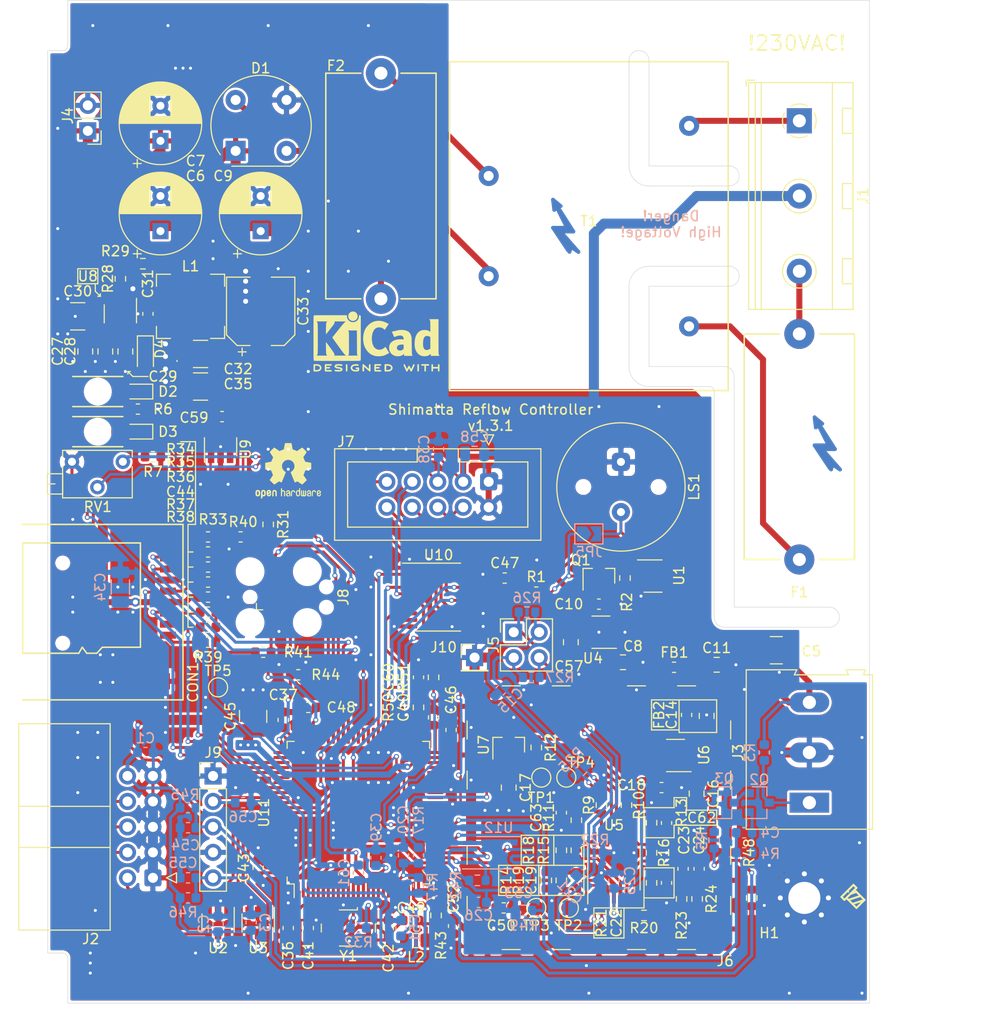
<source format=kicad_pcb>
(kicad_pcb (version 20171130) (host pcbnew 5.1.10)

  (general
    (thickness 1.6)
    (drawings 119)
    (tracks 1745)
    (zones 0)
    (modules 166)
    (nets 98)
  )

  (page A4)
  (title_block
    (title "Shimatta Reflow Controller")
    (rev v1.3.1)
    (company Shimatta)
  )

  (layers
    (0 F.Cu signal)
    (31 B.Cu signal)
    (32 B.Adhes user)
    (33 F.Adhes user)
    (34 B.Paste user)
    (35 F.Paste user)
    (36 B.SilkS user)
    (37 F.SilkS user)
    (38 B.Mask user)
    (39 F.Mask user)
    (40 Dwgs.User user)
    (41 Cmts.User user)
    (42 Eco1.User user)
    (43 Eco2.User user)
    (44 Edge.Cuts user)
    (45 Margin user)
    (46 B.CrtYd user)
    (47 F.CrtYd user)
    (48 B.Fab user)
    (49 F.Fab user hide)
  )

  (setup
    (last_trace_width 0.25)
    (user_trace_width 0.3)
    (user_trace_width 0.4)
    (user_trace_width 0.6)
    (user_trace_width 1)
    (user_trace_width 2)
    (trace_clearance 0.2)
    (zone_clearance 0.25)
    (zone_45_only no)
    (trace_min 0.21)
    (via_size 0.5)
    (via_drill 0.3)
    (via_min_size 0.4)
    (via_min_drill 0.3)
    (user_via 0.9 0.5)
    (uvia_size 0.3)
    (uvia_drill 0.1)
    (uvias_allowed no)
    (uvia_min_size 0.2)
    (uvia_min_drill 0.1)
    (edge_width 0.05)
    (segment_width 0.2)
    (pcb_text_width 0.3)
    (pcb_text_size 1.5 1.5)
    (mod_edge_width 0.12)
    (mod_text_size 1 1)
    (mod_text_width 0.15)
    (pad_size 0.8 0.8)
    (pad_drill 0.5)
    (pad_to_mask_clearance 0)
    (aux_axis_origin 13 13)
    (grid_origin 13 13)
    (visible_elements FFFFFF7F)
    (pcbplotparams
      (layerselection 0x010fc_ffffffff)
      (usegerberextensions true)
      (usegerberattributes true)
      (usegerberadvancedattributes false)
      (creategerberjobfile true)
      (excludeedgelayer true)
      (linewidth 0.100000)
      (plotframeref false)
      (viasonmask false)
      (mode 1)
      (useauxorigin false)
      (hpglpennumber 1)
      (hpglpenspeed 20)
      (hpglpendiameter 15.000000)
      (psnegative false)
      (psa4output false)
      (plotreference true)
      (plotvalue true)
      (plotinvisibletext false)
      (padsonsilk true)
      (subtractmaskfromsilk false)
      (outputformat 1)
      (mirror false)
      (drillshape 0)
      (scaleselection 1)
      (outputdirectory "gerber/"))
  )

  (net 0 "")
  (net 1 GND)
  (net 2 +8V)
  (net 3 +3V3)
  (net 4 +5V)
  (net 5 /Controller/ENC1)
  (net 6 /Controller/ENC2)
  (net 7 /Controller/VREF)
  (net 8 /Controller/SW1)
  (net 9 /Frontend/FORCE+)
  (net 10 /Frontend/FORCE-)
  (net 11 /Frontend/SENS+)
  (net 12 /Frontend/SENS-)
  (net 13 /Controller/SDIO_D1)
  (net 14 /Controller/SDIO_D0)
  (net 15 /Controller/SDIO_CLK)
  (net 16 /Controller/SDIO_CMD)
  (net 17 /Controller/SDIO_D3)
  (net 18 /Controller/SDIO_D2)
  (net 19 /Controller/TEMP_IN)
  (net 20 /L_Trafo)
  (net 21 /L_IN)
  (net 22 /N_IN)
  (net 23 /DIGIO3)
  (net 24 /DIGIO2)
  (net 25 /DIGIO1)
  (net 26 /DIGIO0)
  (net 27 /Controller/SWDIO)
  (net 28 /Controller/SWCLK)
  (net 29 /Controller/PC_RX)
  (net 30 /Controller/PC_TX)
  (net 31 /Controller/~RST)
  (net 32 /Controller/LCD_VO)
  (net 33 /Controller/LCD_RS)
  (net 34 /Controller/LCD_EN)
  (net 35 /Controller/LCD_D3)
  (net 36 /Controller/LCD_D0)
  (net 37 /Controller/LCD_D2)
  (net 38 /Controller/LCD_D1)
  (net 39 /OUT0)
  (net 40 /OUT3)
  (net 41 /OUT2)
  (net 42 /OUT1)
  (net 43 /Controller/VDDA)
  (net 44 +5VL)
  (net 45 /Controller/CARD_DETECT)
  (net 46 +3.3VA)
  (net 47 /Frontend/VREF_OP)
  (net 48 /DIGIO0_PROT)
  (net 49 /DIGIO1_PROT)
  (net 50 /DIGIO2_PROT)
  (net 51 /DIGIO3_PROT)
  (net 52 "Net-(C4-Pad2)")
  (net 53 "Net-(C14-Pad1)")
  (net 54 "Net-(C19-Pad1)")
  (net 55 "Net-(C22-Pad2)")
  (net 56 "Net-(C22-Pad1)")
  (net 57 "Net-(C23-Pad1)")
  (net 58 "Net-(C31-Pad1)")
  (net 59 "Net-(C42-Pad1)")
  (net 60 "Net-(D1-Pad4)")
  (net 61 "Net-(D1-Pad2)")
  (net 62 "Net-(D2-Pad1)")
  (net 63 "Net-(D3-Pad1)")
  (net 64 "Net-(F2-Pad2)")
  (net 65 "Net-(J3-Pad1)")
  (net 66 "Net-(Q2-Pad2)")
  (net 67 "Net-(Q3-Pad1)")
  (net 68 /Controller/SSR_SAFETY_ENABLE)
  (net 69 /Controller/E_~CS)
  (net 70 /Controller/E_SCK)
  (net 71 /Controller/E_MISO)
  (net 72 /Controller/E_MOSI)
  (net 73 "Net-(Q1-Pad3)")
  (net 74 "/Digital Power Supply/DCDC_SW")
  (net 75 /Controller/EXT_WTCHDG_TOGGL)
  (net 76 "Net-(C41-Pad1)")
  (net 77 "Net-(C46-Pad1)")
  (net 78 "Net-(C48-Pad1)")
  (net 79 "Net-(C52-Pad2)")
  (net 80 "Net-(R15-Pad1)")
  (net 81 "Net-(R20-Pad1)")
  (net 82 "Net-(R28-Pad1)")
  (net 83 "Net-(R31-Pad2)")
  (net 84 "Net-(U10-Pad17)")
  (net 85 "Net-(U10-Pad15)")
  (net 86 "Net-(U10-Pad8)")
  (net 87 "Net-(U10-Pad6)")
  (net 88 "Net-(U10-Pad4)")
  (net 89 "Net-(U10-Pad2)")
  (net 90 "Net-(C10-Pad2)")
  (net 91 "Net-(JP5-Pad2)")
  (net 92 "Net-(JP5-Pad1)")
  (net 93 "Net-(C60-Pad1)")
  (net 94 "Net-(C62-Pad2)")
  (net 95 "Net-(C62-Pad1)")
  (net 96 "Net-(C63-Pad2)")
  (net 97 "Net-(C63-Pad1)")

  (net_class Default "This is the default net class."
    (clearance 0.2)
    (trace_width 0.25)
    (via_dia 0.5)
    (via_drill 0.3)
    (uvia_dia 0.3)
    (uvia_drill 0.1)
    (diff_pair_width 0.3)
    (diff_pair_gap 0.25)
    (add_net +3.3VA)
    (add_net +3V3)
    (add_net +5V)
    (add_net +5VL)
    (add_net +8V)
    (add_net /Controller/CARD_DETECT)
    (add_net /Controller/ENC1)
    (add_net /Controller/ENC2)
    (add_net /Controller/EXT_WTCHDG_TOGGL)
    (add_net /Controller/E_MISO)
    (add_net /Controller/E_MOSI)
    (add_net /Controller/E_SCK)
    (add_net /Controller/E_~CS)
    (add_net /Controller/LCD_D0)
    (add_net /Controller/LCD_D1)
    (add_net /Controller/LCD_D2)
    (add_net /Controller/LCD_D3)
    (add_net /Controller/LCD_EN)
    (add_net /Controller/LCD_RS)
    (add_net /Controller/LCD_VO)
    (add_net /Controller/PC_RX)
    (add_net /Controller/PC_TX)
    (add_net /Controller/SDIO_CLK)
    (add_net /Controller/SDIO_CMD)
    (add_net /Controller/SDIO_D0)
    (add_net /Controller/SDIO_D1)
    (add_net /Controller/SDIO_D2)
    (add_net /Controller/SDIO_D3)
    (add_net /Controller/SSR_SAFETY_ENABLE)
    (add_net /Controller/SW1)
    (add_net /Controller/SWCLK)
    (add_net /Controller/SWDIO)
    (add_net /Controller/TEMP_IN)
    (add_net /Controller/VDDA)
    (add_net /Controller/VREF)
    (add_net /Controller/~RST)
    (add_net /DIGIO0)
    (add_net /DIGIO0_PROT)
    (add_net /DIGIO1)
    (add_net /DIGIO1_PROT)
    (add_net /DIGIO2)
    (add_net /DIGIO2_PROT)
    (add_net /DIGIO3)
    (add_net /DIGIO3_PROT)
    (add_net "/Digital Power Supply/DCDC_SW")
    (add_net /Frontend/FORCE+)
    (add_net /Frontend/FORCE-)
    (add_net /Frontend/SENS+)
    (add_net /Frontend/SENS-)
    (add_net /Frontend/VREF_OP)
    (add_net /OUT0)
    (add_net /OUT1)
    (add_net /OUT2)
    (add_net /OUT3)
    (add_net GND)
    (add_net "Net-(C10-Pad2)")
    (add_net "Net-(C14-Pad1)")
    (add_net "Net-(C19-Pad1)")
    (add_net "Net-(C22-Pad1)")
    (add_net "Net-(C22-Pad2)")
    (add_net "Net-(C23-Pad1)")
    (add_net "Net-(C31-Pad1)")
    (add_net "Net-(C4-Pad2)")
    (add_net "Net-(C41-Pad1)")
    (add_net "Net-(C42-Pad1)")
    (add_net "Net-(C46-Pad1)")
    (add_net "Net-(C48-Pad1)")
    (add_net "Net-(C52-Pad2)")
    (add_net "Net-(C60-Pad1)")
    (add_net "Net-(C62-Pad1)")
    (add_net "Net-(C62-Pad2)")
    (add_net "Net-(C63-Pad1)")
    (add_net "Net-(C63-Pad2)")
    (add_net "Net-(D1-Pad2)")
    (add_net "Net-(D1-Pad4)")
    (add_net "Net-(D2-Pad1)")
    (add_net "Net-(D3-Pad1)")
    (add_net "Net-(F2-Pad2)")
    (add_net "Net-(J3-Pad1)")
    (add_net "Net-(JP5-Pad1)")
    (add_net "Net-(JP5-Pad2)")
    (add_net "Net-(Q1-Pad3)")
    (add_net "Net-(Q2-Pad2)")
    (add_net "Net-(Q3-Pad1)")
    (add_net "Net-(R15-Pad1)")
    (add_net "Net-(R20-Pad1)")
    (add_net "Net-(R28-Pad1)")
    (add_net "Net-(R31-Pad2)")
    (add_net "Net-(U10-Pad15)")
    (add_net "Net-(U10-Pad17)")
    (add_net "Net-(U10-Pad2)")
    (add_net "Net-(U10-Pad4)")
    (add_net "Net-(U10-Pad6)")
    (add_net "Net-(U10-Pad8)")
  )

  (net_class HV ""
    (clearance 2.55)
    (trace_width 1)
    (via_dia 0.5)
    (via_drill 0.3)
    (uvia_dia 0.3)
    (uvia_drill 0.1)
    (diff_pair_width 0.21)
    (diff_pair_gap 0.25)
    (add_net /L_IN)
    (add_net /L_Trafo)
    (add_net /N_IN)
  )

  (module Capacitor_SMD:C_0805_2012Metric (layer F.Cu) (tedit 604A72F6) (tstamp 604AF313)
    (at 23.75 48 270)
    (descr "Capacitor SMD 0805 (2012 Metric), square (rectangular) end terminal, IPC_7351 nominal, (Body size source: IPC-SM-782 page 76, https://www.pcb-3d.com/wordpress/wp-content/uploads/ipc-sm-782a_amendment_1_and_2.pdf, https://docs.google.com/spreadsheets/d/1BsfQQcO9C6DZCsRaXUlFlo91Tg2WpOkGARC1WS5S8t0/edit?usp=sharing), generated with kicad-footprint-generator")
    (tags capacitor)
    (path /5FB6E41F/5FB7DB9E)
    (attr smd)
    (fp_text reference C29 (at 2.5 -3.75 180) (layer F.SilkS)
      (effects (font (size 1 1) (thickness 0.15)))
    )
    (fp_text value 100n (at 0 1.68 90) (layer F.Fab)
      (effects (font (size 1 1) (thickness 0.15)))
    )
    (fp_line (start -1 0.625) (end -1 -0.625) (layer F.Fab) (width 0.1))
    (fp_line (start -1 -0.625) (end 1 -0.625) (layer F.Fab) (width 0.1))
    (fp_line (start 1 -0.625) (end 1 0.625) (layer F.Fab) (width 0.1))
    (fp_line (start 1 0.625) (end -1 0.625) (layer F.Fab) (width 0.1))
    (fp_line (start -0.261252 -0.735) (end 0.261252 -0.735) (layer F.SilkS) (width 0.12))
    (fp_line (start -0.261252 0.735) (end 0.261252 0.735) (layer F.SilkS) (width 0.12))
    (fp_line (start -1.7 0.98) (end -1.7 -0.98) (layer F.CrtYd) (width 0.05))
    (fp_line (start -1.7 -0.98) (end 1.7 -0.98) (layer F.CrtYd) (width 0.05))
    (fp_line (start 1.7 -0.98) (end 1.7 0.98) (layer F.CrtYd) (width 0.05))
    (fp_line (start 1.7 0.98) (end -1.7 0.98) (layer F.CrtYd) (width 0.05))
    (fp_text user %R (at 0 0 90) (layer F.Fab)
      (effects (font (size 0.5 0.5) (thickness 0.08)))
    )
    (pad 2 smd roundrect (at 0.95 0 270) (size 1 1.45) (layers F.Cu F.Paste F.Mask) (roundrect_rratio 0.25)
      (net 1 GND))
    (pad 1 smd roundrect (at -0.95 0 270) (size 1 1.45) (layers F.Cu F.Paste F.Mask) (roundrect_rratio 0.25)
      (net 2 +8V) (zone_connect 2))
    (model ${KISYS3DMOD}/Capacitor_SMD.3dshapes/C_0805_2012Metric.wrl
      (at (xyz 0 0 0))
      (scale (xyz 1 1 1))
      (rotate (xyz 0 0 0))
    )
  )

  (module Capacitor_SMD:C_0805_2012Metric (layer F.Cu) (tedit 604A72EC) (tstamp 604AF302)
    (at 21.75 48 270)
    (descr "Capacitor SMD 0805 (2012 Metric), square (rectangular) end terminal, IPC_7351 nominal, (Body size source: IPC-SM-782 page 76, https://www.pcb-3d.com/wordpress/wp-content/uploads/ipc-sm-782a_amendment_1_and_2.pdf, https://docs.google.com/spreadsheets/d/1BsfQQcO9C6DZCsRaXUlFlo91Tg2WpOkGARC1WS5S8t0/edit?usp=sharing), generated with kicad-footprint-generator")
    (tags capacitor)
    (path /5FB6E41F/5FB7D1DC)
    (attr smd)
    (fp_text reference C28 (at 0 3.5 90) (layer F.SilkS)
      (effects (font (size 1 1) (thickness 0.15)))
    )
    (fp_text value 100n (at 0 1.68 90) (layer F.Fab)
      (effects (font (size 1 1) (thickness 0.15)))
    )
    (fp_line (start -1 0.625) (end -1 -0.625) (layer F.Fab) (width 0.1))
    (fp_line (start -1 -0.625) (end 1 -0.625) (layer F.Fab) (width 0.1))
    (fp_line (start 1 -0.625) (end 1 0.625) (layer F.Fab) (width 0.1))
    (fp_line (start 1 0.625) (end -1 0.625) (layer F.Fab) (width 0.1))
    (fp_line (start -0.261252 -0.735) (end 0.261252 -0.735) (layer F.SilkS) (width 0.12))
    (fp_line (start -0.261252 0.735) (end 0.261252 0.735) (layer F.SilkS) (width 0.12))
    (fp_line (start -1.7 0.98) (end -1.7 -0.98) (layer F.CrtYd) (width 0.05))
    (fp_line (start -1.7 -0.98) (end 1.7 -0.98) (layer F.CrtYd) (width 0.05))
    (fp_line (start 1.7 -0.98) (end 1.7 0.98) (layer F.CrtYd) (width 0.05))
    (fp_line (start 1.7 0.98) (end -1.7 0.98) (layer F.CrtYd) (width 0.05))
    (fp_text user %R (at 0 0 90) (layer F.Fab)
      (effects (font (size 0.5 0.5) (thickness 0.08)))
    )
    (pad 2 smd roundrect (at 0.95 0 270) (size 1 1.45) (layers F.Cu F.Paste F.Mask) (roundrect_rratio 0.25)
      (net 1 GND))
    (pad 1 smd roundrect (at -0.95 0 270) (size 1 1.45) (layers F.Cu F.Paste F.Mask) (roundrect_rratio 0.25)
      (net 2 +8V) (zone_connect 2))
    (model ${KISYS3DMOD}/Capacitor_SMD.3dshapes/C_0805_2012Metric.wrl
      (at (xyz 0 0 0))
      (scale (xyz 1 1 1))
      (rotate (xyz 0 0 0))
    )
  )

  (module Capacitor_SMD:C_0805_2012Metric (layer F.Cu) (tedit 604A7307) (tstamp 604AF2F1)
    (at 19.75 48 270)
    (descr "Capacitor SMD 0805 (2012 Metric), square (rectangular) end terminal, IPC_7351 nominal, (Body size source: IPC-SM-782 page 76, https://www.pcb-3d.com/wordpress/wp-content/uploads/ipc-sm-782a_amendment_1_and_2.pdf, https://docs.google.com/spreadsheets/d/1BsfQQcO9C6DZCsRaXUlFlo91Tg2WpOkGARC1WS5S8t0/edit?usp=sharing), generated with kicad-footprint-generator")
    (tags capacitor)
    (path /5FB6E41F/5FB7CC6B)
    (attr smd)
    (fp_text reference C27 (at 0 2.75 90) (layer F.SilkS)
      (effects (font (size 1 1) (thickness 0.15)))
    )
    (fp_text value 100n (at 0 1.68 90) (layer F.Fab)
      (effects (font (size 1 1) (thickness 0.15)))
    )
    (fp_line (start -1 0.625) (end -1 -0.625) (layer F.Fab) (width 0.1))
    (fp_line (start -1 -0.625) (end 1 -0.625) (layer F.Fab) (width 0.1))
    (fp_line (start 1 -0.625) (end 1 0.625) (layer F.Fab) (width 0.1))
    (fp_line (start 1 0.625) (end -1 0.625) (layer F.Fab) (width 0.1))
    (fp_line (start -0.261252 -0.735) (end 0.261252 -0.735) (layer F.SilkS) (width 0.12))
    (fp_line (start -0.261252 0.735) (end 0.261252 0.735) (layer F.SilkS) (width 0.12))
    (fp_line (start -1.7 0.98) (end -1.7 -0.98) (layer F.CrtYd) (width 0.05))
    (fp_line (start -1.7 -0.98) (end 1.7 -0.98) (layer F.CrtYd) (width 0.05))
    (fp_line (start 1.7 -0.98) (end 1.7 0.98) (layer F.CrtYd) (width 0.05))
    (fp_line (start 1.7 0.98) (end -1.7 0.98) (layer F.CrtYd) (width 0.05))
    (fp_text user %R (at 0 0 90) (layer F.Fab)
      (effects (font (size 0.5 0.5) (thickness 0.08)))
    )
    (pad 2 smd roundrect (at 0.95 0 270) (size 1 1.45) (layers F.Cu F.Paste F.Mask) (roundrect_rratio 0.25)
      (net 1 GND))
    (pad 1 smd roundrect (at -0.95 0 270) (size 1 1.45) (layers F.Cu F.Paste F.Mask) (roundrect_rratio 0.25)
      (net 2 +8V) (zone_connect 2))
    (model ${KISYS3DMOD}/Capacitor_SMD.3dshapes/C_0805_2012Metric.wrl
      (at (xyz 0 0 0))
      (scale (xyz 1 1 1))
      (rotate (xyz 0 0 0))
    )
  )

  (module shimatta_tht:BV-EI-305-XXXX locked (layer F.Cu) (tedit 60034E03) (tstamp 5FD3143E)
    (at 70 35.5 180)
    (path /5D6EA3F7)
    (fp_text reference T1 (at 0 0.5) (layer F.SilkS)
      (effects (font (size 1 1) (thickness 0.15)))
    )
    (fp_text value BV-EI-305-2050 (at 0 -0.5) (layer F.Fab)
      (effects (font (size 1 1) (thickness 0.15)))
    )
    (fp_line (start 13.9 -16.4) (end 13.9 16.4) (layer F.SilkS) (width 0.15))
    (fp_line (start -13.9 16.4) (end 13.9 16.4) (layer F.SilkS) (width 0.15))
    (fp_line (start -13.9 -16.4) (end -13.9 16.4) (layer F.SilkS) (width 0.15))
    (fp_line (start -13.9 -16.4) (end 13.9 -16.4) (layer F.SilkS) (width 0.15))
    (pad 1 thru_hole circle (at -10 10 180) (size 2 2) (drill 1) (layers *.Cu *.Mask)
      (net 22 /N_IN))
    (pad 2 thru_hole circle (at -10 -10 180) (size 2 2) (drill 1) (layers *.Cu *.Mask)
      (net 20 /L_Trafo))
    (pad 3 thru_hole circle (at 10 5 180) (size 2 2) (drill 1) (layers *.Cu *.Mask)
      (net 64 "Net-(F2-Pad2)"))
    (pad 4 thru_hole circle (at 10 -5 180) (size 2 2) (drill 1) (layers *.Cu *.Mask)
      (net 61 "Net-(D1-Pad2)"))
    (model ${KISYS3DMOD}/tht.shapes3d/BV-EI-305-XXXX.wrl
      (at (xyz 0 0 0))
      (scale (xyz 0.3937 0.3937 0.3937))
      (rotate (xyz 0 0 0))
    )
  )

  (module Capacitor_SMD:C_0603_1608Metric (layer F.Cu) (tedit 5F68FEEE) (tstamp 5FD64B98)
    (at 67.25 94 270)
    (descr "Capacitor SMD 0603 (1608 Metric), square (rectangular) end terminal, IPC_7351 nominal, (Body size source: IPC-SM-782 page 76, https://www.pcb-3d.com/wordpress/wp-content/uploads/ipc-sm-782a_amendment_1_and_2.pdf), generated with kicad-footprint-generator")
    (tags capacitor)
    (path /5D8C5188/5FE2133C)
    (attr smd)
    (fp_text reference C63 (at 0.5 2.5 90) (layer F.SilkS)
      (effects (font (size 1 1) (thickness 0.15)))
    )
    (fp_text value DNP (at 0 1.43 90) (layer F.Fab)
      (effects (font (size 1 1) (thickness 0.15)))
    )
    (fp_line (start -0.8 0.4) (end -0.8 -0.4) (layer F.Fab) (width 0.1))
    (fp_line (start -0.8 -0.4) (end 0.8 -0.4) (layer F.Fab) (width 0.1))
    (fp_line (start 0.8 -0.4) (end 0.8 0.4) (layer F.Fab) (width 0.1))
    (fp_line (start 0.8 0.4) (end -0.8 0.4) (layer F.Fab) (width 0.1))
    (fp_line (start -0.14058 -0.51) (end 0.14058 -0.51) (layer F.SilkS) (width 0.12))
    (fp_line (start -0.14058 0.51) (end 0.14058 0.51) (layer F.SilkS) (width 0.12))
    (fp_line (start -1.48 0.73) (end -1.48 -0.73) (layer F.CrtYd) (width 0.05))
    (fp_line (start -1.48 -0.73) (end 1.48 -0.73) (layer F.CrtYd) (width 0.05))
    (fp_line (start 1.48 -0.73) (end 1.48 0.73) (layer F.CrtYd) (width 0.05))
    (fp_line (start 1.48 0.73) (end -1.48 0.73) (layer F.CrtYd) (width 0.05))
    (fp_text user %R (at 0 0 90) (layer F.Fab)
      (effects (font (size 0.4 0.4) (thickness 0.06)))
    )
    (pad 2 smd roundrect (at 0.775 0 270) (size 0.9 0.95) (layers F.Cu F.Paste F.Mask) (roundrect_rratio 0.25)
      (net 96 "Net-(C63-Pad2)"))
    (pad 1 smd roundrect (at -0.775 0 270) (size 0.9 0.95) (layers F.Cu F.Paste F.Mask) (roundrect_rratio 0.25)
      (net 97 "Net-(C63-Pad1)"))
    (model ${KISYS3DMOD}/Capacitor_SMD.3dshapes/C_0603_1608Metric.wrl
      (at (xyz 0 0 0))
      (scale (xyz 1 1 1))
      (rotate (xyz 0 0 0))
    )
  )

  (module Capacitor_SMD:C_0603_1608Metric (layer F.Cu) (tedit 5F68FEEE) (tstamp 5FD64B87)
    (at 77.75 95.025 270)
    (descr "Capacitor SMD 0603 (1608 Metric), square (rectangular) end terminal, IPC_7351 nominal, (Body size source: IPC-SM-782 page 76, https://www.pcb-3d.com/wordpress/wp-content/uploads/ipc-sm-782a_amendment_1_and_2.pdf), generated with kicad-footprint-generator")
    (tags capacitor)
    (path /5D8C5188/5FE331AE)
    (attr smd)
    (fp_text reference C62 (at -0.525 -3.5 180) (layer F.SilkS)
      (effects (font (size 1 1) (thickness 0.15)))
    )
    (fp_text value DNP (at 0 1.43 90) (layer F.Fab)
      (effects (font (size 1 1) (thickness 0.15)))
    )
    (fp_line (start -0.8 0.4) (end -0.8 -0.4) (layer F.Fab) (width 0.1))
    (fp_line (start -0.8 -0.4) (end 0.8 -0.4) (layer F.Fab) (width 0.1))
    (fp_line (start 0.8 -0.4) (end 0.8 0.4) (layer F.Fab) (width 0.1))
    (fp_line (start 0.8 0.4) (end -0.8 0.4) (layer F.Fab) (width 0.1))
    (fp_line (start -0.14058 -0.51) (end 0.14058 -0.51) (layer F.SilkS) (width 0.12))
    (fp_line (start -0.14058 0.51) (end 0.14058 0.51) (layer F.SilkS) (width 0.12))
    (fp_line (start -1.48 0.73) (end -1.48 -0.73) (layer F.CrtYd) (width 0.05))
    (fp_line (start -1.48 -0.73) (end 1.48 -0.73) (layer F.CrtYd) (width 0.05))
    (fp_line (start 1.48 -0.73) (end 1.48 0.73) (layer F.CrtYd) (width 0.05))
    (fp_line (start 1.48 0.73) (end -1.48 0.73) (layer F.CrtYd) (width 0.05))
    (fp_text user %R (at 0 0 90) (layer F.Fab)
      (effects (font (size 0.4 0.4) (thickness 0.06)))
    )
    (pad 2 smd roundrect (at 0.775 0 270) (size 0.9 0.95) (layers F.Cu F.Paste F.Mask) (roundrect_rratio 0.25)
      (net 94 "Net-(C62-Pad2)"))
    (pad 1 smd roundrect (at -0.775 0 270) (size 0.9 0.95) (layers F.Cu F.Paste F.Mask) (roundrect_rratio 0.25)
      (net 95 "Net-(C62-Pad1)"))
    (model ${KISYS3DMOD}/Capacitor_SMD.3dshapes/C_0603_1608Metric.wrl
      (at (xyz 0 0 0))
      (scale (xyz 1 1 1))
      (rotate (xyz 0 0 0))
    )
  )

  (module Capacitor_SMD:C_0603_1608Metric (layer B.Cu) (tedit 5F68FEEE) (tstamp 5FD2F3FD)
    (at 47 100 270)
    (descr "Capacitor SMD 0603 (1608 Metric), square (rectangular) end terminal, IPC_7351 nominal, (Body size source: IPC-SM-782 page 76, https://www.pcb-3d.com/wordpress/wp-content/uploads/ipc-sm-782a_amendment_1_and_2.pdf), generated with kicad-footprint-generator")
    (tags capacitor)
    (path /5D77EC9D/5FD72F9A)
    (attr smd)
    (fp_text reference C61 (at 0 1.43 90) (layer B.SilkS)
      (effects (font (size 1 1) (thickness 0.15)) (justify mirror))
    )
    (fp_text value 100n (at 0 -1.43 90) (layer B.Fab)
      (effects (font (size 1 1) (thickness 0.15)) (justify mirror))
    )
    (fp_line (start -0.8 -0.4) (end -0.8 0.4) (layer B.Fab) (width 0.1))
    (fp_line (start -0.8 0.4) (end 0.8 0.4) (layer B.Fab) (width 0.1))
    (fp_line (start 0.8 0.4) (end 0.8 -0.4) (layer B.Fab) (width 0.1))
    (fp_line (start 0.8 -0.4) (end -0.8 -0.4) (layer B.Fab) (width 0.1))
    (fp_line (start -0.14058 0.51) (end 0.14058 0.51) (layer B.SilkS) (width 0.12))
    (fp_line (start -0.14058 -0.51) (end 0.14058 -0.51) (layer B.SilkS) (width 0.12))
    (fp_line (start -1.48 -0.73) (end -1.48 0.73) (layer B.CrtYd) (width 0.05))
    (fp_line (start -1.48 0.73) (end 1.48 0.73) (layer B.CrtYd) (width 0.05))
    (fp_line (start 1.48 0.73) (end 1.48 -0.73) (layer B.CrtYd) (width 0.05))
    (fp_line (start 1.48 -0.73) (end -1.48 -0.73) (layer B.CrtYd) (width 0.05))
    (fp_text user %R (at 0 0 90) (layer B.Fab)
      (effects (font (size 0.4 0.4) (thickness 0.06)) (justify mirror))
    )
    (pad 2 smd roundrect (at 0.775 0 270) (size 0.9 0.95) (layers B.Cu B.Paste B.Mask) (roundrect_rratio 0.25)
      (net 1 GND))
    (pad 1 smd roundrect (at -0.775 0 270) (size 0.9 0.95) (layers B.Cu B.Paste B.Mask) (roundrect_rratio 0.25)
      (net 3 +3V3))
    (model ${KISYS3DMOD}/Capacitor_SMD.3dshapes/C_0603_1608Metric.wrl
      (at (xyz 0 0 0))
      (scale (xyz 1 1 1))
      (rotate (xyz 0 0 0))
    )
  )

  (module shimatta_buzzer:PKM13EPYH4002-B0 (layer F.Cu) (tedit 5FCFC26C) (tstamp 5FCC3E58)
    (at 73.198 61.514 270)
    (tags buzzer,piezo)
    (path /5D891662)
    (fp_text reference LS1 (at 0 -7.3 90) (layer F.SilkS)
      (effects (font (size 1 1) (thickness 0.15)))
    )
    (fp_text value Buzzer (at 0 0 180) (layer F.Fab)
      (effects (font (size 1 1) (thickness 0.15)))
    )
    (fp_circle (center 0 0) (end 6.5 0) (layer F.Fab) (width 0.12))
    (fp_circle (center 0 0) (end 6.5 0) (layer F.CrtYd) (width 0.12))
    (fp_circle (center 0 0) (end 6.4 0) (layer F.SilkS) (width 0.12))
    (pad "" np_thru_hole circle (at 0 -3.75 270) (size 1.1 1.1) (drill 1.1) (layers *.Cu *.Mask))
    (pad "" np_thru_hole circle (at 0 3.75 270) (size 1.1 1.1) (drill 1.1) (layers *.Cu *.Mask))
    (pad 2 thru_hole circle (at 2.5 0 270) (size 1.8 1.8) (drill 0.8) (layers *.Cu *.Mask)
      (net 91 "Net-(JP5-Pad2)"))
    (pad 1 thru_hole roundrect (at -2.5 0 270) (size 1.8 1.8) (drill 0.8) (layers *.Cu *.Mask) (roundrect_rratio 0.25)
      (net 1 GND))
    (model ${KISYS3DMOD}/buzzer.shapes3d/PKM13EPYH4002-B0.wrl
      (at (xyz 0 0 0))
      (scale (xyz 0.3937 0.3937 0.3937))
      (rotate (xyz 0 0 0))
    )
  )

  (module Resistor_SMD:R_0603_1608Metric (layer F.Cu) (tedit 5F68FEEE) (tstamp 5FCDB62B)
    (at 54.5 80.5 270)
    (descr "Resistor SMD 0603 (1608 Metric), square (rectangular) end terminal, IPC_7351 nominal, (Body size source: IPC-SM-782 page 72, https://www.pcb-3d.com/wordpress/wp-content/uploads/ipc-sm-782a_amendment_1_and_2.pdf), generated with kicad-footprint-generator")
    (tags resistor)
    (path /5D77EC9D/5FD62ABC)
    (attr smd)
    (fp_text reference R51 (at 0 3 90) (layer F.SilkS)
      (effects (font (size 1 1) (thickness 0.15)))
    )
    (fp_text value 10k (at -2.25 0 90) (layer F.Fab)
      (effects (font (size 1 1) (thickness 0.15)))
    )
    (fp_line (start 1.48 0.73) (end -1.48 0.73) (layer F.CrtYd) (width 0.05))
    (fp_line (start 1.48 -0.73) (end 1.48 0.73) (layer F.CrtYd) (width 0.05))
    (fp_line (start -1.48 -0.73) (end 1.48 -0.73) (layer F.CrtYd) (width 0.05))
    (fp_line (start -1.48 0.73) (end -1.48 -0.73) (layer F.CrtYd) (width 0.05))
    (fp_line (start -0.237258 0.5225) (end 0.237258 0.5225) (layer F.SilkS) (width 0.12))
    (fp_line (start -0.237258 -0.5225) (end 0.237258 -0.5225) (layer F.SilkS) (width 0.12))
    (fp_line (start 0.8 0.4125) (end -0.8 0.4125) (layer F.Fab) (width 0.1))
    (fp_line (start 0.8 -0.4125) (end 0.8 0.4125) (layer F.Fab) (width 0.1))
    (fp_line (start -0.8 -0.4125) (end 0.8 -0.4125) (layer F.Fab) (width 0.1))
    (fp_line (start -0.8 0.4125) (end -0.8 -0.4125) (layer F.Fab) (width 0.1))
    (fp_text user %R (at 0 0 90) (layer F.Fab)
      (effects (font (size 0.4 0.4) (thickness 0.06)))
    )
    (pad 2 smd roundrect (at 0.825 0 270) (size 0.8 0.95) (layers F.Cu F.Paste F.Mask) (roundrect_rratio 0.25)
      (net 93 "Net-(C60-Pad1)"))
    (pad 1 smd roundrect (at -0.825 0 270) (size 0.8 0.95) (layers F.Cu F.Paste F.Mask) (roundrect_rratio 0.25)
      (net 1 GND))
    (model ${KISYS3DMOD}/Resistor_SMD.3dshapes/R_0603_1608Metric.wrl
      (at (xyz 0 0 0))
      (scale (xyz 1 1 1))
      (rotate (xyz 0 0 0))
    )
  )

  (module Resistor_SMD:R_0603_1608Metric (layer F.Cu) (tedit 5F68FEEE) (tstamp 5FCDB61A)
    (at 53 83.5 270)
    (descr "Resistor SMD 0603 (1608 Metric), square (rectangular) end terminal, IPC_7351 nominal, (Body size source: IPC-SM-782 page 72, https://www.pcb-3d.com/wordpress/wp-content/uploads/ipc-sm-782a_amendment_1_and_2.pdf), generated with kicad-footprint-generator")
    (tags resistor)
    (path /5D77EC9D/5FD5CEDB)
    (attr smd)
    (fp_text reference R50 (at 0 3 90) (layer F.SilkS)
      (effects (font (size 1 1) (thickness 0.15)))
    )
    (fp_text value 10k (at 0 1.43 90) (layer F.Fab)
      (effects (font (size 1 1) (thickness 0.15)))
    )
    (fp_line (start 1.48 0.73) (end -1.48 0.73) (layer F.CrtYd) (width 0.05))
    (fp_line (start 1.48 -0.73) (end 1.48 0.73) (layer F.CrtYd) (width 0.05))
    (fp_line (start -1.48 -0.73) (end 1.48 -0.73) (layer F.CrtYd) (width 0.05))
    (fp_line (start -1.48 0.73) (end -1.48 -0.73) (layer F.CrtYd) (width 0.05))
    (fp_line (start -0.237258 0.5225) (end 0.237258 0.5225) (layer F.SilkS) (width 0.12))
    (fp_line (start -0.237258 -0.5225) (end 0.237258 -0.5225) (layer F.SilkS) (width 0.12))
    (fp_line (start 0.8 0.4125) (end -0.8 0.4125) (layer F.Fab) (width 0.1))
    (fp_line (start 0.8 -0.4125) (end 0.8 0.4125) (layer F.Fab) (width 0.1))
    (fp_line (start -0.8 -0.4125) (end 0.8 -0.4125) (layer F.Fab) (width 0.1))
    (fp_line (start -0.8 0.4125) (end -0.8 -0.4125) (layer F.Fab) (width 0.1))
    (fp_text user %R (at 0 0 90) (layer F.Fab)
      (effects (font (size 0.4 0.4) (thickness 0.06)))
    )
    (pad 2 smd roundrect (at 0.825 0 270) (size 0.8 0.95) (layers F.Cu F.Paste F.Mask) (roundrect_rratio 0.25)
      (net 3 +3V3))
    (pad 1 smd roundrect (at -0.825 0 270) (size 0.8 0.95) (layers F.Cu F.Paste F.Mask) (roundrect_rratio 0.25)
      (net 93 "Net-(C60-Pad1)"))
    (model ${KISYS3DMOD}/Resistor_SMD.3dshapes/R_0603_1608Metric.wrl
      (at (xyz 0 0 0))
      (scale (xyz 1 1 1))
      (rotate (xyz 0 0 0))
    )
  )

  (module Capacitor_SMD:C_0603_1608Metric (layer F.Cu) (tedit 5F68FEEE) (tstamp 5FCDA8B7)
    (at 53 80.5 90)
    (descr "Capacitor SMD 0603 (1608 Metric), square (rectangular) end terminal, IPC_7351 nominal, (Body size source: IPC-SM-782 page 76, https://www.pcb-3d.com/wordpress/wp-content/uploads/ipc-sm-782a_amendment_1_and_2.pdf), generated with kicad-footprint-generator")
    (tags capacitor)
    (path /5D77EC9D/5FE39FAF)
    (attr smd)
    (fp_text reference C60 (at 0 -3 90) (layer F.SilkS)
      (effects (font (size 1 1) (thickness 0.15)))
    )
    (fp_text value 100n (at 2.75 0 90) (layer F.Fab)
      (effects (font (size 1 1) (thickness 0.15)))
    )
    (fp_line (start 1.48 0.73) (end -1.48 0.73) (layer F.CrtYd) (width 0.05))
    (fp_line (start 1.48 -0.73) (end 1.48 0.73) (layer F.CrtYd) (width 0.05))
    (fp_line (start -1.48 -0.73) (end 1.48 -0.73) (layer F.CrtYd) (width 0.05))
    (fp_line (start -1.48 0.73) (end -1.48 -0.73) (layer F.CrtYd) (width 0.05))
    (fp_line (start -0.14058 0.51) (end 0.14058 0.51) (layer F.SilkS) (width 0.12))
    (fp_line (start -0.14058 -0.51) (end 0.14058 -0.51) (layer F.SilkS) (width 0.12))
    (fp_line (start 0.8 0.4) (end -0.8 0.4) (layer F.Fab) (width 0.1))
    (fp_line (start 0.8 -0.4) (end 0.8 0.4) (layer F.Fab) (width 0.1))
    (fp_line (start -0.8 -0.4) (end 0.8 -0.4) (layer F.Fab) (width 0.1))
    (fp_line (start -0.8 0.4) (end -0.8 -0.4) (layer F.Fab) (width 0.1))
    (fp_text user %R (at 0 0 90) (layer F.Fab)
      (effects (font (size 0.4 0.4) (thickness 0.06)))
    )
    (pad 2 smd roundrect (at 0.775 0 90) (size 0.9 0.95) (layers F.Cu F.Paste F.Mask) (roundrect_rratio 0.25)
      (net 1 GND))
    (pad 1 smd roundrect (at -0.775 0 90) (size 0.9 0.95) (layers F.Cu F.Paste F.Mask) (roundrect_rratio 0.25)
      (net 93 "Net-(C60-Pad1)"))
    (model ${KISYS3DMOD}/Capacitor_SMD.3dshapes/C_0603_1608Metric.wrl
      (at (xyz 0 0 0))
      (scale (xyz 1 1 1))
      (rotate (xyz 0 0 0))
    )
  )

  (module Jumper:SolderJumper-2_P1.3mm_Open_TrianglePad1.0x1.5mm (layer B.Cu) (tedit 5A64794F) (tstamp 5FCF9810)
    (at 70 66.2)
    (descr "SMD Solder Jumper, 1x1.5mm Triangular Pads, 0.3mm gap, open")
    (tags "solder jumper open")
    (path /600F11A8)
    (attr virtual)
    (fp_text reference JP5 (at 0 1.8) (layer B.SilkS)
      (effects (font (size 1 1) (thickness 0.15)) (justify mirror))
    )
    (fp_text value DNP (at 0 -1.9) (layer B.Fab)
      (effects (font (size 1 1) (thickness 0.15)) (justify mirror))
    )
    (fp_line (start 1.65 -1.25) (end -1.65 -1.25) (layer B.CrtYd) (width 0.05))
    (fp_line (start 1.65 -1.25) (end 1.65 1.25) (layer B.CrtYd) (width 0.05))
    (fp_line (start -1.65 1.25) (end -1.65 -1.25) (layer B.CrtYd) (width 0.05))
    (fp_line (start -1.65 1.25) (end 1.65 1.25) (layer B.CrtYd) (width 0.05))
    (fp_line (start -1.4 1) (end 1.4 1) (layer B.SilkS) (width 0.12))
    (fp_line (start 1.4 1) (end 1.4 -1) (layer B.SilkS) (width 0.12))
    (fp_line (start 1.4 -1) (end -1.4 -1) (layer B.SilkS) (width 0.12))
    (fp_line (start -1.4 -1) (end -1.4 1) (layer B.SilkS) (width 0.12))
    (pad 1 smd custom (at -0.725 0) (size 0.3 0.3) (layers B.Cu B.Mask)
      (net 92 "Net-(JP5-Pad1)") (zone_connect 2)
      (options (clearance outline) (anchor rect))
      (primitives
        (gr_poly (pts
           (xy -0.5 0.75) (xy 0.5 0.75) (xy 1 0) (xy 0.5 -0.75) (xy -0.5 -0.75)
) (width 0))
      ))
    (pad 2 smd custom (at 0.725 0) (size 0.3 0.3) (layers B.Cu B.Mask)
      (net 91 "Net-(JP5-Pad2)") (zone_connect 2)
      (options (clearance outline) (anchor rect))
      (primitives
        (gr_poly (pts
           (xy -0.65 0.75) (xy 0.5 0.75) (xy 0.5 -0.75) (xy -0.65 -0.75) (xy -0.15 0)
) (width 0))
      ))
  )

  (module Capacitor_SMD:C_0603_1608Metric (layer F.Cu) (tedit 5F68FEEE) (tstamp 5FCF2BEC)
    (at 33.4 54.5)
    (descr "Capacitor SMD 0603 (1608 Metric), square (rectangular) end terminal, IPC_7351 nominal, (Body size source: IPC-SM-782 page 76, https://www.pcb-3d.com/wordpress/wp-content/uploads/ipc-sm-782a_amendment_1_and_2.pdf), generated with kicad-footprint-generator")
    (tags capacitor)
    (path /5D77EC9D/5FFAEEF2)
    (attr smd)
    (fp_text reference C59 (at -2.8 0.1) (layer F.SilkS)
      (effects (font (size 1 1) (thickness 0.15)))
    )
    (fp_text value 100n (at -0.15 1.25) (layer F.Fab)
      (effects (font (size 1 1) (thickness 0.15)))
    )
    (fp_line (start 1.48 0.73) (end -1.48 0.73) (layer F.CrtYd) (width 0.05))
    (fp_line (start 1.48 -0.73) (end 1.48 0.73) (layer F.CrtYd) (width 0.05))
    (fp_line (start -1.48 -0.73) (end 1.48 -0.73) (layer F.CrtYd) (width 0.05))
    (fp_line (start -1.48 0.73) (end -1.48 -0.73) (layer F.CrtYd) (width 0.05))
    (fp_line (start -0.14058 0.51) (end 0.14058 0.51) (layer F.SilkS) (width 0.12))
    (fp_line (start -0.14058 -0.51) (end 0.14058 -0.51) (layer F.SilkS) (width 0.12))
    (fp_line (start 0.8 0.4) (end -0.8 0.4) (layer F.Fab) (width 0.1))
    (fp_line (start 0.8 -0.4) (end 0.8 0.4) (layer F.Fab) (width 0.1))
    (fp_line (start -0.8 -0.4) (end 0.8 -0.4) (layer F.Fab) (width 0.1))
    (fp_line (start -0.8 0.4) (end -0.8 -0.4) (layer F.Fab) (width 0.1))
    (fp_text user %R (at 0 0) (layer F.Fab)
      (effects (font (size 0.4 0.4) (thickness 0.06)))
    )
    (pad 2 smd roundrect (at 0.775 0) (size 0.9 0.95) (layers F.Cu F.Paste F.Mask) (roundrect_rratio 0.25)
      (net 1 GND))
    (pad 1 smd roundrect (at -0.775 0) (size 0.9 0.95) (layers F.Cu F.Paste F.Mask) (roundrect_rratio 0.25)
      (net 3 +3V3))
    (model ${KISYS3DMOD}/Capacitor_SMD.3dshapes/C_0603_1608Metric.wrl
      (at (xyz 0 0 0))
      (scale (xyz 1 1 1))
      (rotate (xyz 0 0 0))
    )
  )

  (module Capacitor_SMD:C_0805_2012Metric (layer B.Cu) (tedit 5F68FEEE) (tstamp 5FCEA5B5)
    (at 58.6 58.2 180)
    (descr "Capacitor SMD 0805 (2012 Metric), square (rectangular) end terminal, IPC_7351 nominal, (Body size source: IPC-SM-782 page 76, https://www.pcb-3d.com/wordpress/wp-content/uploads/ipc-sm-782a_amendment_1_and_2.pdf, https://docs.google.com/spreadsheets/d/1BsfQQcO9C6DZCsRaXUlFlo91Tg2WpOkGARC1WS5S8t0/edit?usp=sharing), generated with kicad-footprint-generator")
    (tags capacitor)
    (path /5D77EC9D/5FEFE3CF)
    (attr smd)
    (fp_text reference C58 (at 0 1.68) (layer B.SilkS)
      (effects (font (size 1 1) (thickness 0.15)) (justify mirror))
    )
    (fp_text value 1u (at 0 -1.68) (layer B.Fab)
      (effects (font (size 1 1) (thickness 0.15)) (justify mirror))
    )
    (fp_line (start 1.7 -0.98) (end -1.7 -0.98) (layer B.CrtYd) (width 0.05))
    (fp_line (start 1.7 0.98) (end 1.7 -0.98) (layer B.CrtYd) (width 0.05))
    (fp_line (start -1.7 0.98) (end 1.7 0.98) (layer B.CrtYd) (width 0.05))
    (fp_line (start -1.7 -0.98) (end -1.7 0.98) (layer B.CrtYd) (width 0.05))
    (fp_line (start -0.261252 -0.735) (end 0.261252 -0.735) (layer B.SilkS) (width 0.12))
    (fp_line (start -0.261252 0.735) (end 0.261252 0.735) (layer B.SilkS) (width 0.12))
    (fp_line (start 1 -0.625) (end -1 -0.625) (layer B.Fab) (width 0.1))
    (fp_line (start 1 0.625) (end 1 -0.625) (layer B.Fab) (width 0.1))
    (fp_line (start -1 0.625) (end 1 0.625) (layer B.Fab) (width 0.1))
    (fp_line (start -1 -0.625) (end -1 0.625) (layer B.Fab) (width 0.1))
    (fp_text user %R (at 0 0) (layer B.Fab)
      (effects (font (size 0.5 0.5) (thickness 0.08)) (justify mirror))
    )
    (pad 2 smd roundrect (at 0.95 0 180) (size 1 1.45) (layers B.Cu B.Paste B.Mask) (roundrect_rratio 0.25)
      (net 44 +5VL))
    (pad 1 smd roundrect (at -0.95 0 180) (size 1 1.45) (layers B.Cu B.Paste B.Mask) (roundrect_rratio 0.25)
      (net 1 GND))
    (model ${KISYS3DMOD}/Capacitor_SMD.3dshapes/C_0805_2012Metric.wrl
      (at (xyz 0 0 0))
      (scale (xyz 1 1 1))
      (rotate (xyz 0 0 0))
    )
  )

  (module Capacitor_SMD:C_0805_2012Metric (layer F.Cu) (tedit 5F68FEEE) (tstamp 5FCE5B90)
    (at 73.4 79)
    (descr "Capacitor SMD 0805 (2012 Metric), square (rectangular) end terminal, IPC_7351 nominal, (Body size source: IPC-SM-782 page 76, https://www.pcb-3d.com/wordpress/wp-content/uploads/ipc-sm-782a_amendment_1_and_2.pdf, https://docs.google.com/spreadsheets/d/1BsfQQcO9C6DZCsRaXUlFlo91Tg2WpOkGARC1WS5S8t0/edit?usp=sharing), generated with kicad-footprint-generator")
    (tags capacitor)
    (path /5D992429)
    (attr smd)
    (fp_text reference C8 (at 1 -1.6) (layer F.SilkS)
      (effects (font (size 1 1) (thickness 0.15)))
    )
    (fp_text value 100n (at 0 1.68) (layer F.Fab)
      (effects (font (size 1 1) (thickness 0.15)))
    )
    (fp_line (start 1.7 0.98) (end -1.7 0.98) (layer F.CrtYd) (width 0.05))
    (fp_line (start 1.7 -0.98) (end 1.7 0.98) (layer F.CrtYd) (width 0.05))
    (fp_line (start -1.7 -0.98) (end 1.7 -0.98) (layer F.CrtYd) (width 0.05))
    (fp_line (start -1.7 0.98) (end -1.7 -0.98) (layer F.CrtYd) (width 0.05))
    (fp_line (start -0.261252 0.735) (end 0.261252 0.735) (layer F.SilkS) (width 0.12))
    (fp_line (start -0.261252 -0.735) (end 0.261252 -0.735) (layer F.SilkS) (width 0.12))
    (fp_line (start 1 0.625) (end -1 0.625) (layer F.Fab) (width 0.1))
    (fp_line (start 1 -0.625) (end 1 0.625) (layer F.Fab) (width 0.1))
    (fp_line (start -1 -0.625) (end 1 -0.625) (layer F.Fab) (width 0.1))
    (fp_line (start -1 0.625) (end -1 -0.625) (layer F.Fab) (width 0.1))
    (fp_text user %R (at 0 0) (layer F.Fab)
      (effects (font (size 0.5 0.5) (thickness 0.08)))
    )
    (pad 2 smd roundrect (at 0.95 0) (size 1 1.45) (layers F.Cu F.Paste F.Mask) (roundrect_rratio 0.25)
      (net 1 GND))
    (pad 1 smd roundrect (at -0.95 0) (size 1 1.45) (layers F.Cu F.Paste F.Mask) (roundrect_rratio 0.25)
      (net 2 +8V))
    (model ${KISYS3DMOD}/Capacitor_SMD.3dshapes/C_0805_2012Metric.wrl
      (at (xyz 0 0 0))
      (scale (xyz 1 1 1))
      (rotate (xyz 0 0 0))
    )
  )

  (module Package_TO_SOT_SMD:SOT-23-5 (layer F.Cu) (tedit 5A02FF57) (tstamp 5FCDC79F)
    (at 71.2 76 180)
    (descr "5-pin SOT23 package")
    (tags SOT-23-5)
    (path /5FD96B77)
    (attr smd)
    (fp_text reference U4 (at 0.8 -2.6) (layer F.SilkS)
      (effects (font (size 1 1) (thickness 0.15)))
    )
    (fp_text value LP2985-5.0 (at -5.55 0) (layer F.Fab)
      (effects (font (size 1 1) (thickness 0.15)))
    )
    (fp_line (start 0.9 -1.55) (end 0.9 1.55) (layer F.Fab) (width 0.1))
    (fp_line (start 0.9 1.55) (end -0.9 1.55) (layer F.Fab) (width 0.1))
    (fp_line (start -0.9 -0.9) (end -0.9 1.55) (layer F.Fab) (width 0.1))
    (fp_line (start 0.9 -1.55) (end -0.25 -1.55) (layer F.Fab) (width 0.1))
    (fp_line (start -0.9 -0.9) (end -0.25 -1.55) (layer F.Fab) (width 0.1))
    (fp_line (start -1.9 1.8) (end -1.9 -1.8) (layer F.CrtYd) (width 0.05))
    (fp_line (start 1.9 1.8) (end -1.9 1.8) (layer F.CrtYd) (width 0.05))
    (fp_line (start 1.9 -1.8) (end 1.9 1.8) (layer F.CrtYd) (width 0.05))
    (fp_line (start -1.9 -1.8) (end 1.9 -1.8) (layer F.CrtYd) (width 0.05))
    (fp_line (start 0.9 -1.61) (end -1.55 -1.61) (layer F.SilkS) (width 0.12))
    (fp_line (start -0.9 1.61) (end 0.9 1.61) (layer F.SilkS) (width 0.12))
    (fp_text user %R (at 0 0 90) (layer F.Fab)
      (effects (font (size 0.5 0.5) (thickness 0.075)))
    )
    (pad 5 smd rect (at 1.1 -0.95 180) (size 1.06 0.65) (layers F.Cu F.Paste F.Mask)
      (net 44 +5VL))
    (pad 4 smd rect (at 1.1 0.95 180) (size 1.06 0.65) (layers F.Cu F.Paste F.Mask)
      (net 90 "Net-(C10-Pad2)"))
    (pad 3 smd rect (at -1.1 0.95 180) (size 1.06 0.65) (layers F.Cu F.Paste F.Mask)
      (net 2 +8V))
    (pad 2 smd rect (at -1.1 0 180) (size 1.06 0.65) (layers F.Cu F.Paste F.Mask)
      (net 1 GND))
    (pad 1 smd rect (at -1.1 -0.95 180) (size 1.06 0.65) (layers F.Cu F.Paste F.Mask)
      (net 2 +8V))
    (model ${KISYS3DMOD}/Package_TO_SOT_SMD.3dshapes/SOT-23-5.wrl
      (at (xyz 0 0 0))
      (scale (xyz 1 1 1))
      (rotate (xyz 0 0 0))
    )
  )

  (module Capacitor_SMD:C_0805_2012Metric (layer F.Cu) (tedit 5F68FEEE) (tstamp 5FCDB92C)
    (at 68.2 77 270)
    (descr "Capacitor SMD 0805 (2012 Metric), square (rectangular) end terminal, IPC_7351 nominal, (Body size source: IPC-SM-782 page 76, https://www.pcb-3d.com/wordpress/wp-content/uploads/ipc-sm-782a_amendment_1_and_2.pdf, https://docs.google.com/spreadsheets/d/1BsfQQcO9C6DZCsRaXUlFlo91Tg2WpOkGARC1WS5S8t0/edit?usp=sharing), generated with kicad-footprint-generator")
    (tags capacitor)
    (path /5FEA6BEA)
    (attr smd)
    (fp_text reference C57 (at 2.4 0.2 180) (layer F.SilkS)
      (effects (font (size 1 1) (thickness 0.15)))
    )
    (fp_text value 2u2 (at 0 -1.3 90) (layer F.Fab)
      (effects (font (size 1 1) (thickness 0.15)))
    )
    (fp_line (start 1.7 0.98) (end -1.7 0.98) (layer F.CrtYd) (width 0.05))
    (fp_line (start 1.7 -0.98) (end 1.7 0.98) (layer F.CrtYd) (width 0.05))
    (fp_line (start -1.7 -0.98) (end 1.7 -0.98) (layer F.CrtYd) (width 0.05))
    (fp_line (start -1.7 0.98) (end -1.7 -0.98) (layer F.CrtYd) (width 0.05))
    (fp_line (start -0.261252 0.735) (end 0.261252 0.735) (layer F.SilkS) (width 0.12))
    (fp_line (start -0.261252 -0.735) (end 0.261252 -0.735) (layer F.SilkS) (width 0.12))
    (fp_line (start 1 0.625) (end -1 0.625) (layer F.Fab) (width 0.1))
    (fp_line (start 1 -0.625) (end 1 0.625) (layer F.Fab) (width 0.1))
    (fp_line (start -1 -0.625) (end 1 -0.625) (layer F.Fab) (width 0.1))
    (fp_line (start -1 0.625) (end -1 -0.625) (layer F.Fab) (width 0.1))
    (fp_text user %R (at 0 0 90) (layer F.Fab)
      (effects (font (size 0.5 0.5) (thickness 0.08)))
    )
    (pad 2 smd roundrect (at 0.95 0 270) (size 1 1.45) (layers F.Cu F.Paste F.Mask) (roundrect_rratio 0.25)
      (net 1 GND))
    (pad 1 smd roundrect (at -0.95 0 270) (size 1 1.45) (layers F.Cu F.Paste F.Mask) (roundrect_rratio 0.25)
      (net 44 +5VL))
    (model ${KISYS3DMOD}/Capacitor_SMD.3dshapes/C_0805_2012Metric.wrl
      (at (xyz 0 0 0))
      (scale (xyz 1 1 1))
      (rotate (xyz 0 0 0))
    )
  )

  (module Capacitor_SMD:C_0603_1608Metric (layer F.Cu) (tedit 5F68FEEE) (tstamp 5FCDB32D)
    (at 71 73.2 180)
    (descr "Capacitor SMD 0603 (1608 Metric), square (rectangular) end terminal, IPC_7351 nominal, (Body size source: IPC-SM-782 page 76, https://www.pcb-3d.com/wordpress/wp-content/uploads/ipc-sm-782a_amendment_1_and_2.pdf), generated with kicad-footprint-generator")
    (tags capacitor)
    (path /5FDDF514)
    (attr smd)
    (fp_text reference C10 (at 3 0) (layer F.SilkS)
      (effects (font (size 1 1) (thickness 0.15)))
    )
    (fp_text value 10n (at 0 1.43) (layer F.Fab)
      (effects (font (size 1 1) (thickness 0.15)))
    )
    (fp_line (start 1.48 0.73) (end -1.48 0.73) (layer F.CrtYd) (width 0.05))
    (fp_line (start 1.48 -0.73) (end 1.48 0.73) (layer F.CrtYd) (width 0.05))
    (fp_line (start -1.48 -0.73) (end 1.48 -0.73) (layer F.CrtYd) (width 0.05))
    (fp_line (start -1.48 0.73) (end -1.48 -0.73) (layer F.CrtYd) (width 0.05))
    (fp_line (start -0.14058 0.51) (end 0.14058 0.51) (layer F.SilkS) (width 0.12))
    (fp_line (start -0.14058 -0.51) (end 0.14058 -0.51) (layer F.SilkS) (width 0.12))
    (fp_line (start 0.8 0.4) (end -0.8 0.4) (layer F.Fab) (width 0.1))
    (fp_line (start 0.8 -0.4) (end 0.8 0.4) (layer F.Fab) (width 0.1))
    (fp_line (start -0.8 -0.4) (end 0.8 -0.4) (layer F.Fab) (width 0.1))
    (fp_line (start -0.8 0.4) (end -0.8 -0.4) (layer F.Fab) (width 0.1))
    (fp_text user %R (at 0 0) (layer F.Fab)
      (effects (font (size 0.4 0.4) (thickness 0.06)))
    )
    (pad 2 smd roundrect (at 0.775 0 180) (size 0.9 0.95) (layers F.Cu F.Paste F.Mask) (roundrect_rratio 0.25)
      (net 90 "Net-(C10-Pad2)"))
    (pad 1 smd roundrect (at -0.775 0 180) (size 0.9 0.95) (layers F.Cu F.Paste F.Mask) (roundrect_rratio 0.25)
      (net 1 GND))
    (model ${KISYS3DMOD}/Capacitor_SMD.3dshapes/C_0603_1608Metric.wrl
      (at (xyz 0 0 0))
      (scale (xyz 1 1 1))
      (rotate (xyz 0 0 0))
    )
  )

  (module Capacitor_SMD:C_0805_2012Metric (layer F.Cu) (tedit 5F68FEEE) (tstamp 5DEF1000)
    (at 82.75 79.25)
    (descr "Capacitor SMD 0805 (2012 Metric), square (rectangular) end terminal, IPC_7351 nominal, (Body size source: IPC-SM-782 page 76, https://www.pcb-3d.com/wordpress/wp-content/uploads/ipc-sm-782a_amendment_1_and_2.pdf, https://docs.google.com/spreadsheets/d/1BsfQQcO9C6DZCsRaXUlFlo91Tg2WpOkGARC1WS5S8t0/edit?usp=sharing), generated with kicad-footprint-generator")
    (tags capacitor)
    (path /5D99DEEA)
    (attr smd)
    (fp_text reference C11 (at 0 -1.68) (layer F.SilkS)
      (effects (font (size 1 1) (thickness 0.15)))
    )
    (fp_text value 1u (at 0 -1.25) (layer F.Fab)
      (effects (font (size 1 1) (thickness 0.15)))
    )
    (fp_line (start -1 0.625) (end -1 -0.625) (layer F.Fab) (width 0.1))
    (fp_line (start -1 -0.625) (end 1 -0.625) (layer F.Fab) (width 0.1))
    (fp_line (start 1 -0.625) (end 1 0.625) (layer F.Fab) (width 0.1))
    (fp_line (start 1 0.625) (end -1 0.625) (layer F.Fab) (width 0.1))
    (fp_line (start -0.261252 -0.735) (end 0.261252 -0.735) (layer F.SilkS) (width 0.12))
    (fp_line (start -0.261252 0.735) (end 0.261252 0.735) (layer F.SilkS) (width 0.12))
    (fp_line (start -1.7 0.98) (end -1.7 -0.98) (layer F.CrtYd) (width 0.05))
    (fp_line (start -1.7 -0.98) (end 1.7 -0.98) (layer F.CrtYd) (width 0.05))
    (fp_line (start 1.7 -0.98) (end 1.7 0.98) (layer F.CrtYd) (width 0.05))
    (fp_line (start 1.7 0.98) (end -1.7 0.98) (layer F.CrtYd) (width 0.05))
    (fp_text user %R (at 0 0) (layer F.Fab)
      (effects (font (size 0.5 0.5) (thickness 0.08)))
    )
    (pad 2 smd roundrect (at 0.95 0) (size 1 1.45) (layers F.Cu F.Paste F.Mask) (roundrect_rratio 0.25)
      (net 1 GND))
    (pad 1 smd roundrect (at -0.95 0) (size 1 1.45) (layers F.Cu F.Paste F.Mask) (roundrect_rratio 0.25)
      (net 4 +5V))
    (model ${KISYS3DMOD}/Capacitor_SMD.3dshapes/C_0805_2012Metric.wrl
      (at (xyz 0 0 0))
      (scale (xyz 1 1 1))
      (rotate (xyz 0 0 0))
    )
  )

  (module Inductor_SMD:L_0603_1608Metric (layer F.Cu) (tedit 5F68FEF0) (tstamp 5DEF12C3)
    (at 78.5 79.5 180)
    (descr "Inductor SMD 0603 (1608 Metric), square (rectangular) end terminal, IPC_7351 nominal, (Body size source: http://www.tortai-tech.com/upload/download/2011102023233369053.pdf), generated with kicad-footprint-generator")
    (tags inductor)
    (path /5D99D868)
    (attr smd)
    (fp_text reference FB1 (at -0.032 1.476) (layer F.SilkS)
      (effects (font (size 1 1) (thickness 0.15)))
    )
    (fp_text value "600 Z" (at 0 1.43) (layer F.Fab)
      (effects (font (size 1 1) (thickness 0.15)))
    )
    (fp_line (start 1.48 0.73) (end -1.48 0.73) (layer F.CrtYd) (width 0.05))
    (fp_line (start 1.48 -0.73) (end 1.48 0.73) (layer F.CrtYd) (width 0.05))
    (fp_line (start -1.48 -0.73) (end 1.48 -0.73) (layer F.CrtYd) (width 0.05))
    (fp_line (start -1.48 0.73) (end -1.48 -0.73) (layer F.CrtYd) (width 0.05))
    (fp_line (start -0.162779 0.51) (end 0.162779 0.51) (layer F.SilkS) (width 0.12))
    (fp_line (start -0.162779 -0.51) (end 0.162779 -0.51) (layer F.SilkS) (width 0.12))
    (fp_line (start 0.8 0.4) (end -0.8 0.4) (layer F.Fab) (width 0.1))
    (fp_line (start 0.8 -0.4) (end 0.8 0.4) (layer F.Fab) (width 0.1))
    (fp_line (start -0.8 -0.4) (end 0.8 -0.4) (layer F.Fab) (width 0.1))
    (fp_line (start -0.8 0.4) (end -0.8 -0.4) (layer F.Fab) (width 0.1))
    (fp_text user %R (at 0 0) (layer F.Fab)
      (effects (font (size 0.4 0.4) (thickness 0.06)))
    )
    (pad 2 smd roundrect (at 0.7875 0 180) (size 0.875 0.95) (layers F.Cu F.Paste F.Mask) (roundrect_rratio 0.25)
      (net 44 +5VL))
    (pad 1 smd roundrect (at -0.7875 0 180) (size 0.875 0.95) (layers F.Cu F.Paste F.Mask) (roundrect_rratio 0.25)
      (net 4 +5V))
    (model ${KISYS3DMOD}/Inductor_SMD.3dshapes/L_0603_1608Metric.wrl
      (at (xyz 0 0 0))
      (scale (xyz 1 1 1))
      (rotate (xyz 0 0 0))
    )
  )

  (module Capacitor_SMD:C_0805_2012Metric (layer F.Cu) (tedit 5F68FEEE) (tstamp 5FBE6FC9)
    (at 62 91.5 270)
    (descr "Capacitor SMD 0805 (2012 Metric), square (rectangular) end terminal, IPC_7351 nominal, (Body size source: IPC-SM-782 page 76, https://www.pcb-3d.com/wordpress/wp-content/uploads/ipc-sm-782a_amendment_1_and_2.pdf, https://docs.google.com/spreadsheets/d/1BsfQQcO9C6DZCsRaXUlFlo91Tg2WpOkGARC1WS5S8t0/edit?usp=sharing), generated with kicad-footprint-generator")
    (tags capacitor)
    (path /5D8C5188/5E55CA76)
    (attr smd)
    (fp_text reference C17 (at 0 -1.68 90) (layer F.SilkS)
      (effects (font (size 1 1) (thickness 0.15)))
    )
    (fp_text value 10u (at 0 1.68 90) (layer F.Fab)
      (effects (font (size 1 1) (thickness 0.15)))
    )
    (fp_line (start -1 0.625) (end -1 -0.625) (layer F.Fab) (width 0.1))
    (fp_line (start -1 -0.625) (end 1 -0.625) (layer F.Fab) (width 0.1))
    (fp_line (start 1 -0.625) (end 1 0.625) (layer F.Fab) (width 0.1))
    (fp_line (start 1 0.625) (end -1 0.625) (layer F.Fab) (width 0.1))
    (fp_line (start -0.261252 -0.735) (end 0.261252 -0.735) (layer F.SilkS) (width 0.12))
    (fp_line (start -0.261252 0.735) (end 0.261252 0.735) (layer F.SilkS) (width 0.12))
    (fp_line (start -1.7 0.98) (end -1.7 -0.98) (layer F.CrtYd) (width 0.05))
    (fp_line (start -1.7 -0.98) (end 1.7 -0.98) (layer F.CrtYd) (width 0.05))
    (fp_line (start 1.7 -0.98) (end 1.7 0.98) (layer F.CrtYd) (width 0.05))
    (fp_line (start 1.7 0.98) (end -1.7 0.98) (layer F.CrtYd) (width 0.05))
    (fp_text user %R (at 0 0 90) (layer F.Fab)
      (effects (font (size 0.5 0.5) (thickness 0.08)))
    )
    (pad 2 smd roundrect (at 0.95 0 270) (size 1 1.45) (layers F.Cu F.Paste F.Mask) (roundrect_rratio 0.25)
      (net 1 GND))
    (pad 1 smd roundrect (at -0.95 0 270) (size 1 1.45) (layers F.Cu F.Paste F.Mask) (roundrect_rratio 0.25)
      (net 47 /Frontend/VREF_OP))
    (model ${KISYS3DMOD}/Capacitor_SMD.3dshapes/C_0805_2012Metric.wrl
      (at (xyz 0 0 0))
      (scale (xyz 1 1 1))
      (rotate (xyz 0 0 0))
    )
  )

  (module Connector_PinHeader_2.54mm:PinHeader_1x01_P2.54mm_Vertical (layer F.Cu) (tedit 59FED5CC) (tstamp 5FCA948C)
    (at 58.593 78.532)
    (descr "Through hole straight pin header, 1x01, 2.54mm pitch, single row")
    (tags "Through hole pin header THT 1x01 2.54mm single row")
    (path /5FCB5841)
    (fp_text reference J10 (at -3.093 -1.032) (layer F.SilkS)
      (effects (font (size 1 1) (thickness 0.15)))
    )
    (fp_text value Conn_01x01 (at -0.093 -6.032 90) (layer F.Fab)
      (effects (font (size 1 1) (thickness 0.15)))
    )
    (fp_line (start 1.8 -1.8) (end -1.8 -1.8) (layer F.CrtYd) (width 0.05))
    (fp_line (start 1.8 1.8) (end 1.8 -1.8) (layer F.CrtYd) (width 0.05))
    (fp_line (start -1.8 1.8) (end 1.8 1.8) (layer F.CrtYd) (width 0.05))
    (fp_line (start -1.8 -1.8) (end -1.8 1.8) (layer F.CrtYd) (width 0.05))
    (fp_line (start -1.33 -1.33) (end 0 -1.33) (layer F.SilkS) (width 0.12))
    (fp_line (start -1.33 0) (end -1.33 -1.33) (layer F.SilkS) (width 0.12))
    (fp_line (start -1.33 1.27) (end 1.33 1.27) (layer F.SilkS) (width 0.12))
    (fp_line (start 1.33 1.27) (end 1.33 1.33) (layer F.SilkS) (width 0.12))
    (fp_line (start -1.33 1.27) (end -1.33 1.33) (layer F.SilkS) (width 0.12))
    (fp_line (start -1.33 1.33) (end 1.33 1.33) (layer F.SilkS) (width 0.12))
    (fp_line (start -1.27 -0.635) (end -0.635 -1.27) (layer F.Fab) (width 0.1))
    (fp_line (start -1.27 1.27) (end -1.27 -0.635) (layer F.Fab) (width 0.1))
    (fp_line (start 1.27 1.27) (end -1.27 1.27) (layer F.Fab) (width 0.1))
    (fp_line (start 1.27 -1.27) (end 1.27 1.27) (layer F.Fab) (width 0.1))
    (fp_line (start -0.635 -1.27) (end 1.27 -1.27) (layer F.Fab) (width 0.1))
    (fp_text user %R (at 0 0 90) (layer F.Fab)
      (effects (font (size 1 1) (thickness 0.15)))
    )
    (pad 1 thru_hole rect (at 0 0) (size 1.7 1.7) (drill 1) (layers *.Cu *.Mask)
      (net 1 GND))
    (model ${KISYS3DMOD}/Connector_PinHeader_2.54mm.3dshapes/PinHeader_1x01_P2.54mm_Vertical.wrl
      (at (xyz 0 0 0))
      (scale (xyz 1 1 1))
      (rotate (xyz 0 0 0))
    )
  )

  (module Resistor_SMD:R_0603_1608Metric (layer B.Cu) (tedit 5F68FEEE) (tstamp 5FCA6BA2)
    (at 63.5 103.75 180)
    (descr "Resistor SMD 0603 (1608 Metric), square (rectangular) end terminal, IPC_7351 nominal, (Body size source: IPC-SM-782 page 72, https://www.pcb-3d.com/wordpress/wp-content/uploads/ipc-sm-782a_amendment_1_and_2.pdf), generated with kicad-footprint-generator")
    (tags resistor)
    (path /5FEA7746)
    (attr smd)
    (fp_text reference R49 (at 0 -1.5 180) (layer B.SilkS)
      (effects (font (size 1 1) (thickness 0.15)) (justify mirror))
    )
    (fp_text value 22k (at 0 -1.43) (layer B.Fab)
      (effects (font (size 1 1) (thickness 0.15)) (justify mirror))
    )
    (fp_line (start -0.8 -0.4125) (end -0.8 0.4125) (layer B.Fab) (width 0.1))
    (fp_line (start -0.8 0.4125) (end 0.8 0.4125) (layer B.Fab) (width 0.1))
    (fp_line (start 0.8 0.4125) (end 0.8 -0.4125) (layer B.Fab) (width 0.1))
    (fp_line (start 0.8 -0.4125) (end -0.8 -0.4125) (layer B.Fab) (width 0.1))
    (fp_line (start -0.237258 0.5225) (end 0.237258 0.5225) (layer B.SilkS) (width 0.12))
    (fp_line (start -0.237258 -0.5225) (end 0.237258 -0.5225) (layer B.SilkS) (width 0.12))
    (fp_line (start -1.48 -0.73) (end -1.48 0.73) (layer B.CrtYd) (width 0.05))
    (fp_line (start -1.48 0.73) (end 1.48 0.73) (layer B.CrtYd) (width 0.05))
    (fp_line (start 1.48 0.73) (end 1.48 -0.73) (layer B.CrtYd) (width 0.05))
    (fp_line (start 1.48 -0.73) (end -1.48 -0.73) (layer B.CrtYd) (width 0.05))
    (fp_text user %R (at 0 0) (layer B.Fab)
      (effects (font (size 0.4 0.4) (thickness 0.06)) (justify mirror))
    )
    (pad 2 smd roundrect (at 0.825 0 180) (size 0.8 0.95) (layers B.Cu B.Paste B.Mask) (roundrect_rratio 0.25)
      (net 1 GND))
    (pad 1 smd roundrect (at -0.825 0 180) (size 0.8 0.95) (layers B.Cu B.Paste B.Mask) (roundrect_rratio 0.25)
      (net 39 /OUT0))
    (model ${KISYS3DMOD}/Resistor_SMD.3dshapes/R_0603_1608Metric.wrl
      (at (xyz 0 0 0))
      (scale (xyz 1 1 1))
      (rotate (xyz 0 0 0))
    )
  )

  (module Resistor_SMD:R_0603_1608Metric (layer F.Cu) (tedit 5F68FEEE) (tstamp 5FCA6B91)
    (at 86.25 102.5 90)
    (descr "Resistor SMD 0603 (1608 Metric), square (rectangular) end terminal, IPC_7351 nominal, (Body size source: IPC-SM-782 page 72, https://www.pcb-3d.com/wordpress/wp-content/uploads/ipc-sm-782a_amendment_1_and_2.pdf), generated with kicad-footprint-generator")
    (tags resistor)
    (path /5FE64C65)
    (attr smd)
    (fp_text reference R48 (at 4.5 -0.25 90) (layer F.SilkS)
      (effects (font (size 1 1) (thickness 0.15)))
    )
    (fp_text value 22k (at 0 1.43 90) (layer F.Fab)
      (effects (font (size 1 1) (thickness 0.15)))
    )
    (fp_line (start -0.8 0.4125) (end -0.8 -0.4125) (layer F.Fab) (width 0.1))
    (fp_line (start -0.8 -0.4125) (end 0.8 -0.4125) (layer F.Fab) (width 0.1))
    (fp_line (start 0.8 -0.4125) (end 0.8 0.4125) (layer F.Fab) (width 0.1))
    (fp_line (start 0.8 0.4125) (end -0.8 0.4125) (layer F.Fab) (width 0.1))
    (fp_line (start -0.237258 -0.5225) (end 0.237258 -0.5225) (layer F.SilkS) (width 0.12))
    (fp_line (start -0.237258 0.5225) (end 0.237258 0.5225) (layer F.SilkS) (width 0.12))
    (fp_line (start -1.48 0.73) (end -1.48 -0.73) (layer F.CrtYd) (width 0.05))
    (fp_line (start -1.48 -0.73) (end 1.48 -0.73) (layer F.CrtYd) (width 0.05))
    (fp_line (start 1.48 -0.73) (end 1.48 0.73) (layer F.CrtYd) (width 0.05))
    (fp_line (start 1.48 0.73) (end -1.48 0.73) (layer F.CrtYd) (width 0.05))
    (fp_text user %R (at 0 0 90) (layer F.Fab)
      (effects (font (size 0.4 0.4) (thickness 0.06)))
    )
    (pad 2 smd roundrect (at 0.825 0 90) (size 0.8 0.95) (layers F.Cu F.Paste F.Mask) (roundrect_rratio 0.25)
      (net 68 /Controller/SSR_SAFETY_ENABLE))
    (pad 1 smd roundrect (at -0.825 0 90) (size 0.8 0.95) (layers F.Cu F.Paste F.Mask) (roundrect_rratio 0.25)
      (net 1 GND))
    (model ${KISYS3DMOD}/Resistor_SMD.3dshapes/R_0603_1608Metric.wrl
      (at (xyz 0 0 0))
      (scale (xyz 1 1 1))
      (rotate (xyz 0 0 0))
    )
  )

  (module Capacitor_SMD:C_0603_1608Metric (layer B.Cu) (tedit 5FC80D21) (tstamp 6047DEE2)
    (at 59 102.95 180)
    (descr "Capacitor SMD 0603 (1608 Metric), square (rectangular) end terminal, IPC_7351 nominal, (Body size source: IPC-SM-782 page 76, https://www.pcb-3d.com/wordpress/wp-content/uploads/ipc-sm-782a_amendment_1_and_2.pdf), generated with kicad-footprint-generator")
    (tags capacitor)
    (path /5D77EC9D/5FE1A5FC)
    (attr smd)
    (fp_text reference C26 (at 0 -1.3) (layer B.SilkS)
      (effects (font (size 1 1) (thickness 0.15)) (justify mirror))
    )
    (fp_text value 100n (at 0 -1.43) (layer B.Fab)
      (effects (font (size 1 1) (thickness 0.15)) (justify mirror))
    )
    (fp_line (start -0.8 -0.4) (end -0.8 0.4) (layer B.Fab) (width 0.1))
    (fp_line (start -0.8 0.4) (end 0.8 0.4) (layer B.Fab) (width 0.1))
    (fp_line (start 0.8 0.4) (end 0.8 -0.4) (layer B.Fab) (width 0.1))
    (fp_line (start 0.8 -0.4) (end -0.8 -0.4) (layer B.Fab) (width 0.1))
    (fp_line (start -0.14058 0.51) (end 0.14058 0.51) (layer B.SilkS) (width 0.12))
    (fp_line (start -0.14058 -0.51) (end 0.14058 -0.51) (layer B.SilkS) (width 0.12))
    (fp_line (start -1.48 -0.73) (end -1.48 0.73) (layer B.CrtYd) (width 0.05))
    (fp_line (start -1.48 0.73) (end 1.48 0.73) (layer B.CrtYd) (width 0.05))
    (fp_line (start 1.48 0.73) (end 1.48 -0.73) (layer B.CrtYd) (width 0.05))
    (fp_line (start 1.48 -0.73) (end -1.48 -0.73) (layer B.CrtYd) (width 0.05))
    (fp_text user %R (at 0 0) (layer B.Fab)
      (effects (font (size 0.4 0.4) (thickness 0.06)) (justify mirror))
    )
    (pad 2 smd roundrect (at 0.775 0 180) (size 0.9 0.95) (layers B.Cu B.Paste B.Mask) (roundrect_rratio 0.25)
      (net 1 GND) (zone_connect 2))
    (pad 1 smd roundrect (at -0.775 0 180) (size 0.9 0.95) (layers B.Cu B.Paste B.Mask) (roundrect_rratio 0.25)
      (net 3 +3V3))
    (model ${KISYS3DMOD}/Capacitor_SMD.3dshapes/C_0603_1608Metric.wrl
      (at (xyz 0 0 0))
      (scale (xyz 1 1 1))
      (rotate (xyz 0 0 0))
    )
  )

  (module Connector_IDC:IDC-Header_2x05_P2.54mm_Vertical (layer F.Cu) (tedit 5EAC9A07) (tstamp 5FC5138E)
    (at 60 61 270)
    (descr "Through hole IDC box header, 2x05, 2.54mm pitch, DIN 41651 / IEC 60603-13, double rows, https://docs.google.com/spreadsheets/d/16SsEcesNF15N3Lb4niX7dcUr-NY5_MFPQhobNuNppn4/edit#gid=0")
    (tags "Through hole vertical IDC box header THT 2x05 2.54mm double row")
    (path /5D77EC9D/5E102471)
    (fp_text reference J7 (at -4 14.25 180) (layer F.SilkS)
      (effects (font (size 1 1) (thickness 0.15)))
    )
    (fp_text value LCD (at -2.25 5 180) (layer F.Fab)
      (effects (font (size 1 1) (thickness 0.15)))
    )
    (fp_line (start -3.18 -4.1) (end -2.18 -5.1) (layer F.Fab) (width 0.1))
    (fp_line (start -2.18 -5.1) (end 5.72 -5.1) (layer F.Fab) (width 0.1))
    (fp_line (start 5.72 -5.1) (end 5.72 15.26) (layer F.Fab) (width 0.1))
    (fp_line (start 5.72 15.26) (end -3.18 15.26) (layer F.Fab) (width 0.1))
    (fp_line (start -3.18 15.26) (end -3.18 -4.1) (layer F.Fab) (width 0.1))
    (fp_line (start -3.18 3.03) (end -1.98 3.03) (layer F.Fab) (width 0.1))
    (fp_line (start -1.98 3.03) (end -1.98 -3.91) (layer F.Fab) (width 0.1))
    (fp_line (start -1.98 -3.91) (end 4.52 -3.91) (layer F.Fab) (width 0.1))
    (fp_line (start 4.52 -3.91) (end 4.52 14.07) (layer F.Fab) (width 0.1))
    (fp_line (start 4.52 14.07) (end -1.98 14.07) (layer F.Fab) (width 0.1))
    (fp_line (start -1.98 14.07) (end -1.98 7.13) (layer F.Fab) (width 0.1))
    (fp_line (start -1.98 7.13) (end -1.98 7.13) (layer F.Fab) (width 0.1))
    (fp_line (start -1.98 7.13) (end -3.18 7.13) (layer F.Fab) (width 0.1))
    (fp_line (start -3.29 -5.21) (end 5.83 -5.21) (layer F.SilkS) (width 0.12))
    (fp_line (start 5.83 -5.21) (end 5.83 15.37) (layer F.SilkS) (width 0.12))
    (fp_line (start 5.83 15.37) (end -3.29 15.37) (layer F.SilkS) (width 0.12))
    (fp_line (start -3.29 15.37) (end -3.29 -5.21) (layer F.SilkS) (width 0.12))
    (fp_line (start -3.29 3.03) (end -1.98 3.03) (layer F.SilkS) (width 0.12))
    (fp_line (start -1.98 3.03) (end -1.98 -3.91) (layer F.SilkS) (width 0.12))
    (fp_line (start -1.98 -3.91) (end 4.52 -3.91) (layer F.SilkS) (width 0.12))
    (fp_line (start 4.52 -3.91) (end 4.52 14.07) (layer F.SilkS) (width 0.12))
    (fp_line (start 4.52 14.07) (end -1.98 14.07) (layer F.SilkS) (width 0.12))
    (fp_line (start -1.98 14.07) (end -1.98 7.13) (layer F.SilkS) (width 0.12))
    (fp_line (start -1.98 7.13) (end -1.98 7.13) (layer F.SilkS) (width 0.12))
    (fp_line (start -1.98 7.13) (end -3.29 7.13) (layer F.SilkS) (width 0.12))
    (fp_line (start -3.68 0) (end -4.68 -0.5) (layer F.SilkS) (width 0.12))
    (fp_line (start -4.68 -0.5) (end -4.68 0.5) (layer F.SilkS) (width 0.12))
    (fp_line (start -4.68 0.5) (end -3.68 0) (layer F.SilkS) (width 0.12))
    (fp_line (start -3.68 -5.6) (end -3.68 15.76) (layer F.CrtYd) (width 0.05))
    (fp_line (start -3.68 15.76) (end 6.22 15.76) (layer F.CrtYd) (width 0.05))
    (fp_line (start 6.22 15.76) (end 6.22 -5.6) (layer F.CrtYd) (width 0.05))
    (fp_line (start 6.22 -5.6) (end -3.68 -5.6) (layer F.CrtYd) (width 0.05))
    (fp_text user %R (at -4 0) (layer F.Fab)
      (effects (font (size 1 1) (thickness 0.15)))
    )
    (pad 10 thru_hole circle (at 2.54 10.16 270) (size 1.7 1.7) (drill 1) (layers *.Cu *.Mask)
      (net 38 /Controller/LCD_D1))
    (pad 8 thru_hole circle (at 2.54 7.62 270) (size 1.7 1.7) (drill 1) (layers *.Cu *.Mask)
      (net 36 /Controller/LCD_D0))
    (pad 6 thru_hole circle (at 2.54 5.08 270) (size 1.7 1.7) (drill 1) (layers *.Cu *.Mask)
      (net 34 /Controller/LCD_EN))
    (pad 4 thru_hole circle (at 2.54 2.54 270) (size 1.7 1.7) (drill 1) (layers *.Cu *.Mask)
      (net 33 /Controller/LCD_RS))
    (pad 2 thru_hole circle (at 2.54 0 270) (size 1.7 1.7) (drill 1) (layers *.Cu *.Mask)
      (net 1 GND))
    (pad 9 thru_hole circle (at 0 10.16 270) (size 1.7 1.7) (drill 1) (layers *.Cu *.Mask)
      (net 37 /Controller/LCD_D2))
    (pad 7 thru_hole circle (at 0 7.62 270) (size 1.7 1.7) (drill 1) (layers *.Cu *.Mask)
      (net 35 /Controller/LCD_D3))
    (pad 5 thru_hole circle (at 0 5.08 270) (size 1.7 1.7) (drill 1) (layers *.Cu *.Mask)
      (net 32 /Controller/LCD_VO))
    (pad 3 thru_hole circle (at 0 2.54 270) (size 1.7 1.7) (drill 1) (layers *.Cu *.Mask)
      (net 44 +5VL))
    (pad 1 thru_hole roundrect (at 0 0 270) (size 1.7 1.7) (drill 1) (layers *.Cu *.Mask) (roundrect_rratio 0.1470588235294118)
      (net 1 GND))
    (model ${KISYS3DMOD}/Connector_IDC.3dshapes/IDC-Header_2x05_P2.54mm_Vertical.wrl
      (at (xyz 0 0 0))
      (scale (xyz 1 1 1))
      (rotate (xyz 0 0 0))
    )
  )

  (module TestPoint:TestPoint_Pad_D1.5mm (layer F.Cu) (tedit 5FC2AA24) (tstamp 5FC31120)
    (at 33 81.5)
    (descr "SMD pad as test Point, diameter 1.5mm")
    (tags "test point SMD pad")
    (path /5D8C5188/5FC480E3)
    (attr virtual)
    (fp_text reference TP5 (at 0 -1.648) (layer F.SilkS)
      (effects (font (size 1 1) (thickness 0.15)))
    )
    (fp_text value GND (at 0 1.5) (layer F.Fab)
      (effects (font (size 1 1) (thickness 0.15)))
    )
    (fp_circle (center 0 0) (end 0 0.95) (layer F.SilkS) (width 0.12))
    (fp_circle (center 0 0) (end 1.25 0) (layer F.CrtYd) (width 0.05))
    (fp_text user %R (at 0 0) (layer F.Fab)
      (effects (font (size 1 1) (thickness 0.15)))
    )
    (pad 1 smd circle (at 0 0) (size 1.5 1.5) (layers F.Cu F.Mask)
      (net 1 GND) (zone_connect 2))
  )

  (module TestPoint:TestPoint_Pad_D1.5mm (layer F.Cu) (tedit 5FC2A9A9) (tstamp 5FC314C6)
    (at 67.75 90.5)
    (descr "SMD pad as test Point, diameter 1.5mm")
    (tags "test point SMD pad")
    (path /5D8C5188/5FC423D1)
    (attr virtual)
    (fp_text reference TP4 (at 1.5 -1.5) (layer F.SilkS)
      (effects (font (size 1 1) (thickness 0.15)))
    )
    (fp_text value GND (at 1 0.75) (layer F.Fab)
      (effects (font (size 1 1) (thickness 0.15)))
    )
    (fp_circle (center 0 0) (end 0 0.95) (layer F.SilkS) (width 0.12))
    (fp_circle (center 0 0) (end 1.25 0) (layer F.CrtYd) (width 0.05))
    (fp_text user %R (at 1 -0.75) (layer F.Fab)
      (effects (font (size 1 1) (thickness 0.15)))
    )
    (pad 1 smd circle (at 0 0) (size 1.5 1.5) (layers F.Cu F.Mask)
      (net 1 GND) (zone_connect 2))
  )

  (module Symbol:Symbol_Highvoltage_Type1_CopperTop_Small (layer B.Cu) (tedit 0) (tstamp 5FC32259)
    (at 92.9 56.6)
    (descr "Symbol, Highvoltage, Type 1, Copper Top, Small,")
    (tags "Symbol, Highvoltage, Type 1, Copper Top, Small,")
    (attr virtual)
    (fp_text reference REF** (at 1.016 5.207) (layer B.SilkS) hide
      (effects (font (size 1 1) (thickness 0.15)) (justify mirror))
    )
    (fp_text value Symbol_Highvoltage_Type1_CopperTop_Small (at 0.508 -4.191) (layer B.Fab)
      (effects (font (size 1 1) (thickness 0.15)) (justify mirror))
    )
    (fp_line (start 1.397 2.794) (end 0 0.889) (layer B.Cu) (width 0.381))
    (fp_line (start 0 0.889) (end 1.27 0.889) (layer B.Cu) (width 0.381))
    (fp_line (start -0.254 -1.016) (end -0.381 -2.032) (layer B.Cu) (width 0.381))
    (fp_line (start -0.381 -2.032) (end 0.381 -1.397) (layer B.Cu) (width 0.381))
    (fp_line (start 0.381 -1.397) (end -0.127 -1.651) (layer B.Cu) (width 0.381))
    (fp_line (start -0.127 -1.651) (end 1.651 1.143) (layer B.Cu) (width 0.381))
    (fp_line (start 1.651 1.143) (end 0.381 1.143) (layer B.Cu) (width 0.381))
    (fp_line (start 0.381 1.143) (end 2.159 3.175) (layer B.Cu) (width 0.381))
    (fp_line (start 2.159 3.175) (end 1.397 2.667) (layer B.Cu) (width 0.381))
    (fp_line (start 1.397 2.667) (end 1.27 3.175) (layer B.Cu) (width 0.381))
    (fp_line (start 1.143 3.048) (end -0.381 0.762) (layer B.Cu) (width 0.381))
    (fp_line (start -0.381 0.762) (end 1.016 0.762) (layer B.Cu) (width 0.381))
    (fp_line (start 1.016 0.762) (end -0.127 -1.524) (layer B.Cu) (width 0.381))
    (fp_line (start -0.127 -1.524) (end -0.254 -1.016) (layer B.Cu) (width 0.381))
  )

  (module Symbol:Symbol_Highvoltage_Type1_CopperTop_Small (layer B.Cu) (tedit 0) (tstamp 5FC3BE9C)
    (at 66.8 34.9)
    (descr "Symbol, Highvoltage, Type 1, Copper Top, Small,")
    (tags "Symbol, Highvoltage, Type 1, Copper Top, Small,")
    (attr virtual)
    (fp_text reference "" (at 1.016 5.207) (layer B.SilkS) hide
      (effects (font (size 1 1) (thickness 0.15)) (justify mirror))
    )
    (fp_text value Symbol_Highvoltage_Type1_CopperTop_Small (at 0.508 -4.191) (layer B.Fab)
      (effects (font (size 1 1) (thickness 0.15)) (justify mirror))
    )
    (fp_line (start -0.127 -1.524) (end -0.254 -1.016) (layer B.Cu) (width 0.381))
    (fp_line (start 1.016 0.762) (end -0.127 -1.524) (layer B.Cu) (width 0.381))
    (fp_line (start -0.381 0.762) (end 1.016 0.762) (layer B.Cu) (width 0.381))
    (fp_line (start 1.143 3.048) (end -0.381 0.762) (layer B.Cu) (width 0.381))
    (fp_line (start 1.397 2.667) (end 1.27 3.175) (layer B.Cu) (width 0.381))
    (fp_line (start 2.159 3.175) (end 1.397 2.667) (layer B.Cu) (width 0.381))
    (fp_line (start 0.381 1.143) (end 2.159 3.175) (layer B.Cu) (width 0.381))
    (fp_line (start 1.651 1.143) (end 0.381 1.143) (layer B.Cu) (width 0.381))
    (fp_line (start -0.127 -1.651) (end 1.651 1.143) (layer B.Cu) (width 0.381))
    (fp_line (start 0.381 -1.397) (end -0.127 -1.651) (layer B.Cu) (width 0.381))
    (fp_line (start -0.381 -2.032) (end 0.381 -1.397) (layer B.Cu) (width 0.381))
    (fp_line (start -0.254 -1.016) (end -0.381 -2.032) (layer B.Cu) (width 0.381))
    (fp_line (start 0 0.889) (end 1.27 0.889) (layer B.Cu) (width 0.381))
    (fp_line (start 1.397 2.794) (end 0 0.889) (layer B.Cu) (width 0.381))
  )

  (module Symbol:OSHW-Logo2_7.3x6mm_SilkScreen (layer F.Cu) (tedit 0) (tstamp 5FC39B13)
    (at 40 59.9)
    (descr "Open Source Hardware Symbol")
    (tags "Logo Symbol OSHW")
    (attr virtual)
    (fp_text reference REF** (at 0 0) (layer F.SilkS) hide
      (effects (font (size 1 1) (thickness 0.15)))
    )
    (fp_text value OSHW-Logo2_7.3x6mm_SilkScreen (at 0.75 0) (layer F.Fab) hide
      (effects (font (size 1 1) (thickness 0.15)))
    )
    (fp_poly (pts (xy 0.10391 -2.757652) (xy 0.182454 -2.757222) (xy 0.239298 -2.756058) (xy 0.278105 -2.753793)
      (xy 0.302538 -2.75006) (xy 0.316262 -2.744494) (xy 0.32294 -2.736727) (xy 0.326236 -2.726395)
      (xy 0.326556 -2.725057) (xy 0.331562 -2.700921) (xy 0.340829 -2.653299) (xy 0.353392 -2.587259)
      (xy 0.368287 -2.507872) (xy 0.384551 -2.420204) (xy 0.385119 -2.417125) (xy 0.40141 -2.331211)
      (xy 0.416652 -2.255304) (xy 0.429861 -2.193955) (xy 0.440054 -2.151718) (xy 0.446248 -2.133145)
      (xy 0.446543 -2.132816) (xy 0.464788 -2.123747) (xy 0.502405 -2.108633) (xy 0.551271 -2.090738)
      (xy 0.551543 -2.090642) (xy 0.613093 -2.067507) (xy 0.685657 -2.038035) (xy 0.754057 -2.008403)
      (xy 0.757294 -2.006938) (xy 0.868702 -1.956374) (xy 1.115399 -2.12484) (xy 1.191077 -2.176197)
      (xy 1.259631 -2.222111) (xy 1.317088 -2.25997) (xy 1.359476 -2.287163) (xy 1.382825 -2.301079)
      (xy 1.385042 -2.302111) (xy 1.40201 -2.297516) (xy 1.433701 -2.275345) (xy 1.481352 -2.234553)
      (xy 1.546198 -2.174095) (xy 1.612397 -2.109773) (xy 1.676214 -2.046388) (xy 1.733329 -1.988549)
      (xy 1.780305 -1.939825) (xy 1.813703 -1.90379) (xy 1.830085 -1.884016) (xy 1.830694 -1.882998)
      (xy 1.832505 -1.869428) (xy 1.825683 -1.847267) (xy 1.80854 -1.813522) (xy 1.779393 -1.7652)
      (xy 1.736555 -1.699308) (xy 1.679448 -1.614483) (xy 1.628766 -1.539823) (xy 1.583461 -1.47286)
      (xy 1.54615 -1.417484) (xy 1.519452 -1.37758) (xy 1.505985 -1.357038) (xy 1.505137 -1.355644)
      (xy 1.506781 -1.335962) (xy 1.519245 -1.297707) (xy 1.540048 -1.248111) (xy 1.547462 -1.232272)
      (xy 1.579814 -1.16171) (xy 1.614328 -1.081647) (xy 1.642365 -1.012371) (xy 1.662568 -0.960955)
      (xy 1.678615 -0.921881) (xy 1.687888 -0.901459) (xy 1.689041 -0.899886) (xy 1.706096 -0.897279)
      (xy 1.746298 -0.890137) (xy 1.804302 -0.879477) (xy 1.874763 -0.866315) (xy 1.952335 -0.851667)
      (xy 2.031672 -0.836551) (xy 2.107431 -0.821982) (xy 2.174264 -0.808978) (xy 2.226828 -0.798555)
      (xy 2.259776 -0.79173) (xy 2.267857 -0.789801) (xy 2.276205 -0.785038) (xy 2.282506 -0.774282)
      (xy 2.287045 -0.753902) (xy 2.290104 -0.720266) (xy 2.291967 -0.669745) (xy 2.292918 -0.598708)
      (xy 2.29324 -0.503524) (xy 2.293257 -0.464508) (xy 2.293257 -0.147201) (xy 2.217057 -0.132161)
      (xy 2.174663 -0.124005) (xy 2.1114 -0.112101) (xy 2.034962 -0.097884) (xy 1.953043 -0.08279)
      (xy 1.9304 -0.078645) (xy 1.854806 -0.063947) (xy 1.788953 -0.049495) (xy 1.738366 -0.036625)
      (xy 1.708574 -0.026678) (xy 1.703612 -0.023713) (xy 1.691426 -0.002717) (xy 1.673953 0.037967)
      (xy 1.654577 0.090322) (xy 1.650734 0.1016) (xy 1.625339 0.171523) (xy 1.593817 0.250418)
      (xy 1.562969 0.321266) (xy 1.562817 0.321595) (xy 1.511447 0.432733) (xy 1.680399 0.681253)
      (xy 1.849352 0.929772) (xy 1.632429 1.147058) (xy 1.566819 1.211726) (xy 1.506979 1.268733)
      (xy 1.456267 1.315033) (xy 1.418046 1.347584) (xy 1.395675 1.363343) (xy 1.392466 1.364343)
      (xy 1.373626 1.356469) (xy 1.33518 1.334578) (xy 1.28133 1.301267) (xy 1.216276 1.259131)
      (xy 1.14594 1.211943) (xy 1.074555 1.16381) (xy 1.010908 1.121928) (xy 0.959041 1.088871)
      (xy 0.922995 1.067218) (xy 0.906867 1.059543) (xy 0.887189 1.066037) (xy 0.849875 1.08315)
      (xy 0.802621 1.107326) (xy 0.797612 1.110013) (xy 0.733977 1.141927) (xy 0.690341 1.157579)
      (xy 0.663202 1.157745) (xy 0.649057 1.143204) (xy 0.648975 1.143) (xy 0.641905 1.125779)
      (xy 0.625042 1.084899) (xy 0.599695 1.023525) (xy 0.567171 0.944819) (xy 0.528778 0.851947)
      (xy 0.485822 0.748072) (xy 0.444222 0.647502) (xy 0.398504 0.536516) (xy 0.356526 0.433703)
      (xy 0.319548 0.342215) (xy 0.288827 0.265201) (xy 0.265622 0.205815) (xy 0.25119 0.167209)
      (xy 0.246743 0.1528) (xy 0.257896 0.136272) (xy 0.287069 0.10993) (xy 0.325971 0.080887)
      (xy 0.436757 -0.010961) (xy 0.523351 -0.116241) (xy 0.584716 -0.232734) (xy 0.619815 -0.358224)
      (xy 0.627608 -0.490493) (xy 0.621943 -0.551543) (xy 0.591078 -0.678205) (xy 0.53792 -0.790059)
      (xy 0.465767 -0.885999) (xy 0.377917 -0.964924) (xy 0.277665 -1.02573) (xy 0.16831 -1.067313)
      (xy 0.053147 -1.088572) (xy -0.064525 -1.088401) (xy -0.18141 -1.065699) (xy -0.294211 -1.019362)
      (xy -0.399631 -0.948287) (xy -0.443632 -0.908089) (xy -0.528021 -0.804871) (xy -0.586778 -0.692075)
      (xy -0.620296 -0.57299) (xy -0.628965 -0.450905) (xy -0.613177 -0.329107) (xy -0.573322 -0.210884)
      (xy -0.509793 -0.099525) (xy -0.422979 0.001684) (xy -0.325971 0.080887) (xy -0.285563 0.111162)
      (xy -0.257018 0.137219) (xy -0.246743 0.152825) (xy -0.252123 0.169843) (xy -0.267425 0.2105)
      (xy -0.291388 0.271642) (xy -0.322756 0.350119) (xy -0.360268 0.44278) (xy -0.402667 0.546472)
      (xy -0.444337 0.647526) (xy -0.49031 0.758607) (xy -0.532893 0.861541) (xy -0.570779 0.953165)
      (xy -0.60266 1.030316) (xy -0.627229 1.089831) (xy -0.64318 1.128544) (xy -0.64909 1.143)
      (xy -0.663052 1.157685) (xy -0.69006 1.157642) (xy -0.733587 1.142099) (xy -0.79711 1.110284)
      (xy -0.797612 1.110013) (xy -0.84544 1.085323) (xy -0.884103 1.067338) (xy -0.905905 1.059614)
      (xy -0.906867 1.059543) (xy -0.923279 1.067378) (xy -0.959513 1.089165) (xy -1.011526 1.122328)
      (xy -1.075275 1.164291) (xy -1.14594 1.211943) (xy -1.217884 1.260191) (xy -1.282726 1.302151)
      (xy -1.336265 1.335227) (xy -1.374303 1.356821) (xy -1.392467 1.364343) (xy -1.409192 1.354457)
      (xy -1.44282 1.326826) (xy -1.48999 1.284495) (xy -1.547342 1.230505) (xy -1.611516 1.167899)
      (xy -1.632503 1.146983) (xy -1.849501 0.929623) (xy -1.684332 0.68722) (xy -1.634136 0.612781)
      (xy -1.590081 0.545972) (xy -1.554638 0.490665) (xy -1.530281 0.450729) (xy -1.519478 0.430036)
      (xy -1.519162 0.428563) (xy -1.524857 0.409058) (xy -1.540174 0.369822) (xy -1.562463 0.31743)
      (xy -1.578107 0.282355) (xy -1.607359 0.215201) (xy -1.634906 0.147358) (xy -1.656263 0.090034)
      (xy -1.662065 0.072572) (xy -1.678548 0.025938) (xy -1.69466 -0.010095) (xy -1.70351 -0.023713)
      (xy -1.72304 -0.032048) (xy -1.765666 -0.043863) (xy -1.825855 -0.057819) (xy -1.898078 -0.072578)
      (xy -1.9304 -0.078645) (xy -2.012478 -0.093727) (xy -2.091205 -0.108331) (xy -2.158891 -0.12102)
      (xy -2.20784 -0.130358) (xy -2.217057 -0.132161) (xy -2.293257 -0.147201) (xy -2.293257 -0.464508)
      (xy -2.293086 -0.568846) (xy -2.292384 -0.647787) (xy -2.290866 -0.704962) (xy -2.288251 -0.744001)
      (xy -2.284254 -0.768535) (xy -2.278591 -0.782195) (xy -2.27098 -0.788611) (xy -2.267857 -0.789801)
      (xy -2.249022 -0.79402) (xy -2.207412 -0.802438) (xy -2.14837 -0.814039) (xy -2.077243 -0.827805)
      (xy -1.999375 -0.84272) (xy -1.920113 -0.857768) (xy -1.844802 -0.871931) (xy -1.778787 -0.884194)
      (xy -1.727413 -0.893539) (xy -1.696025 -0.89895) (xy -1.689041 -0.899886) (xy -1.682715 -0.912404)
      (xy -1.66871 -0.945754) (xy -1.649645 -0.993623) (xy -1.642366 -1.012371) (xy -1.613004 -1.084805)
      (xy -1.578429 -1.16483) (xy -1.547463 -1.232272) (xy -1.524677 -1.283841) (xy -1.509518 -1.326215)
      (xy -1.504458 -1.352166) (xy -1.505264 -1.355644) (xy -1.515959 -1.372064) (xy -1.54038 -1.408583)
      (xy -1.575905 -1.461313) (xy -1.619913 -1.526365) (xy -1.669783 -1.599849) (xy -1.679644 -1.614355)
      (xy -1.737508 -1.700296) (xy -1.780044 -1.765739) (xy -1.808946 -1.813696) (xy -1.82591 -1.84718)
      (xy -1.832633 -1.869205) (xy -1.83081 -1.882783) (xy -1.830764 -1.882869) (xy -1.816414 -1.900703)
      (xy -1.784677 -1.935183) (xy -1.73899 -1.982732) (xy -1.682796 -2.039778) (xy -1.619532 -2.102745)
      (xy -1.612398 -2.109773) (xy -1.53267 -2.18698) (xy -1.471143 -2.24367) (xy -1.426579 -2.28089)
      (xy -1.397743 -2.299685) (xy -1.385042 -2.302111) (xy -1.366506 -2.291529) (xy -1.328039 -2.267084)
      (xy -1.273614 -2.231388) (xy -1.207202 -2.187053) (xy -1.132775 -2.136689) (xy -1.115399 -2.12484)
      (xy -0.868703 -1.956374) (xy -0.757294 -2.006938) (xy -0.689543 -2.036405) (xy -0.616817 -2.066041)
      (xy -0.554297 -2.08967) (xy -0.551543 -2.090642) (xy -0.50264 -2.108543) (xy -0.464943 -2.12368)
      (xy -0.446575 -2.13279) (xy -0.446544 -2.132816) (xy -0.440715 -2.149283) (xy -0.430808 -2.189781)
      (xy -0.417805 -2.249758) (xy -0.402691 -2.32466) (xy -0.386448 -2.409936) (xy -0.385119 -2.417125)
      (xy -0.368825 -2.504986) (xy -0.353867 -2.58474) (xy -0.341209 -2.651319) (xy -0.331814 -2.699653)
      (xy -0.326646 -2.724675) (xy -0.326556 -2.725057) (xy -0.323411 -2.735701) (xy -0.317296 -2.743738)
      (xy -0.304547 -2.749533) (xy -0.2815 -2.753453) (xy -0.244491 -2.755865) (xy -0.189856 -2.757135)
      (xy -0.113933 -2.757629) (xy -0.013056 -2.757714) (xy 0 -2.757714) (xy 0.10391 -2.757652)) (layer F.SilkS) (width 0.01))
    (fp_poly (pts (xy 3.153595 1.966966) (xy 3.211021 2.004497) (xy 3.238719 2.038096) (xy 3.260662 2.099064)
      (xy 3.262405 2.147308) (xy 3.258457 2.211816) (xy 3.109686 2.276934) (xy 3.037349 2.310202)
      (xy 2.990084 2.336964) (xy 2.965507 2.360144) (xy 2.961237 2.382667) (xy 2.974889 2.407455)
      (xy 2.989943 2.423886) (xy 3.033746 2.450235) (xy 3.081389 2.452081) (xy 3.125145 2.431546)
      (xy 3.157289 2.390752) (xy 3.163038 2.376347) (xy 3.190576 2.331356) (xy 3.222258 2.312182)
      (xy 3.265714 2.295779) (xy 3.265714 2.357966) (xy 3.261872 2.400283) (xy 3.246823 2.435969)
      (xy 3.21528 2.476943) (xy 3.210592 2.482267) (xy 3.175506 2.51872) (xy 3.145347 2.538283)
      (xy 3.107615 2.547283) (xy 3.076335 2.55023) (xy 3.020385 2.550965) (xy 2.980555 2.54166)
      (xy 2.955708 2.527846) (xy 2.916656 2.497467) (xy 2.889625 2.464613) (xy 2.872517 2.423294)
      (xy 2.863238 2.367521) (xy 2.859693 2.291305) (xy 2.85941 2.252622) (xy 2.860372 2.206247)
      (xy 2.948007 2.206247) (xy 2.949023 2.231126) (xy 2.951556 2.2352) (xy 2.968274 2.229665)
      (xy 3.004249 2.215017) (xy 3.052331 2.19419) (xy 3.062386 2.189714) (xy 3.123152 2.158814)
      (xy 3.156632 2.131657) (xy 3.16399 2.10622) (xy 3.146391 2.080481) (xy 3.131856 2.069109)
      (xy 3.07941 2.046364) (xy 3.030322 2.050122) (xy 2.989227 2.077884) (xy 2.960758 2.127152)
      (xy 2.951631 2.166257) (xy 2.948007 2.206247) (xy 2.860372 2.206247) (xy 2.861285 2.162249)
      (xy 2.868196 2.095384) (xy 2.881884 2.046695) (xy 2.904096 2.010849) (xy 2.936574 1.982513)
      (xy 2.950733 1.973355) (xy 3.015053 1.949507) (xy 3.085473 1.948006) (xy 3.153595 1.966966)) (layer F.SilkS) (width 0.01))
    (fp_poly (pts (xy 2.6526 1.958752) (xy 2.669948 1.966334) (xy 2.711356 1.999128) (xy 2.746765 2.046547)
      (xy 2.768664 2.097151) (xy 2.772229 2.122098) (xy 2.760279 2.156927) (xy 2.734067 2.175357)
      (xy 2.705964 2.186516) (xy 2.693095 2.188572) (xy 2.686829 2.173649) (xy 2.674456 2.141175)
      (xy 2.669028 2.126502) (xy 2.63859 2.075744) (xy 2.59452 2.050427) (xy 2.53801 2.051206)
      (xy 2.533825 2.052203) (xy 2.503655 2.066507) (xy 2.481476 2.094393) (xy 2.466327 2.139287)
      (xy 2.45725 2.204615) (xy 2.453286 2.293804) (xy 2.452914 2.341261) (xy 2.45273 2.416071)
      (xy 2.451522 2.467069) (xy 2.448309 2.499471) (xy 2.442109 2.518495) (xy 2.43194 2.529356)
      (xy 2.416819 2.537272) (xy 2.415946 2.53767) (xy 2.386828 2.549981) (xy 2.372403 2.554514)
      (xy 2.370186 2.540809) (xy 2.368289 2.502925) (xy 2.366847 2.445715) (xy 2.365998 2.374027)
      (xy 2.365829 2.321565) (xy 2.366692 2.220047) (xy 2.37007 2.143032) (xy 2.377142 2.086023)
      (xy 2.389088 2.044526) (xy 2.40709 2.014043) (xy 2.432327 1.99008) (xy 2.457247 1.973355)
      (xy 2.517171 1.951097) (xy 2.586911 1.946076) (xy 2.6526 1.958752)) (layer F.SilkS) (width 0.01))
    (fp_poly (pts (xy 2.144876 1.956335) (xy 2.186667 1.975344) (xy 2.219469 1.998378) (xy 2.243503 2.024133)
      (xy 2.260097 2.057358) (xy 2.270577 2.1028) (xy 2.276271 2.165207) (xy 2.278507 2.249327)
      (xy 2.278743 2.304721) (xy 2.278743 2.520826) (xy 2.241774 2.53767) (xy 2.212656 2.549981)
      (xy 2.198231 2.554514) (xy 2.195472 2.541025) (xy 2.193282 2.504653) (xy 2.191942 2.451542)
      (xy 2.191657 2.409372) (xy 2.190434 2.348447) (xy 2.187136 2.300115) (xy 2.182321 2.270518)
      (xy 2.178496 2.264229) (xy 2.152783 2.270652) (xy 2.112418 2.287125) (xy 2.065679 2.309458)
      (xy 2.020845 2.333457) (xy 1.986193 2.35493) (xy 1.970002 2.369685) (xy 1.969938 2.369845)
      (xy 1.97133 2.397152) (xy 1.983818 2.423219) (xy 2.005743 2.444392) (xy 2.037743 2.451474)
      (xy 2.065092 2.450649) (xy 2.103826 2.450042) (xy 2.124158 2.459116) (xy 2.136369 2.483092)
      (xy 2.137909 2.487613) (xy 2.143203 2.521806) (xy 2.129047 2.542568) (xy 2.092148 2.552462)
      (xy 2.052289 2.554292) (xy 1.980562 2.540727) (xy 1.943432 2.521355) (xy 1.897576 2.475845)
      (xy 1.873256 2.419983) (xy 1.871073 2.360957) (xy 1.891629 2.305953) (xy 1.922549 2.271486)
      (xy 1.95342 2.252189) (xy 2.001942 2.227759) (xy 2.058485 2.202985) (xy 2.06791 2.199199)
      (xy 2.130019 2.171791) (xy 2.165822 2.147634) (xy 2.177337 2.123619) (xy 2.16658 2.096635)
      (xy 2.148114 2.075543) (xy 2.104469 2.049572) (xy 2.056446 2.047624) (xy 2.012406 2.067637)
      (xy 1.980709 2.107551) (xy 1.976549 2.117848) (xy 1.952327 2.155724) (xy 1.916965 2.183842)
      (xy 1.872343 2.206917) (xy 1.872343 2.141485) (xy 1.874969 2.101506) (xy 1.88623 2.069997)
      (xy 1.911199 2.036378) (xy 1.935169 2.010484) (xy 1.972441 1.973817) (xy 2.001401 1.954121)
      (xy 2.032505 1.94622) (xy 2.067713 1.944914) (xy 2.144876 1.956335)) (layer F.SilkS) (width 0.01))
    (fp_poly (pts (xy 1.779833 1.958663) (xy 1.782048 1.99685) (xy 1.783784 2.054886) (xy 1.784899 2.12818)
      (xy 1.785257 2.205055) (xy 1.785257 2.465196) (xy 1.739326 2.511127) (xy 1.707675 2.539429)
      (xy 1.67989 2.550893) (xy 1.641915 2.550168) (xy 1.62684 2.548321) (xy 1.579726 2.542948)
      (xy 1.540756 2.539869) (xy 1.531257 2.539585) (xy 1.499233 2.541445) (xy 1.453432 2.546114)
      (xy 1.435674 2.548321) (xy 1.392057 2.551735) (xy 1.362745 2.54432) (xy 1.33368 2.521427)
      (xy 1.323188 2.511127) (xy 1.277257 2.465196) (xy 1.277257 1.978602) (xy 1.314226 1.961758)
      (xy 1.346059 1.949282) (xy 1.364683 1.944914) (xy 1.369458 1.958718) (xy 1.373921 1.997286)
      (xy 1.377775 2.056356) (xy 1.380722 2.131663) (xy 1.382143 2.195286) (xy 1.386114 2.445657)
      (xy 1.420759 2.450556) (xy 1.452268 2.447131) (xy 1.467708 2.436041) (xy 1.472023 2.415308)
      (xy 1.475708 2.371145) (xy 1.478469 2.309146) (xy 1.480012 2.234909) (xy 1.480235 2.196706)
      (xy 1.480457 1.976783) (xy 1.526166 1.960849) (xy 1.558518 1.950015) (xy 1.576115 1.944962)
      (xy 1.576623 1.944914) (xy 1.578388 1.958648) (xy 1.580329 1.99673) (xy 1.582282 2.054482)
      (xy 1.584084 2.127227) (xy 1.585343 2.195286) (xy 1.589314 2.445657) (xy 1.6764 2.445657)
      (xy 1.680396 2.21724) (xy 1.684392 1.988822) (xy 1.726847 1.966868) (xy 1.758192 1.951793)
      (xy 1.776744 1.944951) (xy 1.777279 1.944914) (xy 1.779833 1.958663)) (layer F.SilkS) (width 0.01))
    (fp_poly (pts (xy 1.190117 2.065358) (xy 1.189933 2.173837) (xy 1.189219 2.257287) (xy 1.187675 2.319704)
      (xy 1.185001 2.365085) (xy 1.180894 2.397429) (xy 1.175055 2.420733) (xy 1.167182 2.438995)
      (xy 1.161221 2.449418) (xy 1.111855 2.505945) (xy 1.049264 2.541377) (xy 0.980013 2.55409)
      (xy 0.910668 2.542463) (xy 0.869375 2.521568) (xy 0.826025 2.485422) (xy 0.796481 2.441276)
      (xy 0.778655 2.383462) (xy 0.770463 2.306313) (xy 0.769302 2.249714) (xy 0.769458 2.245647)
      (xy 0.870857 2.245647) (xy 0.871476 2.31055) (xy 0.874314 2.353514) (xy 0.88084 2.381622)
      (xy 0.892523 2.401953) (xy 0.906483 2.417288) (xy 0.953365 2.44689) (xy 1.003701 2.449419)
      (xy 1.051276 2.424705) (xy 1.054979 2.421356) (xy 1.070783 2.403935) (xy 1.080693 2.383209)
      (xy 1.086058 2.352362) (xy 1.088228 2.304577) (xy 1.088571 2.251748) (xy 1.087827 2.185381)
      (xy 1.084748 2.141106) (xy 1.078061 2.112009) (xy 1.066496 2.091173) (xy 1.057013 2.080107)
      (xy 1.01296 2.052198) (xy 0.962224 2.048843) (xy 0.913796 2.070159) (xy 0.90445 2.078073)
      (xy 0.88854 2.095647) (xy 0.87861 2.116587) (xy 0.873278 2.147782) (xy 0.871163 2.196122)
      (xy 0.870857 2.245647) (xy 0.769458 2.245647) (xy 0.77281 2.158568) (xy 0.784726 2.090086)
      (xy 0.807135 2.0386) (xy 0.842124 1.998443) (xy 0.869375 1.977861) (xy 0.918907 1.955625)
      (xy 0.976316 1.945304) (xy 1.029682 1.948067) (xy 1.059543 1.959212) (xy 1.071261 1.962383)
      (xy 1.079037 1.950557) (xy 1.084465 1.918866) (xy 1.088571 1.870593) (xy 1.093067 1.816829)
      (xy 1.099313 1.784482) (xy 1.110676 1.765985) (xy 1.130528 1.75377) (xy 1.143 1.748362)
      (xy 1.190171 1.728601) (xy 1.190117 2.065358)) (layer F.SilkS) (width 0.01))
    (fp_poly (pts (xy 0.529926 1.949755) (xy 0.595858 1.974084) (xy 0.649273 2.017117) (xy 0.670164 2.047409)
      (xy 0.692939 2.102994) (xy 0.692466 2.143186) (xy 0.668562 2.170217) (xy 0.659717 2.174813)
      (xy 0.62153 2.189144) (xy 0.602028 2.185472) (xy 0.595422 2.161407) (xy 0.595086 2.148114)
      (xy 0.582992 2.09921) (xy 0.551471 2.064999) (xy 0.507659 2.048476) (xy 0.458695 2.052634)
      (xy 0.418894 2.074227) (xy 0.40545 2.086544) (xy 0.395921 2.101487) (xy 0.389485 2.124075)
      (xy 0.385317 2.159328) (xy 0.382597 2.212266) (xy 0.380502 2.287907) (xy 0.37996 2.311857)
      (xy 0.377981 2.39379) (xy 0.375731 2.451455) (xy 0.372357 2.489608) (xy 0.367006 2.513004)
      (xy 0.358824 2.526398) (xy 0.346959 2.534545) (xy 0.339362 2.538144) (xy 0.307102 2.550452)
      (xy 0.288111 2.554514) (xy 0.281836 2.540948) (xy 0.278006 2.499934) (xy 0.2766 2.430999)
      (xy 0.277598 2.333669) (xy 0.277908 2.318657) (xy 0.280101 2.229859) (xy 0.282693 2.165019)
      (xy 0.286382 2.119067) (xy 0.291864 2.086935) (xy 0.299835 2.063553) (xy 0.310993 2.043852)
      (xy 0.31683 2.03541) (xy 0.350296 1.998057) (xy 0.387727 1.969003) (xy 0.392309 1.966467)
      (xy 0.459426 1.946443) (xy 0.529926 1.949755)) (layer F.SilkS) (width 0.01))
    (fp_poly (pts (xy 0.039744 1.950968) (xy 0.096616 1.972087) (xy 0.097267 1.972493) (xy 0.13244 1.99838)
      (xy 0.158407 2.028633) (xy 0.17667 2.068058) (xy 0.188732 2.121462) (xy 0.196096 2.193651)
      (xy 0.200264 2.289432) (xy 0.200629 2.303078) (xy 0.205876 2.508842) (xy 0.161716 2.531678)
      (xy 0.129763 2.54711) (xy 0.11047 2.554423) (xy 0.109578 2.554514) (xy 0.106239 2.541022)
      (xy 0.103587 2.504626) (xy 0.101956 2.451452) (xy 0.1016 2.408393) (xy 0.101592 2.338641)
      (xy 0.098403 2.294837) (xy 0.087288 2.273944) (xy 0.063501 2.272925) (xy 0.022296 2.288741)
      (xy -0.039914 2.317815) (xy -0.085659 2.341963) (xy -0.109187 2.362913) (xy -0.116104 2.385747)
      (xy -0.116114 2.386877) (xy -0.104701 2.426212) (xy -0.070908 2.447462) (xy -0.019191 2.450539)
      (xy 0.018061 2.450006) (xy 0.037703 2.460735) (xy 0.049952 2.486505) (xy 0.057002 2.519337)
      (xy 0.046842 2.537966) (xy 0.043017 2.540632) (xy 0.007001 2.55134) (xy -0.043434 2.552856)
      (xy -0.095374 2.545759) (xy -0.132178 2.532788) (xy -0.183062 2.489585) (xy -0.211986 2.429446)
      (xy -0.217714 2.382462) (xy -0.213343 2.340082) (xy -0.197525 2.305488) (xy -0.166203 2.274763)
      (xy -0.115322 2.24399) (xy -0.040824 2.209252) (xy -0.036286 2.207288) (xy 0.030821 2.176287)
      (xy 0.072232 2.150862) (xy 0.089981 2.128014) (xy 0.086107 2.104745) (xy 0.062643 2.078056)
      (xy 0.055627 2.071914) (xy 0.00863 2.0481) (xy -0.040067 2.049103) (xy -0.082478 2.072451)
      (xy -0.110616 2.115675) (xy -0.113231 2.12416) (xy -0.138692 2.165308) (xy -0.170999 2.185128)
      (xy -0.217714 2.20477) (xy -0.217714 2.15395) (xy -0.203504 2.080082) (xy -0.161325 2.012327)
      (xy -0.139376 1.989661) (xy -0.089483 1.960569) (xy -0.026033 1.9474) (xy 0.039744 1.950968)) (layer F.SilkS) (width 0.01))
    (fp_poly (pts (xy -0.624114 1.851289) (xy -0.619861 1.910613) (xy -0.614975 1.945572) (xy -0.608205 1.96082)
      (xy -0.598298 1.961015) (xy -0.595086 1.959195) (xy -0.552356 1.946015) (xy -0.496773 1.946785)
      (xy -0.440263 1.960333) (xy -0.404918 1.977861) (xy -0.368679 2.005861) (xy -0.342187 2.037549)
      (xy -0.324001 2.077813) (xy -0.312678 2.131543) (xy -0.306778 2.203626) (xy -0.304857 2.298951)
      (xy -0.304823 2.317237) (xy -0.3048 2.522646) (xy -0.350509 2.53858) (xy -0.382973 2.54942)
      (xy -0.400785 2.554468) (xy -0.401309 2.554514) (xy -0.403063 2.540828) (xy -0.404556 2.503076)
      (xy -0.405674 2.446224) (xy -0.406303 2.375234) (xy -0.4064 2.332073) (xy -0.406602 2.246973)
      (xy -0.407642 2.185981) (xy -0.410169 2.144177) (xy -0.414836 2.116642) (xy -0.422293 2.098456)
      (xy -0.433189 2.084698) (xy -0.439993 2.078073) (xy -0.486728 2.051375) (xy -0.537728 2.049375)
      (xy -0.583999 2.071955) (xy -0.592556 2.080107) (xy -0.605107 2.095436) (xy -0.613812 2.113618)
      (xy -0.619369 2.139909) (xy -0.622474 2.179562) (xy -0.623824 2.237832) (xy -0.624114 2.318173)
      (xy -0.624114 2.522646) (xy -0.669823 2.53858) (xy -0.702287 2.54942) (xy -0.720099 2.554468)
      (xy -0.720623 2.554514) (xy -0.721963 2.540623) (xy -0.723172 2.501439) (xy -0.724199 2.4407)
      (xy -0.724998 2.362141) (xy -0.725519 2.269498) (xy -0.725714 2.166509) (xy -0.725714 1.769342)
      (xy -0.678543 1.749444) (xy -0.631371 1.729547) (xy -0.624114 1.851289)) (layer F.SilkS) (width 0.01))
    (fp_poly (pts (xy -1.831697 1.931239) (xy -1.774473 1.969735) (xy -1.730251 2.025335) (xy -1.703833 2.096086)
      (xy -1.69849 2.148162) (xy -1.699097 2.169893) (xy -1.704178 2.186531) (xy -1.718145 2.201437)
      (xy -1.745411 2.217973) (xy -1.790388 2.239498) (xy -1.857489 2.269374) (xy -1.857829 2.269524)
      (xy -1.919593 2.297813) (xy -1.970241 2.322933) (xy -2.004596 2.342179) (xy -2.017482 2.352848)
      (xy -2.017486 2.352934) (xy -2.006128 2.376166) (xy -1.979569 2.401774) (xy -1.949077 2.420221)
      (xy -1.93363 2.423886) (xy -1.891485 2.411212) (xy -1.855192 2.379471) (xy -1.837483 2.344572)
      (xy -1.820448 2.318845) (xy -1.787078 2.289546) (xy -1.747851 2.264235) (xy -1.713244 2.250471)
      (xy -1.706007 2.249714) (xy -1.697861 2.26216) (xy -1.69737 2.293972) (xy -1.703357 2.336866)
      (xy -1.714643 2.382558) (xy -1.73005 2.422761) (xy -1.730829 2.424322) (xy -1.777196 2.489062)
      (xy -1.837289 2.533097) (xy -1.905535 2.554711) (xy -1.976362 2.552185) (xy -2.044196 2.523804)
      (xy -2.047212 2.521808) (xy -2.100573 2.473448) (xy -2.13566 2.410352) (xy -2.155078 2.327387)
      (xy -2.157684 2.304078) (xy -2.162299 2.194055) (xy -2.156767 2.142748) (xy -2.017486 2.142748)
      (xy -2.015676 2.174753) (xy -2.005778 2.184093) (xy -1.981102 2.177105) (xy -1.942205 2.160587)
      (xy -1.898725 2.139881) (xy -1.897644 2.139333) (xy -1.860791 2.119949) (xy -1.846 2.107013)
      (xy -1.849647 2.093451) (xy -1.865005 2.075632) (xy -1.904077 2.049845) (xy -1.946154 2.04795)
      (xy -1.983897 2.066717) (xy -2.009966 2.102915) (xy -2.017486 2.142748) (xy -2.156767 2.142748)
      (xy -2.152806 2.106027) (xy -2.12845 2.036212) (xy -2.094544 1.987302) (xy -2.033347 1.937878)
      (xy -1.965937 1.913359) (xy -1.89712 1.911797) (xy -1.831697 1.931239)) (layer F.SilkS) (width 0.01))
    (fp_poly (pts (xy -2.958885 1.921962) (xy -2.890855 1.957733) (xy -2.840649 2.015301) (xy -2.822815 2.052312)
      (xy -2.808937 2.107882) (xy -2.801833 2.178096) (xy -2.80116 2.254727) (xy -2.806573 2.329552)
      (xy -2.81773 2.394342) (xy -2.834286 2.440873) (xy -2.839374 2.448887) (xy -2.899645 2.508707)
      (xy -2.971231 2.544535) (xy -3.048908 2.55502) (xy -3.127452 2.53881) (xy -3.149311 2.529092)
      (xy -3.191878 2.499143) (xy -3.229237 2.459433) (xy -3.232768 2.454397) (xy -3.247119 2.430124)
      (xy -3.256606 2.404178) (xy -3.26221 2.370022) (xy -3.264914 2.321119) (xy -3.265701 2.250935)
      (xy -3.265714 2.2352) (xy -3.265678 2.230192) (xy -3.120571 2.230192) (xy -3.119727 2.29643)
      (xy -3.116404 2.340386) (xy -3.109417 2.368779) (xy -3.097584 2.388325) (xy -3.091543 2.394857)
      (xy -3.056814 2.41968) (xy -3.023097 2.418548) (xy -2.989005 2.397016) (xy -2.968671 2.374029)
      (xy -2.956629 2.340478) (xy -2.949866 2.287569) (xy -2.949402 2.281399) (xy -2.948248 2.185513)
      (xy -2.960312 2.114299) (xy -2.98543 2.068194) (xy -3.02344 2.047635) (xy -3.037008 2.046514)
      (xy -3.072636 2.052152) (xy -3.097006 2.071686) (xy -3.111907 2.109042) (xy -3.119125 2.16815)
      (xy -3.120571 2.230192) (xy -3.265678 2.230192) (xy -3.265174 2.160413) (xy -3.262904 2.108159)
      (xy -3.257932 2.071949) (xy -3.249287 2.045299) (xy -3.235995 2.021722) (xy -3.233057 2.017338)
      (xy -3.183687 1.958249) (xy -3.129891 1.923947) (xy -3.064398 1.910331) (xy -3.042158 1.909665)
      (xy -2.958885 1.921962)) (layer F.SilkS) (width 0.01))
    (fp_poly (pts (xy -1.283907 1.92778) (xy -1.237328 1.954723) (xy -1.204943 1.981466) (xy -1.181258 2.009484)
      (xy -1.164941 2.043748) (xy -1.154661 2.089227) (xy -1.149086 2.150892) (xy -1.146884 2.233711)
      (xy -1.146629 2.293246) (xy -1.146629 2.512391) (xy -1.208314 2.540044) (xy -1.27 2.567697)
      (xy -1.277257 2.32767) (xy -1.280256 2.238028) (xy -1.283402 2.172962) (xy -1.287299 2.128026)
      (xy -1.292553 2.09877) (xy -1.299769 2.080748) (xy -1.30955 2.069511) (xy -1.312688 2.067079)
      (xy -1.360239 2.048083) (xy -1.408303 2.0556) (xy -1.436914 2.075543) (xy -1.448553 2.089675)
      (xy -1.456609 2.10822) (xy -1.461729 2.136334) (xy -1.464559 2.179173) (xy -1.465744 2.241895)
      (xy -1.465943 2.307261) (xy -1.465982 2.389268) (xy -1.467386 2.447316) (xy -1.472086 2.486465)
      (xy -1.482013 2.51178) (xy -1.499097 2.528323) (xy -1.525268 2.541156) (xy -1.560225 2.554491)
      (xy -1.598404 2.569007) (xy -1.593859 2.311389) (xy -1.592029 2.218519) (xy -1.589888 2.149889)
      (xy -1.586819 2.100711) (xy -1.582206 2.066198) (xy -1.575432 2.041562) (xy -1.565881 2.022016)
      (xy -1.554366 2.00477) (xy -1.49881 1.94968) (xy -1.43102 1.917822) (xy -1.357287 1.910191)
      (xy -1.283907 1.92778)) (layer F.SilkS) (width 0.01))
    (fp_poly (pts (xy -2.400256 1.919918) (xy -2.344799 1.947568) (xy -2.295852 1.99848) (xy -2.282371 2.017338)
      (xy -2.267686 2.042015) (xy -2.258158 2.068816) (xy -2.252707 2.104587) (xy -2.250253 2.156169)
      (xy -2.249714 2.224267) (xy -2.252148 2.317588) (xy -2.260606 2.387657) (xy -2.276826 2.439931)
      (xy -2.302546 2.479869) (xy -2.339503 2.512929) (xy -2.342218 2.514886) (xy -2.37864 2.534908)
      (xy -2.422498 2.544815) (xy -2.478276 2.547257) (xy -2.568952 2.547257) (xy -2.56899 2.635283)
      (xy -2.569834 2.684308) (xy -2.574976 2.713065) (xy -2.588413 2.730311) (xy -2.614142 2.744808)
      (xy -2.620321 2.747769) (xy -2.649236 2.761648) (xy -2.671624 2.770414) (xy -2.688271 2.771171)
      (xy -2.699964 2.761023) (xy -2.70749 2.737073) (xy -2.711634 2.696426) (xy -2.713185 2.636186)
      (xy -2.712929 2.553455) (xy -2.711651 2.445339) (xy -2.711252 2.413) (xy -2.709815 2.301524)
      (xy -2.708528 2.228603) (xy -2.569029 2.228603) (xy -2.568245 2.290499) (xy -2.56476 2.330997)
      (xy -2.556876 2.357708) (xy -2.542895 2.378244) (xy -2.533403 2.38826) (xy -2.494596 2.417567)
      (xy -2.460237 2.419952) (xy -2.424784 2.39575) (xy -2.423886 2.394857) (xy -2.409461 2.376153)
      (xy -2.400687 2.350732) (xy -2.396261 2.311584) (xy -2.394882 2.251697) (xy -2.394857 2.23843)
      (xy -2.398188 2.155901) (xy -2.409031 2.098691) (xy -2.42866 2.063766) (xy -2.45835 2.048094)
      (xy -2.475509 2.046514) (xy -2.516234 2.053926) (xy -2.544168 2.07833) (xy -2.560983 2.12298)
      (xy -2.56835 2.19113) (xy -2.569029 2.228603) (xy -2.708528 2.228603) (xy -2.708292 2.215245)
      (xy -2.706323 2.150333) (xy -2.70355 2.102958) (xy -2.699612 2.06929) (xy -2.694151 2.045498)
      (xy -2.686808 2.027753) (xy -2.677223 2.012224) (xy -2.673113 2.006381) (xy -2.618595 1.951185)
      (xy -2.549664 1.91989) (xy -2.469928 1.911165) (xy -2.400256 1.919918)) (layer F.SilkS) (width 0.01))
  )

  (module Symbol:KiCad-Logo2_5mm_SilkScreen (layer F.Cu) (tedit 0) (tstamp 5FC39627)
    (at 48.8 47)
    (descr "KiCad Logo")
    (tags "Logo KiCad")
    (attr virtual)
    (fp_text reference REF** (at 0 -5.08) (layer F.SilkS) hide
      (effects (font (size 1 1) (thickness 0.15)))
    )
    (fp_text value KiCad-Logo2_5mm_SilkScreen (at 0 5.08) (layer F.Fab) hide
      (effects (font (size 1 1) (thickness 0.15)))
    )
    (fp_poly (pts (xy 6.228823 2.274533) (xy 6.260202 2.296776) (xy 6.287911 2.324485) (xy 6.287911 2.63392)
      (xy 6.287838 2.725799) (xy 6.287495 2.79784) (xy 6.286692 2.85278) (xy 6.285241 2.89336)
      (xy 6.282952 2.922317) (xy 6.279636 2.942391) (xy 6.275105 2.956321) (xy 6.269169 2.966845)
      (xy 6.264514 2.9731) (xy 6.233783 2.997673) (xy 6.198496 3.000341) (xy 6.166245 2.985271)
      (xy 6.155588 2.976374) (xy 6.148464 2.964557) (xy 6.144167 2.945526) (xy 6.141991 2.914992)
      (xy 6.141228 2.868662) (xy 6.141155 2.832871) (xy 6.141155 2.698045) (xy 5.644444 2.698045)
      (xy 5.644444 2.8207) (xy 5.643931 2.876787) (xy 5.641876 2.915333) (xy 5.637508 2.941361)
      (xy 5.630056 2.959897) (xy 5.621047 2.9731) (xy 5.590144 2.997604) (xy 5.555196 3.000506)
      (xy 5.521738 2.983089) (xy 5.512604 2.973959) (xy 5.506152 2.961855) (xy 5.501897 2.943001)
      (xy 5.499352 2.91362) (xy 5.498029 2.869937) (xy 5.497443 2.808175) (xy 5.497375 2.794)
      (xy 5.496891 2.677631) (xy 5.496641 2.581727) (xy 5.496723 2.504177) (xy 5.497231 2.442869)
      (xy 5.498262 2.39569) (xy 5.499913 2.36053) (xy 5.502279 2.335276) (xy 5.505457 2.317817)
      (xy 5.509544 2.306041) (xy 5.514634 2.297835) (xy 5.520266 2.291645) (xy 5.552128 2.271844)
      (xy 5.585357 2.274533) (xy 5.616735 2.296776) (xy 5.629433 2.311126) (xy 5.637526 2.326978)
      (xy 5.642042 2.349554) (xy 5.644006 2.384078) (xy 5.644444 2.435776) (xy 5.644444 2.551289)
      (xy 6.141155 2.551289) (xy 6.141155 2.432756) (xy 6.141662 2.378148) (xy 6.143698 2.341275)
      (xy 6.148035 2.317307) (xy 6.155447 2.301415) (xy 6.163733 2.291645) (xy 6.195594 2.271844)
      (xy 6.228823 2.274533)) (layer F.SilkS) (width 0.01))
    (fp_poly (pts (xy 4.963065 2.269163) (xy 5.041772 2.269542) (xy 5.102863 2.270333) (xy 5.148817 2.27167)
      (xy 5.182114 2.273683) (xy 5.205236 2.276506) (xy 5.220662 2.280269) (xy 5.230871 2.285105)
      (xy 5.235813 2.288822) (xy 5.261457 2.321358) (xy 5.264559 2.355138) (xy 5.248711 2.385826)
      (xy 5.238348 2.398089) (xy 5.227196 2.40645) (xy 5.211035 2.411657) (xy 5.185642 2.414457)
      (xy 5.146798 2.415596) (xy 5.09028 2.415821) (xy 5.07918 2.415822) (xy 4.933244 2.415822)
      (xy 4.933244 2.686756) (xy 4.933148 2.772154) (xy 4.932711 2.837864) (xy 4.931712 2.886774)
      (xy 4.929928 2.921773) (xy 4.927137 2.945749) (xy 4.923117 2.961593) (xy 4.917645 2.972191)
      (xy 4.910666 2.980267) (xy 4.877734 3.000112) (xy 4.843354 2.998548) (xy 4.812176 2.975906)
      (xy 4.809886 2.9731) (xy 4.802429 2.962492) (xy 4.796747 2.950081) (xy 4.792601 2.93285)
      (xy 4.78975 2.907784) (xy 4.787954 2.871867) (xy 4.786972 2.822083) (xy 4.786564 2.755417)
      (xy 4.786489 2.679589) (xy 4.786489 2.415822) (xy 4.647127 2.415822) (xy 4.587322 2.415418)
      (xy 4.545918 2.41384) (xy 4.518748 2.410547) (xy 4.501646 2.404992) (xy 4.490443 2.396631)
      (xy 4.489083 2.395178) (xy 4.472725 2.361939) (xy 4.474172 2.324362) (xy 4.492978 2.291645)
      (xy 4.50025 2.285298) (xy 4.509627 2.280266) (xy 4.523609 2.276396) (xy 4.544696 2.273537)
      (xy 4.575389 2.271535) (xy 4.618189 2.270239) (xy 4.675595 2.269498) (xy 4.75011 2.269158)
      (xy 4.844233 2.269068) (xy 4.86426 2.269067) (xy 4.963065 2.269163)) (layer F.SilkS) (width 0.01))
    (fp_poly (pts (xy 4.188614 2.275877) (xy 4.212327 2.290647) (xy 4.238978 2.312227) (xy 4.238978 2.633773)
      (xy 4.238893 2.72783) (xy 4.238529 2.801932) (xy 4.237724 2.858704) (xy 4.236313 2.900768)
      (xy 4.234133 2.930748) (xy 4.231021 2.951267) (xy 4.226814 2.964949) (xy 4.221348 2.974416)
      (xy 4.217472 2.979082) (xy 4.186034 2.999575) (xy 4.150233 2.998739) (xy 4.118873 2.981264)
      (xy 4.092222 2.959684) (xy 4.092222 2.312227) (xy 4.118873 2.290647) (xy 4.144594 2.274949)
      (xy 4.1656 2.269067) (xy 4.188614 2.275877)) (layer F.SilkS) (width 0.01))
    (fp_poly (pts (xy 3.744665 2.271034) (xy 3.764255 2.278035) (xy 3.76501 2.278377) (xy 3.791613 2.298678)
      (xy 3.80627 2.319561) (xy 3.809138 2.329352) (xy 3.808996 2.342361) (xy 3.804961 2.360895)
      (xy 3.796146 2.387257) (xy 3.781669 2.423752) (xy 3.760645 2.472687) (xy 3.732188 2.536365)
      (xy 3.695415 2.617093) (xy 3.675175 2.661216) (xy 3.638625 2.739985) (xy 3.604315 2.812423)
      (xy 3.573552 2.87588) (xy 3.547648 2.927708) (xy 3.52791 2.965259) (xy 3.51565 2.985884)
      (xy 3.513224 2.988733) (xy 3.482183 3.001302) (xy 3.447121 2.999619) (xy 3.419 2.984332)
      (xy 3.417854 2.983089) (xy 3.406668 2.966154) (xy 3.387904 2.93317) (xy 3.363875 2.88838)
      (xy 3.336897 2.836032) (xy 3.327201 2.816742) (xy 3.254014 2.67015) (xy 3.17424 2.829393)
      (xy 3.145767 2.884415) (xy 3.11935 2.932132) (xy 3.097148 2.968893) (xy 3.081319 2.991044)
      (xy 3.075954 2.995741) (xy 3.034257 3.002102) (xy 2.999849 2.988733) (xy 2.989728 2.974446)
      (xy 2.972214 2.942692) (xy 2.948735 2.896597) (xy 2.92072 2.839285) (xy 2.889599 2.77388)
      (xy 2.856799 2.703507) (xy 2.82375 2.631291) (xy 2.791881 2.560355) (xy 2.762619 2.493825)
      (xy 2.737395 2.434826) (xy 2.717636 2.386481) (xy 2.704772 2.351915) (xy 2.700231 2.334253)
      (xy 2.700277 2.333613) (xy 2.711326 2.311388) (xy 2.73341 2.288753) (xy 2.73471 2.287768)
      (xy 2.761853 2.272425) (xy 2.786958 2.272574) (xy 2.796368 2.275466) (xy 2.807834 2.281718)
      (xy 2.82001 2.294014) (xy 2.834357 2.314908) (xy 2.852336 2.346949) (xy 2.875407 2.392688)
      (xy 2.90503 2.454677) (xy 2.931745 2.511898) (xy 2.96248 2.578226) (xy 2.990021 2.637874)
      (xy 3.012938 2.687725) (xy 3.029798 2.724664) (xy 3.039173 2.745573) (xy 3.04054 2.748845)
      (xy 3.046689 2.743497) (xy 3.060822 2.721109) (xy 3.081057 2.684946) (xy 3.105515 2.638277)
      (xy 3.115248 2.619022) (xy 3.148217 2.554004) (xy 3.173643 2.506654) (xy 3.193612 2.474219)
      (xy 3.21021 2.453946) (xy 3.225524 2.443082) (xy 3.24164 2.438875) (xy 3.252143 2.4384)
      (xy 3.27067 2.440042) (xy 3.286904 2.446831) (xy 3.303035 2.461566) (xy 3.321251 2.487044)
      (xy 3.343739 2.526061) (xy 3.372689 2.581414) (xy 3.388662 2.612903) (xy 3.41457 2.663087)
      (xy 3.437167 2.704704) (xy 3.454458 2.734242) (xy 3.46445 2.748189) (xy 3.465809 2.74877)
      (xy 3.472261 2.737793) (xy 3.486708 2.70929) (xy 3.507703 2.666244) (xy 3.533797 2.611638)
      (xy 3.563546 2.548454) (xy 3.57818 2.517071) (xy 3.61625 2.436078) (xy 3.646905 2.373756)
      (xy 3.671737 2.328071) (xy 3.692337 2.296989) (xy 3.710298 2.278478) (xy 3.72721 2.270504)
      (xy 3.744665 2.271034)) (layer F.SilkS) (width 0.01))
    (fp_poly (pts (xy 1.018309 2.269275) (xy 1.147288 2.273636) (xy 1.256991 2.286861) (xy 1.349226 2.309741)
      (xy 1.425802 2.34307) (xy 1.488527 2.387638) (xy 1.539212 2.444236) (xy 1.579663 2.513658)
      (xy 1.580459 2.515351) (xy 1.604601 2.577483) (xy 1.613203 2.632509) (xy 1.606231 2.687887)
      (xy 1.583654 2.751073) (xy 1.579372 2.760689) (xy 1.550172 2.816966) (xy 1.517356 2.860451)
      (xy 1.475002 2.897417) (xy 1.41719 2.934135) (xy 1.413831 2.936052) (xy 1.363504 2.960227)
      (xy 1.306621 2.978282) (xy 1.239527 2.990839) (xy 1.158565 2.998522) (xy 1.060082 3.001953)
      (xy 1.025286 3.002251) (xy 0.859594 3.002845) (xy 0.836197 2.9731) (xy 0.829257 2.963319)
      (xy 0.823842 2.951897) (xy 0.819765 2.936095) (xy 0.816837 2.913175) (xy 0.814867 2.880396)
      (xy 0.814225 2.856089) (xy 0.970844 2.856089) (xy 1.064726 2.856089) (xy 1.119664 2.854483)
      (xy 1.17606 2.850255) (xy 1.222345 2.844292) (xy 1.225139 2.84379) (xy 1.307348 2.821736)
      (xy 1.371114 2.7886) (xy 1.418452 2.742847) (xy 1.451382 2.682939) (xy 1.457108 2.667061)
      (xy 1.462721 2.642333) (xy 1.460291 2.617902) (xy 1.448467 2.5854) (xy 1.44134 2.569434)
      (xy 1.418 2.527006) (xy 1.38988 2.49724) (xy 1.35894 2.476511) (xy 1.296966 2.449537)
      (xy 1.217651 2.429998) (xy 1.125253 2.418746) (xy 1.058333 2.41627) (xy 0.970844 2.415822)
      (xy 0.970844 2.856089) (xy 0.814225 2.856089) (xy 0.813668 2.835021) (xy 0.81305 2.774311)
      (xy 0.812825 2.695526) (xy 0.8128 2.63392) (xy 0.8128 2.324485) (xy 0.840509 2.296776)
      (xy 0.852806 2.285544) (xy 0.866103 2.277853) (xy 0.884672 2.27304) (xy 0.912786 2.270446)
      (xy 0.954717 2.26941) (xy 1.014737 2.26927) (xy 1.018309 2.269275)) (layer F.SilkS) (width 0.01))
    (fp_poly (pts (xy 0.230343 2.26926) (xy 0.306701 2.270174) (xy 0.365217 2.272311) (xy 0.408255 2.276175)
      (xy 0.438183 2.282267) (xy 0.457368 2.29109) (xy 0.468176 2.303146) (xy 0.472973 2.318939)
      (xy 0.474127 2.33897) (xy 0.474133 2.341335) (xy 0.473131 2.363992) (xy 0.468396 2.381503)
      (xy 0.457333 2.394574) (xy 0.437348 2.403913) (xy 0.405846 2.410227) (xy 0.360232 2.414222)
      (xy 0.297913 2.416606) (xy 0.216293 2.418086) (xy 0.191277 2.418414) (xy -0.0508 2.421467)
      (xy -0.054186 2.486378) (xy -0.057571 2.551289) (xy 0.110576 2.551289) (xy 0.176266 2.551531)
      (xy 0.223172 2.552556) (xy 0.255083 2.554811) (xy 0.275791 2.558742) (xy 0.289084 2.564798)
      (xy 0.298755 2.573424) (xy 0.298817 2.573493) (xy 0.316356 2.607112) (xy 0.315722 2.643448)
      (xy 0.297314 2.674423) (xy 0.293671 2.677607) (xy 0.280741 2.685812) (xy 0.263024 2.691521)
      (xy 0.23657 2.695162) (xy 0.197432 2.697167) (xy 0.141662 2.697964) (xy 0.105994 2.698045)
      (xy -0.056445 2.698045) (xy -0.056445 2.856089) (xy 0.190161 2.856089) (xy 0.27158 2.856231)
      (xy 0.33341 2.856814) (xy 0.378637 2.858068) (xy 0.410248 2.860227) (xy 0.431231 2.863523)
      (xy 0.444573 2.868189) (xy 0.453261 2.874457) (xy 0.45545 2.876733) (xy 0.471614 2.90828)
      (xy 0.472797 2.944168) (xy 0.459536 2.975285) (xy 0.449043 2.985271) (xy 0.438129 2.990769)
      (xy 0.421217 2.995022) (xy 0.395633 2.99818) (xy 0.358701 3.000392) (xy 0.307746 3.001806)
      (xy 0.240094 3.002572) (xy 0.153069 3.002838) (xy 0.133394 3.002845) (xy 0.044911 3.002787)
      (xy -0.023773 3.002467) (xy -0.075436 3.001667) (xy -0.112855 3.000167) (xy -0.13881 2.997749)
      (xy -0.156078 2.994194) (xy -0.167438 2.989282) (xy -0.175668 2.982795) (xy -0.180183 2.978138)
      (xy -0.186979 2.969889) (xy -0.192288 2.959669) (xy -0.196294 2.9448) (xy -0.199179 2.922602)
      (xy -0.201126 2.890393) (xy -0.202319 2.845496) (xy -0.202939 2.785228) (xy -0.203171 2.706911)
      (xy -0.2032 2.640994) (xy -0.203129 2.548628) (xy -0.202792 2.476117) (xy -0.202002 2.420737)
      (xy -0.200574 2.379765) (xy -0.198321 2.350478) (xy -0.195057 2.330153) (xy -0.190596 2.316066)
      (xy -0.184752 2.305495) (xy -0.179803 2.298811) (xy -0.156406 2.269067) (xy 0.133774 2.269067)
      (xy 0.230343 2.26926)) (layer F.SilkS) (width 0.01))
    (fp_poly (pts (xy -1.300114 2.273448) (xy -1.276548 2.287273) (xy -1.245735 2.309881) (xy -1.206078 2.342338)
      (xy -1.15598 2.385708) (xy -1.093843 2.441058) (xy -1.018072 2.509451) (xy -0.931334 2.588084)
      (xy -0.750711 2.751878) (xy -0.745067 2.532029) (xy -0.743029 2.456351) (xy -0.741063 2.399994)
      (xy -0.738734 2.359706) (xy -0.735606 2.332235) (xy -0.731245 2.314329) (xy -0.725216 2.302737)
      (xy -0.717084 2.294208) (xy -0.712772 2.290623) (xy -0.678241 2.27167) (xy -0.645383 2.274441)
      (xy -0.619318 2.290633) (xy -0.592667 2.312199) (xy -0.589352 2.627151) (xy -0.588435 2.719779)
      (xy -0.587968 2.792544) (xy -0.588113 2.848161) (xy -0.589032 2.889342) (xy -0.590887 2.918803)
      (xy -0.593839 2.939255) (xy -0.59805 2.953413) (xy -0.603682 2.963991) (xy -0.609927 2.972474)
      (xy -0.623439 2.988207) (xy -0.636883 2.998636) (xy -0.652124 3.002639) (xy -0.671026 2.999094)
      (xy -0.695455 2.986879) (xy -0.727273 2.964871) (xy -0.768348 2.931949) (xy -0.820542 2.886991)
      (xy -0.885722 2.828875) (xy -0.959556 2.762099) (xy -1.224845 2.521458) (xy -1.230489 2.740589)
      (xy -1.232531 2.816128) (xy -1.234502 2.872354) (xy -1.236839 2.912524) (xy -1.239981 2.939896)
      (xy -1.244364 2.957728) (xy -1.250424 2.969279) (xy -1.2586 2.977807) (xy -1.262784 2.981282)
      (xy -1.299765 3.000372) (xy -1.334708 2.997493) (xy -1.365136 2.9731) (xy -1.372097 2.963286)
      (xy -1.377523 2.951826) (xy -1.381603 2.935968) (xy -1.384529 2.912963) (xy -1.386492 2.880062)
      (xy -1.387683 2.834516) (xy -1.388292 2.773573) (xy -1.388511 2.694486) (xy -1.388534 2.635956)
      (xy -1.38846 2.544407) (xy -1.388113 2.472687) (xy -1.387301 2.418045) (xy -1.385833 2.377732)
      (xy -1.383519 2.348998) (xy -1.380167 2.329093) (xy -1.375588 2.315268) (xy -1.369589 2.304772)
      (xy -1.365136 2.298811) (xy -1.35385 2.284691) (xy -1.343301 2.274029) (xy -1.331893 2.267892)
      (xy -1.31803 2.267343) (xy -1.300114 2.273448)) (layer F.SilkS) (width 0.01))
    (fp_poly (pts (xy -1.950081 2.274599) (xy -1.881565 2.286095) (xy -1.828943 2.303967) (xy -1.794708 2.327499)
      (xy -1.785379 2.340924) (xy -1.775893 2.372148) (xy -1.782277 2.400395) (xy -1.80243 2.427182)
      (xy -1.833745 2.439713) (xy -1.879183 2.438696) (xy -1.914326 2.431906) (xy -1.992419 2.418971)
      (xy -2.072226 2.417742) (xy -2.161555 2.428241) (xy -2.186229 2.43269) (xy -2.269291 2.456108)
      (xy -2.334273 2.490945) (xy -2.380461 2.536604) (xy -2.407145 2.592494) (xy -2.412663 2.621388)
      (xy -2.409051 2.680012) (xy -2.385729 2.731879) (xy -2.344824 2.775978) (xy -2.288459 2.811299)
      (xy -2.21876 2.836829) (xy -2.137852 2.851559) (xy -2.04786 2.854478) (xy -1.95091 2.844575)
      (xy -1.945436 2.843641) (xy -1.906875 2.836459) (xy -1.885494 2.829521) (xy -1.876227 2.819227)
      (xy -1.874006 2.801976) (xy -1.873956 2.792841) (xy -1.873956 2.754489) (xy -1.942431 2.754489)
      (xy -2.0029 2.750347) (xy -2.044165 2.737147) (xy -2.068175 2.71373) (xy -2.076877 2.678936)
      (xy -2.076983 2.674394) (xy -2.071892 2.644654) (xy -2.054433 2.623419) (xy -2.021939 2.609366)
      (xy -1.971743 2.601173) (xy -1.923123 2.598161) (xy -1.852456 2.596433) (xy -1.801198 2.59907)
      (xy -1.766239 2.6088) (xy -1.74447 2.628353) (xy -1.73278 2.660456) (xy -1.72806 2.707838)
      (xy -1.7272 2.770071) (xy -1.728609 2.839535) (xy -1.732848 2.886786) (xy -1.739936 2.912012)
      (xy -1.741311 2.913988) (xy -1.780228 2.945508) (xy -1.837286 2.97047) (xy -1.908869 2.98834)
      (xy -1.991358 2.998586) (xy -2.081139 3.000673) (xy -2.174592 2.994068) (xy -2.229556 2.985956)
      (xy -2.315766 2.961554) (xy -2.395892 2.921662) (xy -2.462977 2.869887) (xy -2.473173 2.859539)
      (xy -2.506302 2.816035) (xy -2.536194 2.762118) (xy -2.559357 2.705592) (xy -2.572298 2.654259)
      (xy -2.573858 2.634544) (xy -2.567218 2.593419) (xy -2.549568 2.542252) (xy -2.524297 2.488394)
      (xy -2.494789 2.439195) (xy -2.468719 2.406334) (xy -2.407765 2.357452) (xy -2.328969 2.318545)
      (xy -2.235157 2.290494) (xy -2.12915 2.274179) (xy -2.032 2.270192) (xy -1.950081 2.274599)) (layer F.SilkS) (width 0.01))
    (fp_poly (pts (xy -2.923822 2.291645) (xy -2.917242 2.299218) (xy -2.912079 2.308987) (xy -2.908164 2.323571)
      (xy -2.905324 2.345585) (xy -2.903387 2.377648) (xy -2.902183 2.422375) (xy -2.901539 2.482385)
      (xy -2.901284 2.560294) (xy -2.901245 2.635956) (xy -2.901314 2.729802) (xy -2.901638 2.803689)
      (xy -2.902386 2.860232) (xy -2.903732 2.902049) (xy -2.905846 2.931757) (xy -2.9089 2.951973)
      (xy -2.913066 2.965314) (xy -2.918516 2.974398) (xy -2.923822 2.980267) (xy -2.956826 2.999947)
      (xy -2.991991 2.998181) (xy -3.023455 2.976717) (xy -3.030684 2.968337) (xy -3.036334 2.958614)
      (xy -3.040599 2.944861) (xy -3.043673 2.924389) (xy -3.045752 2.894512) (xy -3.04703 2.852541)
      (xy -3.047701 2.795789) (xy -3.047959 2.721567) (xy -3.048 2.637537) (xy -3.048 2.324485)
      (xy -3.020291 2.296776) (xy -2.986137 2.273463) (xy -2.953006 2.272623) (xy -2.923822 2.291645)) (layer F.SilkS) (width 0.01))
    (fp_poly (pts (xy -3.691703 2.270351) (xy -3.616888 2.275581) (xy -3.547306 2.28375) (xy -3.487002 2.29455)
      (xy -3.44002 2.307673) (xy -3.410406 2.322813) (xy -3.40586 2.327269) (xy -3.390054 2.36185)
      (xy -3.394847 2.397351) (xy -3.419364 2.427725) (xy -3.420534 2.428596) (xy -3.434954 2.437954)
      (xy -3.450008 2.442876) (xy -3.471005 2.443473) (xy -3.503257 2.439861) (xy -3.552073 2.432154)
      (xy -3.556 2.431505) (xy -3.628739 2.422569) (xy -3.707217 2.418161) (xy -3.785927 2.418119)
      (xy -3.859361 2.422279) (xy -3.922011 2.430479) (xy -3.96837 2.442557) (xy -3.971416 2.443771)
      (xy -4.005048 2.462615) (xy -4.016864 2.481685) (xy -4.007614 2.500439) (xy -3.978047 2.518337)
      (xy -3.928911 2.534837) (xy -3.860957 2.549396) (xy -3.815645 2.556406) (xy -3.721456 2.569889)
      (xy -3.646544 2.582214) (xy -3.587717 2.594449) (xy -3.541785 2.607661) (xy -3.505555 2.622917)
      (xy -3.475838 2.641285) (xy -3.449442 2.663831) (xy -3.42823 2.685971) (xy -3.403065 2.716819)
      (xy -3.390681 2.743345) (xy -3.386808 2.776026) (xy -3.386667 2.787995) (xy -3.389576 2.827712)
      (xy -3.401202 2.857259) (xy -3.421323 2.883486) (xy -3.462216 2.923576) (xy -3.507817 2.954149)
      (xy -3.561513 2.976203) (xy -3.626692 2.990735) (xy -3.706744 2.998741) (xy -3.805057 3.001218)
      (xy -3.821289 3.001177) (xy -3.886849 2.999818) (xy -3.951866 2.99673) (xy -4.009252 2.992356)
      (xy -4.051922 2.98714) (xy -4.055372 2.986541) (xy -4.097796 2.976491) (xy -4.13378 2.963796)
      (xy -4.15415 2.95219) (xy -4.173107 2.921572) (xy -4.174427 2.885918) (xy -4.158085 2.854144)
      (xy -4.154429 2.850551) (xy -4.139315 2.839876) (xy -4.120415 2.835276) (xy -4.091162 2.836059)
      (xy -4.055651 2.840127) (xy -4.01597 2.843762) (xy -3.960345 2.846828) (xy -3.895406 2.849053)
      (xy -3.827785 2.850164) (xy -3.81 2.850237) (xy -3.742128 2.849964) (xy -3.692454 2.848646)
      (xy -3.65661 2.845827) (xy -3.630224 2.84105) (xy -3.608926 2.833857) (xy -3.596126 2.827867)
      (xy -3.568 2.811233) (xy -3.550068 2.796168) (xy -3.547447 2.791897) (xy -3.552976 2.774263)
      (xy -3.57926 2.757192) (xy -3.624478 2.741458) (xy -3.686808 2.727838) (xy -3.705171 2.724804)
      (xy -3.80109 2.709738) (xy -3.877641 2.697146) (xy -3.93778 2.686111) (xy -3.98446 2.67572)
      (xy -4.020637 2.665056) (xy -4.049265 2.653205) (xy -4.073298 2.639251) (xy -4.095692 2.622281)
      (xy -4.119402 2.601378) (xy -4.12738 2.594049) (xy -4.155353 2.566699) (xy -4.17016 2.545029)
      (xy -4.175952 2.520232) (xy -4.176889 2.488983) (xy -4.166575 2.427705) (xy -4.135752 2.37564)
      (xy -4.084595 2.332958) (xy -4.013283 2.299825) (xy -3.9624 2.284964) (xy -3.9071 2.275366)
      (xy -3.840853 2.269936) (xy -3.767706 2.268367) (xy -3.691703 2.270351)) (layer F.SilkS) (width 0.01))
    (fp_poly (pts (xy -4.712794 2.269146) (xy -4.643386 2.269518) (xy -4.590997 2.270385) (xy -4.552847 2.271946)
      (xy -4.526159 2.274403) (xy -4.508153 2.277957) (xy -4.496049 2.28281) (xy -4.487069 2.289161)
      (xy -4.483818 2.292084) (xy -4.464043 2.323142) (xy -4.460482 2.358828) (xy -4.473491 2.39051)
      (xy -4.479506 2.396913) (xy -4.489235 2.403121) (xy -4.504901 2.40791) (xy -4.529408 2.411514)
      (xy -4.565661 2.414164) (xy -4.616565 2.416095) (xy -4.685026 2.417539) (xy -4.747617 2.418418)
      (xy -4.995334 2.421467) (xy -4.998719 2.486378) (xy -5.002105 2.551289) (xy -4.833958 2.551289)
      (xy -4.760959 2.551919) (xy -4.707517 2.554553) (xy -4.670628 2.560309) (xy -4.647288 2.570304)
      (xy -4.634494 2.585656) (xy -4.629242 2.607482) (xy -4.628445 2.627738) (xy -4.630923 2.652592)
      (xy -4.640277 2.670906) (xy -4.659383 2.683637) (xy -4.691118 2.691741) (xy -4.738359 2.696176)
      (xy -4.803983 2.697899) (xy -4.839801 2.698045) (xy -5.000978 2.698045) (xy -5.000978 2.856089)
      (xy -4.752622 2.856089) (xy -4.671213 2.856202) (xy -4.609342 2.856712) (xy -4.563968 2.85787)
      (xy -4.532054 2.85993) (xy -4.510559 2.863146) (xy -4.496443 2.867772) (xy -4.486668 2.874059)
      (xy -4.481689 2.878667) (xy -4.46461 2.90556) (xy -4.459111 2.929467) (xy -4.466963 2.958667)
      (xy -4.481689 2.980267) (xy -4.489546 2.987066) (xy -4.499688 2.992346) (xy -4.514844 2.996298)
      (xy -4.537741 2.999113) (xy -4.571109 3.000982) (xy -4.617675 3.002098) (xy -4.680167 3.002651)
      (xy -4.761314 3.002833) (xy -4.803422 3.002845) (xy -4.893598 3.002765) (xy -4.963924 3.002398)
      (xy -5.017129 3.001552) (xy -5.05594 3.000036) (xy -5.083087 2.997659) (xy -5.101298 2.994229)
      (xy -5.1133 2.989554) (xy -5.121822 2.983444) (xy -5.125156 2.980267) (xy -5.131755 2.97267)
      (xy -5.136927 2.96287) (xy -5.140846 2.948239) (xy -5.143684 2.926152) (xy -5.145615 2.893982)
      (xy -5.146812 2.849103) (xy -5.147448 2.788889) (xy -5.147697 2.710713) (xy -5.147734 2.637923)
      (xy -5.1477 2.544707) (xy -5.147465 2.471431) (xy -5.14683 2.415458) (xy -5.145594 2.374151)
      (xy -5.143556 2.344872) (xy -5.140517 2.324984) (xy -5.136277 2.31185) (xy -5.130635 2.302832)
      (xy -5.123391 2.295293) (xy -5.121606 2.293612) (xy -5.112945 2.286172) (xy -5.102882 2.280409)
      (xy -5.088625 2.276112) (xy -5.067383 2.273064) (xy -5.036364 2.271051) (xy -4.992777 2.26986)
      (xy -4.933831 2.269275) (xy -4.856734 2.269083) (xy -4.802001 2.269067) (xy -4.712794 2.269146)) (layer F.SilkS) (width 0.01))
    (fp_poly (pts (xy -6.121371 2.269066) (xy -6.081889 2.269467) (xy -5.9662 2.272259) (xy -5.869311 2.28055)
      (xy -5.787919 2.295232) (xy -5.718723 2.317193) (xy -5.65842 2.347322) (xy -5.603708 2.38651)
      (xy -5.584167 2.403532) (xy -5.55175 2.443363) (xy -5.52252 2.497413) (xy -5.499991 2.557323)
      (xy -5.487679 2.614739) (xy -5.4864 2.635956) (xy -5.494417 2.694769) (xy -5.515899 2.759013)
      (xy -5.546999 2.819821) (xy -5.583866 2.86833) (xy -5.589854 2.874182) (xy -5.640579 2.915321)
      (xy -5.696125 2.947435) (xy -5.759696 2.971365) (xy -5.834494 2.987953) (xy -5.923722 2.998041)
      (xy -6.030582 3.002469) (xy -6.079528 3.002845) (xy -6.141762 3.002545) (xy -6.185528 3.001292)
      (xy -6.214931 2.998554) (xy -6.234079 2.993801) (xy -6.247077 2.986501) (xy -6.254045 2.980267)
      (xy -6.260626 2.972694) (xy -6.265788 2.962924) (xy -6.269703 2.94834) (xy -6.272543 2.926326)
      (xy -6.27448 2.894264) (xy -6.275684 2.849536) (xy -6.276328 2.789526) (xy -6.276583 2.711617)
      (xy -6.276622 2.635956) (xy -6.27687 2.535041) (xy -6.276817 2.454427) (xy -6.275857 2.415822)
      (xy -6.129867 2.415822) (xy -6.129867 2.856089) (xy -6.036734 2.856004) (xy -5.980693 2.854396)
      (xy -5.921999 2.850256) (xy -5.873028 2.844464) (xy -5.871538 2.844226) (xy -5.792392 2.82509)
      (xy -5.731002 2.795287) (xy -5.684305 2.752878) (xy -5.654635 2.706961) (xy -5.636353 2.656026)
      (xy -5.637771 2.6082) (xy -5.658988 2.556933) (xy -5.700489 2.503899) (xy -5.757998 2.4646)
      (xy -5.83275 2.438331) (xy -5.882708 2.429035) (xy -5.939416 2.422507) (xy -5.999519 2.417782)
      (xy -6.050639 2.415817) (xy -6.053667 2.415808) (xy -6.129867 2.415822) (xy -6.275857 2.415822)
      (xy -6.27526 2.391851) (xy -6.270998 2.345055) (xy -6.26283 2.311778) (xy -6.249556 2.289759)
      (xy -6.229974 2.276739) (xy -6.202883 2.270457) (xy -6.167082 2.268653) (xy -6.121371 2.269066)) (layer F.SilkS) (width 0.01))
    (fp_poly (pts (xy -2.273043 -2.973429) (xy -2.176768 -2.949191) (xy -2.090184 -2.906359) (xy -2.015373 -2.846581)
      (xy -1.954418 -2.771506) (xy -1.909399 -2.68278) (xy -1.883136 -2.58647) (xy -1.877286 -2.489205)
      (xy -1.89214 -2.395346) (xy -1.92584 -2.307489) (xy -1.976528 -2.22823) (xy -2.042345 -2.160164)
      (xy -2.121434 -2.105888) (xy -2.211934 -2.067998) (xy -2.2632 -2.055574) (xy -2.307698 -2.048053)
      (xy -2.341999 -2.045081) (xy -2.37496 -2.046906) (xy -2.415434 -2.053775) (xy -2.448531 -2.06075)
      (xy -2.541947 -2.092259) (xy -2.625619 -2.143383) (xy -2.697665 -2.212571) (xy -2.7562 -2.298272)
      (xy -2.770148 -2.325511) (xy -2.786586 -2.361878) (xy -2.796894 -2.392418) (xy -2.80246 -2.42455)
      (xy -2.804669 -2.465693) (xy -2.804948 -2.511778) (xy -2.800861 -2.596135) (xy -2.787446 -2.665414)
      (xy -2.762256 -2.726039) (xy -2.722846 -2.784433) (xy -2.684298 -2.828698) (xy -2.612406 -2.894516)
      (xy -2.537313 -2.939947) (xy -2.454562 -2.96715) (xy -2.376928 -2.977424) (xy -2.273043 -2.973429)) (layer F.SilkS) (width 0.01))
    (fp_poly (pts (xy 6.186507 -0.527755) (xy 6.186526 -0.293338) (xy 6.186552 -0.080397) (xy 6.186625 0.112168)
      (xy 6.186782 0.285459) (xy 6.187064 0.440576) (xy 6.187509 0.57862) (xy 6.188156 0.700692)
      (xy 6.189045 0.807894) (xy 6.190213 0.901326) (xy 6.191701 0.98209) (xy 6.193546 1.051286)
      (xy 6.195789 1.110015) (xy 6.198469 1.159379) (xy 6.201623 1.200478) (xy 6.205292 1.234413)
      (xy 6.209513 1.262286) (xy 6.214327 1.285198) (xy 6.219773 1.304249) (xy 6.225888 1.32054)
      (xy 6.232712 1.335173) (xy 6.240285 1.349249) (xy 6.248645 1.363868) (xy 6.253839 1.372974)
      (xy 6.288104 1.433689) (xy 5.429955 1.433689) (xy 5.429955 1.337733) (xy 5.429224 1.29437)
      (xy 5.427272 1.261205) (xy 5.424463 1.243424) (xy 5.423221 1.241778) (xy 5.411799 1.248662)
      (xy 5.389084 1.266505) (xy 5.366385 1.285879) (xy 5.3118 1.326614) (xy 5.242321 1.367617)
      (xy 5.16527 1.405123) (xy 5.087965 1.435364) (xy 5.057113 1.445012) (xy 4.988616 1.459578)
      (xy 4.905764 1.469539) (xy 4.816371 1.474583) (xy 4.728248 1.474396) (xy 4.649207 1.468666)
      (xy 4.611511 1.462858) (xy 4.473414 1.424797) (xy 4.346113 1.367073) (xy 4.230292 1.290211)
      (xy 4.126637 1.194739) (xy 4.035833 1.081179) (xy 3.969031 0.970381) (xy 3.914164 0.853625)
      (xy 3.872163 0.734276) (xy 3.842167 0.608283) (xy 3.823311 0.471594) (xy 3.814732 0.320158)
      (xy 3.814006 0.242711) (xy 3.8161 0.185934) (xy 4.645217 0.185934) (xy 4.645424 0.279002)
      (xy 4.648337 0.366692) (xy 4.654 0.443772) (xy 4.662455 0.505009) (xy 4.665038 0.51735)
      (xy 4.69684 0.624633) (xy 4.738498 0.711658) (xy 4.790363 0.778642) (xy 4.852781 0.825805)
      (xy 4.9261 0.853365) (xy 5.010669 0.861541) (xy 5.106835 0.850551) (xy 5.170311 0.834829)
      (xy 5.219454 0.816639) (xy 5.273583 0.790791) (xy 5.314244 0.767089) (xy 5.3848 0.720721)
      (xy 5.3848 -0.42947) (xy 5.317392 -0.473038) (xy 5.238867 -0.51396) (xy 5.154681 -0.540611)
      (xy 5.069557 -0.552535) (xy 4.988216 -0.549278) (xy 4.91538 -0.530385) (xy 4.883426 -0.514816)
      (xy 4.825501 -0.471819) (xy 4.776544 -0.415047) (xy 4.73539 -0.342425) (xy 4.700874 -0.251879)
      (xy 4.671833 -0.141334) (xy 4.670552 -0.135467) (xy 4.660381 -0.073212) (xy 4.652739 0.004594)
      (xy 4.64767 0.09272) (xy 4.645217 0.185934) (xy 3.8161 0.185934) (xy 3.821857 0.029895)
      (xy 3.843802 -0.165941) (xy 3.879786 -0.344668) (xy 3.929759 -0.506155) (xy 3.993668 -0.650274)
      (xy 4.071462 -0.776894) (xy 4.163089 -0.885885) (xy 4.268497 -0.977117) (xy 4.313662 -1.008068)
      (xy 4.414611 -1.064215) (xy 4.517901 -1.103826) (xy 4.627989 -1.127986) (xy 4.74933 -1.137781)
      (xy 4.841836 -1.136735) (xy 4.97149 -1.125769) (xy 5.084084 -1.103954) (xy 5.182875 -1.070286)
      (xy 5.271121 -1.023764) (xy 5.319986 -0.989552) (xy 5.349353 -0.967638) (xy 5.371043 -0.952667)
      (xy 5.379253 -0.948267) (xy 5.380868 -0.959096) (xy 5.382159 -0.989749) (xy 5.383138 -1.037474)
      (xy 5.383817 -1.099521) (xy 5.38421 -1.173138) (xy 5.38433 -1.255573) (xy 5.384188 -1.344075)
      (xy 5.383797 -1.435893) (xy 5.383171 -1.528276) (xy 5.38232 -1.618472) (xy 5.38126 -1.703729)
      (xy 5.380001 -1.781297) (xy 5.378556 -1.848424) (xy 5.376938 -1.902359) (xy 5.375161 -1.94035)
      (xy 5.374669 -1.947333) (xy 5.367092 -2.017749) (xy 5.355531 -2.072898) (xy 5.337792 -2.120019)
      (xy 5.311682 -2.166353) (xy 5.305415 -2.175933) (xy 5.280983 -2.212622) (xy 6.186311 -2.212622)
      (xy 6.186507 -0.527755)) (layer F.SilkS) (width 0.01))
    (fp_poly (pts (xy 2.673574 -1.133448) (xy 2.825492 -1.113433) (xy 2.960756 -1.079798) (xy 3.080239 -1.032275)
      (xy 3.184815 -0.970595) (xy 3.262424 -0.907035) (xy 3.331265 -0.832901) (xy 3.385006 -0.753129)
      (xy 3.42791 -0.660909) (xy 3.443384 -0.617839) (xy 3.456244 -0.578858) (xy 3.467446 -0.542711)
      (xy 3.47712 -0.507566) (xy 3.485396 -0.47159) (xy 3.492403 -0.43295) (xy 3.498272 -0.389815)
      (xy 3.503131 -0.340351) (xy 3.50711 -0.282727) (xy 3.51034 -0.215109) (xy 3.512949 -0.135666)
      (xy 3.515067 -0.042564) (xy 3.516824 0.066027) (xy 3.518349 0.191942) (xy 3.519772 0.337012)
      (xy 3.521025 0.479778) (xy 3.522351 0.635968) (xy 3.523556 0.771239) (xy 3.524766 0.887246)
      (xy 3.526106 0.985645) (xy 3.5277 1.068093) (xy 3.529675 1.136246) (xy 3.532156 1.19176)
      (xy 3.535269 1.236292) (xy 3.539138 1.271498) (xy 3.543889 1.299034) (xy 3.549648 1.320556)
      (xy 3.556539 1.337722) (xy 3.564689 1.352186) (xy 3.574223 1.365606) (xy 3.585266 1.379638)
      (xy 3.589566 1.385071) (xy 3.605386 1.40791) (xy 3.612422 1.423463) (xy 3.612444 1.423922)
      (xy 3.601567 1.426121) (xy 3.570582 1.428147) (xy 3.521957 1.429942) (xy 3.458163 1.431451)
      (xy 3.381669 1.432616) (xy 3.294944 1.43338) (xy 3.200457 1.433686) (xy 3.18955 1.433689)
      (xy 2.766657 1.433689) (xy 2.763395 1.337622) (xy 2.760133 1.241556) (xy 2.698044 1.292543)
      (xy 2.600714 1.360057) (xy 2.490813 1.414749) (xy 2.404349 1.444978) (xy 2.335278 1.459666)
      (xy 2.251925 1.469659) (xy 2.162159 1.474646) (xy 2.073845 1.474313) (xy 1.994851 1.468351)
      (xy 1.958622 1.462638) (xy 1.818603 1.424776) (xy 1.692178 1.369932) (xy 1.58026 1.298924)
      (xy 1.483762 1.212568) (xy 1.4036 1.111679) (xy 1.340687 0.997076) (xy 1.296312 0.870984)
      (xy 1.283978 0.814401) (xy 1.276368 0.752202) (xy 1.272739 0.677363) (xy 1.272245 0.643467)
      (xy 1.27231 0.640282) (xy 2.032248 0.640282) (xy 2.041541 0.715333) (xy 2.069728 0.77916)
      (xy 2.118197 0.834798) (xy 2.123254 0.839211) (xy 2.171548 0.874037) (xy 2.223257 0.89662)
      (xy 2.283989 0.90854) (xy 2.359352 0.911383) (xy 2.377459 0.910978) (xy 2.431278 0.908325)
      (xy 2.471308 0.902909) (xy 2.506324 0.892745) (xy 2.545103 0.87585) (xy 2.555745 0.870672)
      (xy 2.616396 0.834844) (xy 2.663215 0.792212) (xy 2.675952 0.776973) (xy 2.720622 0.720462)
      (xy 2.720622 0.524586) (xy 2.720086 0.445939) (xy 2.718396 0.387988) (xy 2.715428 0.348875)
      (xy 2.711057 0.326741) (xy 2.706972 0.320274) (xy 2.691047 0.317111) (xy 2.657264 0.314488)
      (xy 2.61034 0.312655) (xy 2.554993 0.311857) (xy 2.546106 0.311842) (xy 2.42533 0.317096)
      (xy 2.32266 0.333263) (xy 2.236106 0.360961) (xy 2.163681 0.400808) (xy 2.108751 0.447758)
      (xy 2.064204 0.505645) (xy 2.03948 0.568693) (xy 2.032248 0.640282) (xy 1.27231 0.640282)
      (xy 1.274178 0.549712) (xy 1.282522 0.470812) (xy 1.298768 0.39959) (xy 1.324405 0.328864)
      (xy 1.348401 0.276493) (xy 1.40702 0.181196) (xy 1.485117 0.09317) (xy 1.580315 0.014017)
      (xy 1.690238 -0.05466) (xy 1.81251 -0.111259) (xy 1.944755 -0.154179) (xy 2.009422 -0.169118)
      (xy 2.145604 -0.191223) (xy 2.294049 -0.205806) (xy 2.445505 -0.212187) (xy 2.572064 -0.210555)
      (xy 2.73395 -0.203776) (xy 2.72653 -0.262755) (xy 2.707238 -0.361908) (xy 2.676104 -0.442628)
      (xy 2.632269 -0.505534) (xy 2.574871 -0.551244) (xy 2.503048 -0.580378) (xy 2.415941 -0.593553)
      (xy 2.312686 -0.591389) (xy 2.274711 -0.587388) (xy 2.13352 -0.56222) (xy 1.996707 -0.521186)
      (xy 1.902178 -0.483185) (xy 1.857018 -0.46381) (xy 1.818585 -0.44824) (xy 1.792234 -0.438595)
      (xy 1.784546 -0.436548) (xy 1.774802 -0.445626) (xy 1.758083 -0.474595) (xy 1.734232 -0.523783)
      (xy 1.703093 -0.593516) (xy 1.664507 -0.684121) (xy 1.65791 -0.699911) (xy 1.627853 -0.772228)
      (xy 1.600874 -0.837575) (xy 1.578136 -0.893094) (xy 1.560806 -0.935928) (xy 1.550048 -0.963219)
      (xy 1.546941 -0.972058) (xy 1.55694 -0.976813) (xy 1.583217 -0.98209) (xy 1.611489 -0.985769)
      (xy 1.641646 -0.990526) (xy 1.689433 -0.999972) (xy 1.750612 -1.01318) (xy 1.820946 -1.029224)
      (xy 1.896194 -1.04718) (xy 1.924755 -1.054203) (xy 2.029816 -1.079791) (xy 2.11748 -1.099853)
      (xy 2.192068 -1.115031) (xy 2.257903 -1.125965) (xy 2.319307 -1.133296) (xy 2.380602 -1.137665)
      (xy 2.44611 -1.139713) (xy 2.504128 -1.140111) (xy 2.673574 -1.133448)) (layer F.SilkS) (width 0.01))
    (fp_poly (pts (xy 0.328429 -2.050929) (xy 0.48857 -2.029755) (xy 0.65251 -1.989615) (xy 0.822313 -1.930111)
      (xy 1.000043 -1.850846) (xy 1.01131 -1.845301) (xy 1.069005 -1.817275) (xy 1.120552 -1.793198)
      (xy 1.162191 -1.774751) (xy 1.190162 -1.763614) (xy 1.199733 -1.761067) (xy 1.21895 -1.756059)
      (xy 1.223561 -1.751853) (xy 1.218458 -1.74142) (xy 1.202418 -1.715132) (xy 1.177288 -1.675743)
      (xy 1.144914 -1.626009) (xy 1.107143 -1.568685) (xy 1.065822 -1.506524) (xy 1.022798 -1.442282)
      (xy 0.979917 -1.378715) (xy 0.939026 -1.318575) (xy 0.901971 -1.26462) (xy 0.8706 -1.219603)
      (xy 0.846759 -1.186279) (xy 0.832294 -1.167403) (xy 0.830309 -1.165213) (xy 0.820191 -1.169862)
      (xy 0.79785 -1.187038) (xy 0.76728 -1.21356) (xy 0.751536 -1.228036) (xy 0.655047 -1.303318)
      (xy 0.548336 -1.358759) (xy 0.432832 -1.393859) (xy 0.309962 -1.40812) (xy 0.240561 -1.406949)
      (xy 0.119423 -1.389788) (xy 0.010205 -1.353906) (xy -0.087418 -1.299041) (xy -0.173772 -1.22493)
      (xy -0.249185 -1.131312) (xy -0.313982 -1.017924) (xy -0.351399 -0.931333) (xy -0.395252 -0.795634)
      (xy -0.427572 -0.64815) (xy -0.448443 -0.492686) (xy -0.457949 -0.333044) (xy -0.456173 -0.173027)
      (xy -0.443197 -0.016439) (xy -0.419106 0.132918) (xy -0.383982 0.27124) (xy -0.337908 0.394724)
      (xy -0.321627 0.428978) (xy -0.25338 0.543064) (xy -0.172921 0.639557) (xy -0.08143 0.71767)
      (xy 0.019911 0.776617) (xy 0.12992 0.815612) (xy 0.247415 0.833868) (xy 0.288883 0.835211)
      (xy 0.410441 0.82429) (xy 0.530878 0.791474) (xy 0.648666 0.737439) (xy 0.762277 0.662865)
      (xy 0.853685 0.584539) (xy 0.900215 0.540008) (xy 1.081483 0.837271) (xy 1.12658 0.911433)
      (xy 1.167819 0.979646) (xy 1.203735 1.039459) (xy 1.232866 1.08842) (xy 1.25375 1.124079)
      (xy 1.264924 1.143984) (xy 1.266375 1.147079) (xy 1.258146 1.156718) (xy 1.232567 1.173999)
      (xy 1.192873 1.197283) (xy 1.142297 1.224934) (xy 1.084074 1.255315) (xy 1.021437 1.28679)
      (xy 0.957621 1.317722) (xy 0.89586 1.346473) (xy 0.839388 1.371408) (xy 0.791438 1.390889)
      (xy 0.767986 1.399318) (xy 0.634221 1.437133) (xy 0.496327 1.462136) (xy 0.348622 1.47514)
      (xy 0.221833 1.477468) (xy 0.153878 1.476373) (xy 0.088277 1.474275) (xy 0.030847 1.471434)
      (xy -0.012597 1.468106) (xy -0.026702 1.466422) (xy -0.165716 1.437587) (xy -0.307243 1.392468)
      (xy -0.444725 1.33375) (xy -0.571606 1.26412) (xy -0.649111 1.211441) (xy -0.776519 1.103239)
      (xy -0.894822 0.976671) (xy -1.001828 0.834866) (xy -1.095348 0.680951) (xy -1.17319 0.518053)
      (xy -1.217044 0.400756) (xy -1.267292 0.217128) (xy -1.300791 0.022581) (xy -1.317551 -0.178675)
      (xy -1.317584 -0.382432) (xy -1.300899 -0.584479) (xy -1.267507 -0.780608) (xy -1.21742 -0.966609)
      (xy -1.213603 -0.978197) (xy -1.150719 -1.14025) (xy -1.073972 -1.288168) (xy -0.980758 -1.426135)
      (xy -0.868473 -1.558339) (xy -0.824608 -1.603601) (xy -0.688466 -1.727543) (xy -0.548509 -1.830085)
      (xy -0.402589 -1.912344) (xy -0.248558 -1.975436) (xy -0.084268 -2.020477) (xy 0.011289 -2.037967)
      (xy 0.170023 -2.053534) (xy 0.328429 -2.050929)) (layer F.SilkS) (width 0.01))
    (fp_poly (pts (xy -2.9464 -2.510946) (xy -2.935535 -2.397007) (xy -2.903918 -2.289384) (xy -2.853015 -2.190385)
      (xy -2.784293 -2.102316) (xy -2.699219 -2.027484) (xy -2.602232 -1.969616) (xy -2.495964 -1.929995)
      (xy -2.38895 -1.911427) (xy -2.2833 -1.912566) (xy -2.181125 -1.93207) (xy -2.084534 -1.968594)
      (xy -1.995638 -2.020795) (xy -1.916546 -2.087327) (xy -1.849369 -2.166848) (xy -1.796217 -2.258013)
      (xy -1.759199 -2.359477) (xy -1.740427 -2.469898) (xy -1.738489 -2.519794) (xy -1.738489 -2.607733)
      (xy -1.68656 -2.607733) (xy -1.650253 -2.604889) (xy -1.623355 -2.593089) (xy -1.596249 -2.569351)
      (xy -1.557867 -2.530969) (xy -1.557867 -0.339398) (xy -1.557876 -0.077261) (xy -1.557908 0.163241)
      (xy -1.557972 0.383048) (xy -1.558076 0.583101) (xy -1.558227 0.764344) (xy -1.558434 0.927716)
      (xy -1.558706 1.07416) (xy -1.55905 1.204617) (xy -1.559474 1.320029) (xy -1.559987 1.421338)
      (xy -1.560597 1.509484) (xy -1.561312 1.58541) (xy -1.56214 1.650057) (xy -1.563089 1.704367)
      (xy -1.564167 1.74928) (xy -1.565383 1.78574) (xy -1.566745 1.814687) (xy -1.568261 1.837063)
      (xy -1.569938 1.853809) (xy -1.571786 1.865868) (xy -1.573813 1.87418) (xy -1.576025 1.879687)
      (xy -1.577108 1.881537) (xy -1.581271 1.888549) (xy -1.584805 1.894996) (xy -1.588635 1.9009)
      (xy -1.593682 1.906286) (xy -1.600871 1.911178) (xy -1.611123 1.915598) (xy -1.625364 1.919572)
      (xy -1.644514 1.923121) (xy -1.669499 1.92627) (xy -1.70124 1.929042) (xy -1.740662 1.931461)
      (xy -1.788686 1.933551) (xy -1.846237 1.935335) (xy -1.914237 1.936837) (xy -1.99361 1.93808)
      (xy -2.085279 1.939089) (xy -2.190166 1.939885) (xy -2.309196 1.940494) (xy -2.44329 1.940939)
      (xy -2.593373 1.941243) (xy -2.760367 1.94143) (xy -2.945196 1.941524) (xy -3.148783 1.941548)
      (xy -3.37205 1.941525) (xy -3.615922 1.94148) (xy -3.881321 1.941437) (xy -3.919704 1.941432)
      (xy -4.186682 1.941389) (xy -4.432002 1.941318) (xy -4.656583 1.941213) (xy -4.861345 1.941066)
      (xy -5.047206 1.940869) (xy -5.215088 1.940616) (xy -5.365908 1.9403) (xy -5.500587 1.939913)
      (xy -5.620044 1.939447) (xy -5.725199 1.938897) (xy -5.816971 1.938253) (xy -5.896279 1.937511)
      (xy -5.964043 1.936661) (xy -6.021182 1.935697) (xy -6.068617 1.934611) (xy -6.107266 1.933397)
      (xy -6.138049 1.932047) (xy -6.161885 1.930555) (xy -6.179694 1.928911) (xy -6.192395 1.927111)
      (xy -6.200908 1.925145) (xy -6.205266 1.923477) (xy -6.213728 1.919906) (xy -6.221497 1.91727)
      (xy -6.228602 1.914634) (xy -6.235073 1.911062) (xy -6.240939 1.905621) (xy -6.246229 1.897375)
      (xy -6.250974 1.88539) (xy -6.255202 1.868731) (xy -6.258943 1.846463) (xy -6.262227 1.817652)
      (xy -6.265083 1.781363) (xy -6.26754 1.736661) (xy -6.269629 1.682611) (xy -6.271378 1.618279)
      (xy -6.272817 1.54273) (xy -6.273976 1.45503) (xy -6.274883 1.354243) (xy -6.275569 1.239434)
      (xy -6.276063 1.10967) (xy -6.276395 0.964015) (xy -6.276593 0.801535) (xy -6.276687 0.621295)
      (xy -6.276708 0.42236) (xy -6.276685 0.203796) (xy -6.276646 -0.035332) (xy -6.276622 -0.29596)
      (xy -6.276622 -0.338111) (xy -6.276636 -0.601008) (xy -6.276661 -0.842268) (xy -6.276671 -1.062835)
      (xy -6.276642 -1.263648) (xy -6.276548 -1.445651) (xy -6.276362 -1.609784) (xy -6.276059 -1.756989)
      (xy -6.275614 -1.888208) (xy -6.275034 -1.998133) (xy -5.972197 -1.998133) (xy -5.932407 -1.940289)
      (xy -5.921236 -1.924521) (xy -5.911166 -1.910559) (xy -5.902138 -1.897216) (xy -5.894097 -1.883307)
      (xy -5.886986 -1.867644) (xy -5.880747 -1.849042) (xy -5.875325 -1.826314) (xy -5.870662 -1.798273)
      (xy -5.866701 -1.763733) (xy -5.863385 -1.721508) (xy -5.860659 -1.670411) (xy -5.858464 -1.609256)
      (xy -5.856745 -1.536856) (xy -5.855444 -1.452025) (xy -5.854505 -1.353578) (xy -5.85387 -1.240326)
      (xy -5.853484 -1.111084) (xy -5.853288 -0.964666) (xy -5.853227 -0.799884) (xy -5.853243 -0.615553)
      (xy -5.85328 -0.410487) (xy -5.853289 -0.287867) (xy -5.853265 -0.070918) (xy -5.853231 0.124642)
      (xy -5.853243 0.299999) (xy -5.853358 0.456341) (xy -5.85363 0.594857) (xy -5.854118 0.716734)
      (xy -5.854876 0.82316) (xy -5.855962 0.915322) (xy -5.857431 0.994409) (xy -5.85934 1.061608)
      (xy -5.861744 1.118107) (xy -5.864701 1.165093) (xy -5.868266 1.203755) (xy -5.872495 1.23528)
      (xy -5.877446 1.260855) (xy -5.883173 1.28167) (xy -5.889733 1.298911) (xy -5.897183 1.313765)
      (xy -5.905579 1.327422) (xy -5.914976 1.341069) (xy -5.925432 1.355893) (xy -5.931523 1.364783)
      (xy -5.970296 1.4224) (xy -5.438732 1.4224) (xy -5.315483 1.422365) (xy -5.212987 1.422215)
      (xy -5.12942 1.421878) (xy -5.062956 1.421286) (xy -5.011771 1.420367) (xy -4.974041 1.419051)
      (xy -4.94794 1.417269) (xy -4.931644 1.414951) (xy -4.923328 1.412026) (xy -4.921168 1.408424)
      (xy -4.923339 1.404075) (xy -4.924535 1.402645) (xy -4.949685 1.365573) (xy -4.975583 1.312772)
      (xy -4.999192 1.25077) (xy -5.007461 1.224357) (xy -5.012078 1.206416) (xy -5.015979 1.185355)
      (xy -5.019248 1.159089) (xy -5.021966 1.125532) (xy -5.024215 1.082599) (xy -5.026077 1.028204)
      (xy -5.027636 0.960262) (xy -5.028972 0.876688) (xy -5.030169 0.775395) (xy -5.031308 0.6543)
      (xy -5.031685 0.6096) (xy -5.032702 0.484449) (xy -5.03346 0.380082) (xy -5.033903 0.294707)
      (xy -5.03397 0.226533) (xy -5.033605 0.173765) (xy -5.032748 0.134614) (xy -5.031341 0.107285)
      (xy -5.029325 0.089986) (xy -5.026643 0.080926) (xy -5.023236 0.078312) (xy -5.019044 0.080351)
      (xy -5.014571 0.084667) (xy -5.004216 0.097602) (xy -4.982158 0.126676) (xy -4.949957 0.169759)
      (xy -4.909174 0.224718) (xy -4.86137 0.289423) (xy -4.808105 0.361742) (xy -4.75094 0.439544)
      (xy -4.691437 0.520698) (xy -4.631155 0.603072) (xy -4.571655 0.684536) (xy -4.514498 0.762957)
      (xy -4.461245 0.836204) (xy -4.413457 0.902147) (xy -4.372693 0.958654) (xy -4.340516 1.003593)
      (xy -4.318485 1.034834) (xy -4.313917 1.041466) (xy -4.290996 1.078369) (xy -4.264188 1.126359)
      (xy -4.238789 1.175897) (xy -4.235568 1.182577) (xy -4.21389 1.230772) (xy -4.201304 1.268334)
      (xy -4.195574 1.30416) (xy -4.194456 1.3462) (xy -4.19509 1.4224) (xy -3.040651 1.4224)
      (xy -3.131815 1.328669) (xy -3.178612 1.278775) (xy -3.228899 1.222295) (xy -3.274944 1.168026)
      (xy -3.295369 1.142673) (xy -3.325807 1.103128) (xy -3.365862 1.049916) (xy -3.414361 0.984667)
      (xy -3.470135 0.909011) (xy -3.532011 0.824577) (xy -3.598819 0.732994) (xy -3.669387 0.635892)
      (xy -3.742545 0.534901) (xy -3.817121 0.43165) (xy -3.891944 0.327768) (xy -3.965843 0.224885)
      (xy -4.037646 0.124631) (xy -4.106184 0.028636) (xy -4.170284 -0.061473) (xy -4.228775 -0.144064)
      (xy -4.280486 -0.217508) (xy -4.324247 -0.280176) (xy -4.358885 -0.330439) (xy -4.38323 -0.366666)
      (xy -4.396111 -0.387229) (xy -4.397869 -0.391332) (xy -4.38991 -0.402658) (xy -4.369115 -0.429838)
      (xy -4.336847 -0.471171) (xy -4.29447 -0.524956) (xy -4.243347 -0.589494) (xy -4.184841 -0.663082)
      (xy -4.120314 -0.744022) (xy -4.051131 -0.830612) (xy -3.978653 -0.921152) (xy -3.904246 -1.01394)
      (xy -3.844517 -1.088298) (xy -2.833511 -1.088298) (xy -2.827602 -1.075341) (xy -2.813272 -1.053092)
      (xy -2.812225 -1.051609) (xy -2.793438 -1.021456) (xy -2.773791 -0.984625) (xy -2.769892 -0.976489)
      (xy -2.766356 -0.96806) (xy -2.76323 -0.957941) (xy -2.760486 -0.94474) (xy -2.758092 -0.927062)
      (xy -2.756019 -0.903516) (xy -2.754235 -0.872707) (xy -2.752712 -0.833243) (xy -2.751419 -0.783731)
      (xy -2.750326 -0.722777) (xy -2.749403 -0.648989) (xy -2.748619 -0.560972) (xy -2.747945 -0.457335)
      (xy -2.74735 -0.336684) (xy -2.746805 -0.197626) (xy -2.746279 -0.038768) (xy -2.745745 0.140089)
      (xy -2.745206 0.325207) (xy -2.744772 0.489145) (xy -2.744509 0.633303) (xy -2.744484 0.759079)
      (xy -2.744765 0.867871) (xy -2.745419 0.961077) (xy -2.746514 1.040097) (xy -2.748118 1.106328)
      (xy -2.750297 1.16117) (xy -2.753119 1.206021) (xy -2.756651 1.242278) (xy -2.760961 1.271341)
      (xy -2.766117 1.294609) (xy -2.772185 1.313479) (xy -2.779233 1.329351) (xy -2.787329 1.343622)
      (xy -2.79654 1.357691) (xy -2.80504 1.370158) (xy -2.822176 1.396452) (xy -2.832322 1.414037)
      (xy -2.833511 1.417257) (xy -2.822604 1.418334) (xy -2.791411 1.419335) (xy -2.742223 1.420235)
      (xy -2.677333 1.42101) (xy -2.59903 1.421637) (xy -2.509607 1.422091) (xy -2.411356 1.422349)
      (xy -2.342445 1.4224) (xy -2.237452 1.42218) (xy -2.14061 1.421548) (xy -2.054107 1.420549)
      (xy -1.980132 1.419227) (xy -1.920874 1.417626) (xy -1.87852 1.415791) (xy -1.85526 1.413765)
      (xy -1.851378 1.412493) (xy -1.859076 1.397591) (xy -1.867074 1.38956) (xy -1.880246 1.372434)
      (xy -1.897485 1.342183) (xy -1.909407 1.317622) (xy -1.936045 1.258711) (xy -1.93912 0.081845)
      (xy -1.942195 -1.095022) (xy -2.387853 -1.095022) (xy -2.48567 -1.094858) (xy -2.576064 -1.094389)
      (xy -2.65663 -1.093653) (xy -2.724962 -1.092684) (xy -2.778656 -1.09152) (xy -2.815305 -1.090197)
      (xy -2.832504 -1.088751) (xy -2.833511 -1.088298) (xy -3.844517 -1.088298) (xy -3.82927 -1.107278)
      (xy -3.75509 -1.199463) (xy -3.683069 -1.288796) (xy -3.614569 -1.373576) (xy -3.550955 -1.452102)
      (xy -3.493588 -1.522674) (xy -3.443833 -1.583591) (xy -3.403052 -1.633153) (xy -3.385888 -1.653822)
      (xy -3.299596 -1.754484) (xy -3.222997 -1.837741) (xy -3.154183 -1.905562) (xy -3.091248 -1.959911)
      (xy -3.081867 -1.967278) (xy -3.042356 -1.997883) (xy -4.174116 -1.998133) (xy -4.168827 -1.950156)
      (xy -4.17213 -1.892812) (xy -4.193661 -1.824537) (xy -4.233635 -1.744788) (xy -4.278943 -1.672505)
      (xy -4.295161 -1.64986) (xy -4.323214 -1.612304) (xy -4.36143 -1.561979) (xy -4.408137 -1.501027)
      (xy -4.461661 -1.431589) (xy -4.520331 -1.355806) (xy -4.582475 -1.27582) (xy -4.646421 -1.193772)
      (xy -4.710495 -1.111804) (xy -4.773027 -1.032057) (xy -4.832343 -0.956673) (xy -4.886771 -0.887793)
      (xy -4.934639 -0.827558) (xy -4.974275 -0.778111) (xy -5.004006 -0.741592) (xy -5.022161 -0.720142)
      (xy -5.02522 -0.716844) (xy -5.028079 -0.724851) (xy -5.030293 -0.755145) (xy -5.031857 -0.807444)
      (xy -5.032767 -0.881469) (xy -5.03302 -0.976937) (xy -5.032613 -1.093566) (xy -5.031704 -1.213555)
      (xy -5.030382 -1.345667) (xy -5.028857 -1.457406) (xy -5.026881 -1.550975) (xy -5.024206 -1.628581)
      (xy -5.020582 -1.692426) (xy -5.015761 -1.744717) (xy -5.009494 -1.787656) (xy -5.001532 -1.823449)
      (xy -4.991627 -1.8543) (xy -4.979531 -1.882414) (xy -4.964993 -1.909995) (xy -4.950311 -1.935034)
      (xy -4.912314 -1.998133) (xy -5.972197 -1.998133) (xy -6.275034 -1.998133) (xy -6.275001 -2.004383)
      (xy -6.274195 -2.106456) (xy -6.27317 -2.195367) (xy -6.2719 -2.272059) (xy -6.27036 -2.337473)
      (xy -6.268524 -2.392551) (xy -6.266367 -2.438235) (xy -6.263863 -2.475466) (xy -6.260987 -2.505187)
      (xy -6.257713 -2.528338) (xy -6.254015 -2.545861) (xy -6.249869 -2.558699) (xy -6.245247 -2.567792)
      (xy -6.240126 -2.574082) (xy -6.234478 -2.578512) (xy -6.228279 -2.582022) (xy -6.221504 -2.585555)
      (xy -6.215508 -2.589124) (xy -6.210275 -2.5917) (xy -6.202099 -2.594028) (xy -6.189886 -2.596122)
      (xy -6.172541 -2.597993) (xy -6.148969 -2.599653) (xy -6.118077 -2.601116) (xy -6.078768 -2.602392)
      (xy -6.02995 -2.603496) (xy -5.970527 -2.604439) (xy -5.899404 -2.605233) (xy -5.815488 -2.605891)
      (xy -5.717683 -2.606425) (xy -5.604894 -2.606847) (xy -5.476029 -2.607171) (xy -5.329991 -2.607408)
      (xy -5.165686 -2.60757) (xy -4.98202 -2.60767) (xy -4.777897 -2.60772) (xy -4.566753 -2.607733)
      (xy -2.9464 -2.607733) (xy -2.9464 -2.510946)) (layer F.SilkS) (width 0.01))
  )

  (module shimatta_artwork:screw_art_tiny (layer F.Cu) (tedit 5605587C) (tstamp 5FC36C9B)
    (at 96.5 102.5)
    (fp_text reference REF** (at 0 2.2) (layer F.SilkS) hide
      (effects (font (size 1 1) (thickness 0.15)))
    )
    (fp_text value screw_art_tiny (at 0 -2.5) (layer F.Fab) hide
      (effects (font (size 1 1) (thickness 0.15)))
    )
    (fp_line (start 0.2 1) (end 1 0.2) (layer F.SilkS) (width 0.2))
    (fp_line (start 1 0.2) (end 0 -0.8) (layer F.SilkS) (width 0.2))
    (fp_line (start 0 -0.8) (end 0.2 -1) (layer F.SilkS) (width 0.2))
    (fp_line (start 0.2 1) (end -0.8 0) (layer F.SilkS) (width 0.2))
    (fp_line (start -0.8 0) (end -1 0.2) (layer F.SilkS) (width 0.2))
    (fp_line (start -1 0.2) (end -1.3 -0.1) (layer F.SilkS) (width 0.2))
    (fp_line (start -1.3 -0.1) (end -0.1 -1.3) (layer F.SilkS) (width 0.2))
    (fp_line (start -0.1 -1.3) (end 0.2 -1) (layer F.SilkS) (width 0.2))
    (fp_line (start -0.8 0) (end 0 -0.8) (layer F.SilkS) (width 0.2))
    (fp_line (start -0.7 -0.7) (end -0.6 -0.6) (layer F.SilkS) (width 0.15))
    (fp_line (start 1 0.2) (end -0.2 0.6) (layer F.SilkS) (width 0.2))
    (fp_line (start 0.6 -0.2) (end -0.6 0.2) (layer F.SilkS) (width 0.2))
    (fp_line (start 0.2 -0.6) (end -0.4 -0.4) (layer F.SilkS) (width 0.2))
  )

  (module shimatta_artwork:shimatta_kanji_10mm_solder_mask (layer F.Cu) (tedit 0) (tstamp 5FC34763)
    (at 47.2 52.5)
    (fp_text reference G*** (at 0 0) (layer F.SilkS) hide
      (effects (font (size 1.524 1.524) (thickness 0.3)))
    )
    (fp_text value LOGO (at 0.75 0) (layer F.SilkS) hide
      (effects (font (size 1.524 1.524) (thickness 0.3)))
    )
    (fp_poly (pts (xy 4.714395 -0.8769) (xy 4.78388 -0.86582) (xy 4.833603 -0.850022) (xy 4.880848 -0.822861)
      (xy 4.911494 -0.788178) (xy 4.927906 -0.743153) (xy 4.929184 -0.735983) (xy 4.931062 -0.706971)
      (xy 4.923072 -0.684686) (xy 4.909667 -0.666836) (xy 4.890689 -0.647915) (xy 4.867692 -0.633696)
      (xy 4.836589 -0.622641) (xy 4.793292 -0.61321) (xy 4.747846 -0.605906) (xy 4.698694 -0.596073)
      (xy 4.636687 -0.579736) (xy 4.56674 -0.558508) (xy 4.493772 -0.534001) (xy 4.422699 -0.507827)
      (xy 4.358439 -0.4816) (xy 4.33068 -0.469102) (xy 4.294201 -0.452154) (xy 4.26504 -0.438885)
      (xy 4.247234 -0.431115) (xy 4.243722 -0.429846) (xy 4.237223 -0.437264) (xy 4.230421 -0.448742)
      (xy 4.222343 -0.465391) (xy 4.220308 -0.471528) (xy 4.22838 -0.477338) (xy 4.250854 -0.491193)
      (xy 4.28511 -0.511541) (xy 4.328532 -0.536827) (xy 4.378503 -0.565498) (xy 4.3815 -0.567205)
      (xy 4.431797 -0.596151) (xy 4.475684 -0.621993) (xy 4.51054 -0.643139) (xy 4.533742 -0.657996)
      (xy 4.542668 -0.664972) (xy 4.542692 -0.665093) (xy 4.533645 -0.668354) (xy 4.509335 -0.672122)
      (xy 4.474006 -0.675817) (xy 4.450366 -0.677683) (xy 4.407477 -0.679838) (xy 4.366101 -0.679733)
      (xy 4.322579 -0.676971) (xy 4.273248 -0.671155) (xy 4.214446 -0.66189) (xy 4.142511 -0.648779)
      (xy 4.090884 -0.638775) (xy 4.043506 -0.630043) (xy 4.002848 -0.623644) (xy 3.972838 -0.620119)
      (xy 3.957402 -0.620006) (xy 3.956557 -0.620334) (xy 3.949316 -0.633644) (xy 3.946769 -0.653242)
      (xy 3.948484 -0.666875) (xy 3.955898 -0.678254) (xy 3.972415 -0.69008) (xy 4.001436 -0.70505)
      (xy 4.027365 -0.717171) (xy 4.129523 -0.762172) (xy 4.225433 -0.800517) (xy 4.311563 -0.830862)
      (xy 4.377063 -0.850037) (xy 4.461816 -0.867431) (xy 4.549118 -0.877705) (xy 4.634726 -0.880862)
      (xy 4.714395 -0.8769)) (layer F.Mask) (width 0.01))
    (fp_poly (pts (xy 1.650604 -0.814886) (xy 1.727978 -0.808726) (xy 1.793053 -0.797831) (xy 1.81023 -0.793406)
      (xy 1.899824 -0.762403) (xy 1.974615 -0.724253) (xy 2.038733 -0.676652) (xy 2.066192 -0.650526)
      (xy 2.126167 -0.576177) (xy 2.168183 -0.494933) (xy 2.191898 -0.408341) (xy 2.19697 -0.317951)
      (xy 2.18306 -0.225312) (xy 2.169613 -0.180708) (xy 2.13113 -0.100113) (xy 2.075008 -0.025633)
      (xy 2.002339 0.042173) (xy 1.914215 0.102743) (xy 1.81173 0.155519) (xy 1.695975 0.199941)
      (xy 1.568043 0.235447) (xy 1.429027 0.26148) (xy 1.28002 0.277478) (xy 1.274885 0.277832)
      (xy 1.226047 0.281292) (xy 1.176022 0.285076) (xy 1.13415 0.288473) (xy 1.127125 0.289083)
      (xy 1.09417 0.291559) (xy 1.075622 0.290533) (xy 1.066443 0.284419) (xy 1.061595 0.271627)
      (xy 1.060707 0.268148) (xy 1.057065 0.247819) (xy 1.057784 0.238267) (xy 1.068405 0.235107)
      (xy 1.093771 0.229719) (xy 1.129348 0.223031) (xy 1.148625 0.219649) (xy 1.300226 0.187904)
      (xy 1.436364 0.147462) (xy 1.556594 0.098571) (xy 1.66047 0.041479) (xy 1.747548 -0.023568)
      (xy 1.817383 -0.096322) (xy 1.869531 -0.176536) (xy 1.872666 -0.182744) (xy 1.899898 -0.255177)
      (xy 1.91235 -0.329707) (xy 1.910903 -0.403571) (xy 1.896432 -0.474006) (xy 1.869818 -0.53825)
      (xy 1.831938 -0.593539) (xy 1.783671 -0.637111) (xy 1.725894 -0.666203) (xy 1.718193 -0.668641)
      (xy 1.664892 -0.679) (xy 1.600765 -0.683159) (xy 1.533513 -0.681115) (xy 1.470839 -0.672868)
      (xy 1.452141 -0.668701) (xy 1.395858 -0.650331) (xy 1.327701 -0.621188) (xy 1.250878 -0.582923)
      (xy 1.168596 -0.537185) (xy 1.084062 -0.485625) (xy 1.038539 -0.455898) (xy 0.99135 -0.424741)
      (xy 0.948533 -0.397241) (xy 0.913241 -0.375365) (xy 0.888627 -0.361079) (xy 0.879184 -0.356562)
      (xy 0.852674 -0.356911) (xy 0.816595 -0.369468) (xy 0.774454 -0.391923) (xy 0.729758 -0.421967)
      (xy 0.686017 -0.457291) (xy 0.646737 -0.495585) (xy 0.62117 -0.526415) (xy 0.588588 -0.577762)
      (xy 0.572878 -0.620344) (xy 0.573834 -0.654893) (xy 0.580838 -0.669906) (xy 0.594372 -0.685927)
      (xy 0.610035 -0.691787) (xy 0.631601 -0.687028) (xy 0.662843 -0.671194) (xy 0.686196 -0.657182)
      (xy 0.720932 -0.637671) (xy 0.751557 -0.626452) (xy 0.782484 -0.62365) (xy 0.818124 -0.62939)
      (xy 0.862886 -0.643797) (xy 0.912991 -0.663605) (xy 1.036058 -0.710583) (xy 1.16142 -0.751468)
      (xy 1.281419 -0.783832) (xy 1.319252 -0.792381) (xy 1.395255 -0.805058) (xy 1.479186 -0.813041)
      (xy 1.565988 -0.81632) (xy 1.650604 -0.814886)) (layer F.Mask) (width 0.01))
    (fp_poly (pts (xy -3.582865 -1.822007) (xy -3.515241 -1.814199) (xy -3.449153 -1.804227) (xy -3.389301 -1.792958)
      (xy -3.340383 -1.781261) (xy -3.311613 -1.771913) (xy -3.276141 -1.751813) (xy -3.259485 -1.728548)
      (xy -3.26152 -1.703747) (xy -3.282121 -1.67904) (xy -3.320478 -1.656363) (xy -3.360615 -1.638263)
      (xy -3.360615 -0.976923) (xy -3.050826 -0.976923) (xy -2.954163 -1.088964) (xy -2.919806 -1.128001)
      (xy -2.889329 -1.161159) (xy -2.865219 -1.185844) (xy -2.849965 -1.199462) (xy -2.846449 -1.20131)
      (xy -2.835962 -1.194912) (xy -2.814321 -1.177068) (xy -2.784203 -1.150137) (xy -2.748279 -1.116476)
      (xy -2.727541 -1.09646) (xy -2.67764 -1.046194) (xy -2.642082 -1.00633) (xy -2.619782 -0.975279)
      (xy -2.609656 -0.951451) (xy -2.610618 -0.933259) (xy -2.612926 -0.928632) (xy -2.624147 -0.925565)
      (xy -2.653815 -0.923044) (xy -2.702136 -0.921066) (xy -2.769318 -0.919623) (xy -2.855568 -0.918711)
      (xy -2.961091 -0.918323) (xy -2.989961 -0.918308) (xy -3.360615 -0.918308) (xy -3.360615 0.283308)
      (xy -3.129986 0.283308) (xy -3.033787 0.175846) (xy -2.999541 0.138053) (xy -2.969777 0.106078)
      (xy -2.946943 0.082482) (xy -2.933485 0.069827) (xy -2.93114 0.068385) (xy -2.919969 0.07459)
      (xy -2.897693 0.091366) (xy -2.86749 0.115947) (xy -2.832539 0.145572) (xy -2.796016 0.177478)
      (xy -2.761101 0.208901) (xy -2.730971 0.237078) (xy -2.708805 0.259246) (xy -2.700009 0.269337)
      (xy -2.683503 0.294256) (xy -2.67963 0.311194) (xy -2.683326 0.320827) (xy -2.686397 0.323798)
      (xy -2.692458 0.326396) (xy -2.702777 0.328652) (xy -2.718621 0.330596) (xy -2.741255 0.332258)
      (xy -2.771947 0.333668) (xy -2.811963 0.334857) (xy -2.862571 0.335854) (xy -2.925035 0.33669)
      (xy -3.000624 0.337395) (xy -3.090604 0.337999) (xy -3.196241 0.338533) (xy -3.318803 0.339025)
      (xy -3.459555 0.339508) (xy -3.469197 0.339539) (xy -3.610444 0.339985) (xy -3.733438 0.340335)
      (xy -3.839466 0.340559) (xy -3.929812 0.340631) (xy -4.005764 0.340522) (xy -4.068607 0.340206)
      (xy -4.119627 0.339653) (xy -4.16011 0.338837) (xy -4.191341 0.33773) (xy -4.214607 0.336304)
      (xy -4.231193 0.334532) (xy -4.242386 0.332386) (xy -4.24947 0.329837) (xy -4.253733 0.326859)
      (xy -4.256459 0.323424) (xy -4.256999 0.322575) (xy -4.266637 0.303256) (xy -4.269154 0.29321)
      (xy -4.259449 0.290091) (xy -4.230577 0.287546) (xy -4.182901 0.285586) (xy -4.116783 0.284223)
      (xy -4.032588 0.283468) (xy -3.961423 0.283308) (xy -3.653692 0.283308) (xy -3.653692 -0.918308)
      (xy -4.257138 -0.918308) (xy -4.272915 -0.942387) (xy -4.284228 -0.961246) (xy -4.288692 -0.971695)
      (xy -4.279306 -0.972955) (xy -4.252675 -0.974106) (xy -4.211094 -0.97511) (xy -4.156857 -0.975929)
      (xy -4.092259 -0.976526) (xy -4.019594 -0.976862) (xy -3.971192 -0.976923) (xy -3.653692 -0.976923)
      (xy -3.653692 -1.828829) (xy -3.582865 -1.822007)) (layer F.Mask) (width 0.01))
    (fp_poly (pts (xy 3.904032 -0.197936) (xy 3.910454 -0.175775) (xy 3.906745 -0.137905) (xy 3.901871 -0.115807)
      (xy 3.8929 -0.054548) (xy 3.899435 -0.003419) (xy 3.921958 0.039942) (xy 3.937317 0.05743)
      (xy 3.983651 0.090836) (xy 4.046963 0.115775) (xy 4.126609 0.132224) (xy 4.221946 0.140156)
      (xy 4.332331 0.139548) (xy 4.457122 0.130375) (xy 4.595675 0.112611) (xy 4.73652 0.08832)
      (xy 4.805929 0.077784) (xy 4.861782 0.076145) (xy 4.908114 0.083803) (xy 4.948965 0.101158)
      (xy 4.964712 0.11093) (xy 4.998848 0.141606) (xy 5.016099 0.178253) (xy 5.018518 0.225258)
      (xy 5.018467 0.225887) (xy 5.009775 0.268563) (xy 4.990561 0.30448) (xy 4.959619 0.334105)
      (xy 4.915748 0.357905) (xy 4.857744 0.376348) (xy 4.784402 0.389901) (xy 4.694521 0.39903)
      (xy 4.586896 0.404204) (xy 4.557346 0.404928) (xy 4.497057 0.405929) (xy 4.441733 0.406402)
      (xy 4.395039 0.406351) (xy 4.360638 0.405779) (xy 4.342423 0.404722) (xy 4.319441 0.401683)
      (xy 4.28352 0.39706) (xy 4.241108 0.391681) (xy 4.225192 0.389681) (xy 4.115447 0.369458)
      (xy 4.020455 0.338355) (xy 3.940676 0.296748) (xy 3.876572 0.245012) (xy 3.828605 0.183523)
      (xy 3.797235 0.112656) (xy 3.782923 0.032787) (xy 3.782704 0.029266) (xy 3.781224 -0.012946)
      (xy 3.783462 -0.043595) (xy 3.790646 -0.0705) (xy 3.802879 -0.099089) (xy 3.82194 -0.134092)
      (xy 3.843923 -0.166158) (xy 3.865367 -0.190943) (xy 3.882809 -0.2041) (xy 3.887353 -0.205154)
      (xy 3.904032 -0.197936)) (layer F.Mask) (width 0.01))
    (fp_poly (pts (xy 3.669072 -1.737221) (xy 3.723446 -1.720007) (xy 3.781495 -1.694026) (xy 3.838701 -1.661833)
      (xy 3.890541 -1.625982) (xy 3.932494 -1.589028) (xy 3.960041 -1.553525) (xy 3.960753 -1.552219)
      (xy 3.979622 -1.51702) (xy 3.909465 -1.365297) (xy 3.886433 -1.315156) (xy 3.866579 -1.271297)
      (xy 3.851243 -1.236734) (xy 3.841768 -1.214483) (xy 3.839308 -1.207595) (xy 3.847981 -1.202534)
      (xy 3.871822 -1.203135) (xy 3.907564 -1.208592) (xy 3.951939 -1.218096) (xy 4.00168 -1.230838)
      (xy 4.053518 -1.246011) (xy 4.104188 -1.262807) (xy 4.15042 -1.280417) (xy 4.172358 -1.289966)
      (xy 4.219217 -1.310539) (xy 4.254335 -1.322652) (xy 4.283112 -1.327224) (xy 4.310948 -1.325172)
      (xy 4.339677 -1.318416) (xy 4.383852 -1.298692) (xy 4.418931 -1.268658) (xy 4.442336 -1.232142)
      (xy 4.451487 -1.192974) (xy 4.446118 -1.160422) (xy 4.42479 -1.13) (xy 4.385074 -1.100403)
      (xy 4.328114 -1.072009) (xy 4.255054 -1.045195) (xy 4.16704 -1.020337) (xy 4.065217 -0.997812)
      (xy 3.950728 -0.977995) (xy 3.849841 -0.964231) (xy 3.748027 -0.951858) (xy 3.532052 -0.312294)
      (xy 3.495626 -0.204625) (xy 3.460792 -0.10204) (xy 3.428087 -0.0061) (xy 3.398047 0.081637)
      (xy 3.371212 0.159613) (xy 3.348117 0.226269) (xy 3.329301 0.280047) (xy 3.315301 0.319388)
      (xy 3.306653 0.342734) (xy 3.304216 0.348492) (xy 3.274098 0.384177) (xy 3.234429 0.404864)
      (xy 3.189514 0.40933) (xy 3.143659 0.396352) (xy 3.140829 0.394917) (xy 3.091868 0.359768)
      (xy 3.058822 0.313509) (xy 3.041487 0.255781) (xy 3.038541 0.214923) (xy 3.044134 0.164705)
      (xy 3.061975 0.111422) (xy 3.093319 0.052068) (xy 3.129539 -0.002619) (xy 3.158529 -0.046277)
      (xy 3.18709 -0.095478) (xy 3.216473 -0.152808) (xy 3.247929 -0.220855) (xy 3.282711 -0.302203)
      (xy 3.322068 -0.399441) (xy 3.324529 -0.405651) (xy 3.349288 -0.468852) (xy 3.375322 -0.536462)
      (xy 3.401694 -0.605925) (xy 3.427463 -0.674689) (xy 3.451691 -0.740198) (xy 3.47344 -0.799898)
      (xy 3.491769 -0.851234) (xy 3.505741 -0.891653) (xy 3.514415 -0.918599) (xy 3.516923 -0.929052)
      (xy 3.507672 -0.932617) (xy 3.481954 -0.935107) (xy 3.442819 -0.936341) (xy 3.396225 -0.93619)
      (xy 3.344671 -0.935607) (xy 3.307817 -0.936336) (xy 3.280835 -0.939051) (xy 3.258899 -0.944425)
      (xy 3.237179 -0.953132) (xy 3.221605 -0.960548) (xy 3.162098 -0.998983) (xy 3.110358 -1.050347)
      (xy 3.071208 -1.109416) (xy 3.0592 -1.136534) (xy 3.043898 -1.185663) (xy 3.038187 -1.223343)
      (xy 3.041298 -1.248209) (xy 3.052463 -1.2589) (xy 3.070913 -1.25405) (xy 3.09588 -1.232297)
      (xy 3.106299 -1.220086) (xy 3.140948 -1.184785) (xy 3.180552 -1.161374) (xy 3.229381 -1.148184)
      (xy 3.291704 -1.143542) (xy 3.302 -1.143479) (xy 3.358061 -1.144554) (xy 3.414457 -1.147456)
      (xy 3.467586 -1.151798) (xy 3.513847 -1.157193) (xy 3.549637 -1.163256) (xy 3.571356 -1.169599)
      (xy 3.575881 -1.172862) (xy 3.58065 -1.186705) (xy 3.588313 -1.215792) (xy 3.59801 -1.256194)
      (xy 3.608882 -1.303979) (xy 3.620069 -1.355218) (xy 3.630711 -1.40598) (xy 3.639949 -1.452335)
      (xy 3.646923 -1.490354) (xy 3.650558 -1.514241) (xy 3.652583 -1.537485) (xy 3.650057 -1.554486)
      (xy 3.640231 -1.570703) (xy 3.620353 -1.591593) (xy 3.603476 -1.607678) (xy 3.575042 -1.633585)
      (xy 3.549825 -1.654898) (xy 3.533063 -1.667199) (xy 3.53251 -1.667516) (xy 3.519407 -1.681919)
      (xy 3.522214 -1.698894) (xy 3.537965 -1.715961) (xy 3.563697 -1.730641) (xy 3.596443 -1.740453)
      (xy 3.622897 -1.743114) (xy 3.669072 -1.737221)) (layer F.Mask) (width 0.01))
    (fp_poly (pts (xy -4.450314 -1.843074) (xy -4.421207 -1.834144) (xy -4.382284 -1.821098) (xy -4.337733 -1.80544)
      (xy -4.291741 -1.788674) (xy -4.248497 -1.772302) (xy -4.21219 -1.757829) (xy -4.187009 -1.746758)
      (xy -4.184754 -1.745638) (xy -4.138598 -1.719108) (xy -4.111335 -1.695451) (xy -4.102693 -1.673752)
      (xy -4.112396 -1.653093) (xy -4.140172 -1.632559) (xy -4.149481 -1.627556) (xy -4.168557 -1.617176)
      (xy -4.183279 -1.606335) (xy -4.195994 -1.591609) (xy -4.209051 -1.569578) (xy -4.224797 -1.536819)
      (xy -4.24558 -1.489912) (xy -4.248469 -1.483295) (xy -4.274166 -1.426281) (xy -4.305194 -1.360264)
      (xy -4.337634 -1.293449) (xy -4.367399 -1.234364) (xy -4.433745 -1.10592) (xy -4.385642 -1.076017)
      (xy -4.352834 -1.051632) (xy -4.338819 -1.029943) (xy -4.34334 -1.009288) (xy -4.366144 -0.988004)
      (xy -4.37161 -0.98434) (xy -4.405681 -0.962269) (xy -4.405869 -0.258884) (xy -4.406057 0.4445)
      (xy -4.43774 0.466007) (xy -4.488967 0.494274) (xy -4.544054 0.513762) (xy -4.597662 0.523266)
      (xy -4.644454 0.521583) (xy -4.662365 0.516665) (xy -4.689231 0.506372) (xy -4.689231 -0.755182)
      (xy -4.784481 -0.663184) (xy -4.842542 -0.608099) (xy -4.892151 -0.563065) (xy -4.932115 -0.529092)
      (xy -4.96124 -0.507189) (xy -4.978332 -0.498365) (xy -4.979675 -0.498231) (xy -4.994042 -0.504943)
      (xy -5.000311 -0.511035) (xy -5.00264 -0.52155) (xy -4.996358 -0.539837) (xy -4.980248 -0.568519)
      (xy -4.957004 -0.604397) (xy -4.858701 -0.7631) (xy -4.766712 -0.935035) (xy -4.683977 -1.114189)
      (xy -4.613433 -1.294549) (xy -4.598294 -1.338384) (xy -4.578583 -1.400189) (xy -4.557844 -1.470622)
      (xy -4.537235 -1.545225) (xy -4.517912 -1.619537) (xy -4.501029 -1.6891) (xy -4.487744 -1.749453)
      (xy -4.479212 -1.796139) (xy -4.478651 -1.799981) (xy -4.473579 -1.826977) (xy -4.46802 -1.84371)
      (xy -4.465414 -1.846384) (xy -4.450314 -1.843074)) (layer F.Mask) (width 0.01))
    (fp_poly (pts (xy -1.919394 -1.844364) (xy -1.881995 -1.838959) (xy -1.83621 -1.831152) (xy -1.787182 -1.821928)
      (xy -1.740055 -1.812271) (xy -1.699974 -1.803165) (xy -1.672081 -1.795593) (xy -1.665658 -1.793285)
      (xy -1.641617 -1.78009) (xy -1.626567 -1.766036) (xy -1.625347 -1.763663) (xy -1.626838 -1.74347)
      (xy -1.641826 -1.72305) (xy -1.660978 -1.710965) (xy -1.673678 -1.701253) (xy -1.695449 -1.680074)
      (xy -1.722813 -1.650936) (xy -1.742271 -1.629019) (xy -1.808024 -1.553308) (xy -0.594458 -1.553308)
      (xy -0.497222 -1.643673) (xy -0.460879 -1.677064) (xy -0.429285 -1.705373) (xy -0.405355 -1.726043)
      (xy -0.392001 -1.736515) (xy -0.390655 -1.737241) (xy -0.378973 -1.732798) (xy -0.356469 -1.717835)
      (xy -0.326597 -1.69517) (xy -0.292814 -1.66762) (xy -0.258573 -1.638004) (xy -0.227331 -1.609139)
      (xy -0.202541 -1.583843) (xy -0.202446 -1.583738) (xy -0.182214 -1.558813) (xy -0.169009 -1.537693)
      (xy -0.166077 -1.528615) (xy -0.172848 -1.514531) (xy -0.19409 -1.504447) (xy -0.231197 -1.498051)
      (xy -0.285562 -1.495033) (xy -0.318136 -1.494692) (xy -0.420077 -1.494692) (xy -0.420077 -1.318846)
      (xy -0.419978 -1.256308) (xy -0.419487 -1.210659) (xy -0.418317 -1.179249) (xy -0.416179 -1.159428)
      (xy -0.412785 -1.148545) (xy -0.407847 -1.143953) (xy -0.401076 -1.143) (xy -0.400946 -1.143)
      (xy -0.386656 -1.149096) (xy -0.361172 -1.165768) (xy -0.327888 -1.190596) (xy -0.290196 -1.221155)
      (xy -0.283437 -1.226881) (xy -0.185058 -1.310762) (xy -0.10076 -1.243977) (xy -0.050552 -1.202931)
      (xy -0.015414 -1.170918) (xy 0.005972 -1.146334) (xy 0.014925 -1.127576) (xy 0.012767 -1.113042)
      (xy 0.010144 -1.109259) (xy 0.003296 -1.104152) (xy -0.009271 -1.10031) (xy -0.030021 -1.097563)
      (xy -0.061416 -1.095745) (xy -0.105922 -1.094686) (xy -0.166 -1.09422) (xy -0.211235 -1.094154)
      (xy -0.420077 -1.094154) (xy -0.420077 -0.796651) (xy -0.342531 -0.873741) (xy -0.264986 -0.950832)
      (xy -0.208446 -0.912589) (xy -0.167434 -0.882691) (xy -0.128134 -0.850225) (xy -0.093355 -0.817971)
      (xy -0.065901 -0.78871) (xy -0.048579 -0.765224) (xy -0.044196 -0.750292) (xy -0.044312 -0.749955)
      (xy -0.049346 -0.741378) (xy -0.058613 -0.734832) (xy -0.07451 -0.730046) (xy -0.099432 -0.726751)
      (xy -0.135776 -0.724675) (xy -0.185938 -0.72355) (xy -0.252314 -0.723104) (xy -0.282819 -0.723056)
      (xy -0.35028 -0.722753) (xy -0.400068 -0.721869) (xy -0.434048 -0.72028) (xy -0.45408 -0.717863)
      (xy -0.462026 -0.714494) (xy -0.461108 -0.7112) (xy -0.44997 -0.689047) (xy -0.45748 -0.665224)
      (xy -0.478692 -0.644769) (xy -0.508 -0.6239) (xy -0.508 -0.420077) (xy -0.477382 -0.420077)
      (xy -0.461294 -0.422557) (xy -0.442702 -0.431376) (xy -0.418593 -0.448598) (xy -0.385953 -0.47629)
      (xy -0.356469 -0.502961) (xy -0.266175 -0.585845) (xy -0.218568 -0.550365) (xy -0.181106 -0.520775)
      (xy -0.144068 -0.488675) (xy -0.111503 -0.457853) (xy -0.087463 -0.432099) (xy -0.077422 -0.418313)
      (xy -0.075189 -0.398832) (xy -0.083756 -0.386563) (xy -0.091624 -0.381323) (xy -0.105009 -0.377396)
      (xy -0.126449 -0.374606) (xy -0.158481 -0.372774) (xy -0.203641 -0.371725) (xy -0.264466 -0.371281)
      (xy -0.303544 -0.371231) (xy -0.508 -0.371231) (xy -0.508 0) (xy -0.3887 0)
      (xy -0.205168 -0.16847) (xy -0.150791 -0.135523) (xy -0.100701 -0.103092) (xy -0.054861 -0.069559)
      (xy -0.016657 -0.037706) (xy 0.010525 -0.010313) (xy 0.022021 0.006433) (xy 0.027543 0.021071)
      (xy 0.028068 0.032697) (xy 0.021764 0.041653) (xy 0.006799 0.048284) (xy -0.01866 0.052935)
      (xy -0.056445 0.05595) (xy -0.10839 0.057672) (xy -0.176326 0.058445) (xy -0.255867 0.058616)
      (xy -0.508 0.058616) (xy -0.508 0.466604) (xy -0.543753 0.493875) (xy -0.5926 0.523223)
      (xy -0.644919 0.541308) (xy -0.695188 0.546772) (xy -0.732692 0.540297) (xy -0.744774 0.534806)
      (xy -0.754082 0.526462) (xy -0.760975 0.512889) (xy -0.765812 0.491713) (xy -0.768952 0.460557)
      (xy -0.770752 0.417047) (xy -0.771572 0.358808) (xy -0.771769 0.283463) (xy -0.771769 0.058616)
      (xy -1.394753 0.058616) (xy -1.41053 0.034536) (xy -1.421843 0.015678) (xy -1.426308 0.005228)
      (xy -1.417182 0.00317) (xy -1.392375 0.001493) (xy -1.355744 0.000377) (xy -1.313962 0)
      (xy -1.201615 0) (xy -1.201615 -0.371231) (xy -0.957385 -0.371231) (xy -0.957385 0)
      (xy -0.771769 0) (xy -0.771769 -0.371231) (xy -0.957385 -0.371231) (xy -1.201615 -0.371231)
      (xy -1.201615 -0.525857) (xy -1.069823 -0.472967) (xy -1.016817 -0.45199) (xy -0.977102 -0.437427)
      (xy -0.945959 -0.428116) (xy -0.918668 -0.422894) (xy -0.89051 -0.420602) (xy -0.856765 -0.420077)
      (xy -0.771769 -0.420077) (xy -0.771769 -0.722923) (xy -1.634867 -0.722923) (xy -1.61239 -0.698997)
      (xy -1.596848 -0.67546) (xy -1.599367 -0.65576) (xy -1.620531 -0.638413) (xy -1.63965 -0.629608)
      (xy -1.673862 -0.607744) (xy -1.71065 -0.569566) (xy -1.747587 -0.517644) (xy -1.75162 -0.511096)
      (xy -1.75152 -0.505437) (xy -1.74135 -0.501646) (xy -1.718505 -0.499402) (xy -1.680386 -0.498385)
      (xy -1.647158 -0.498231) (xy -1.534883 -0.498231) (xy -1.475412 -0.553291) (xy -1.447839 -0.57803)
      (xy -1.426122 -0.596036) (xy -1.413794 -0.604434) (xy -1.412358 -0.604579) (xy -1.387692 -0.577268)
      (xy -1.357837 -0.542223) (xy -1.32602 -0.503473) (xy -1.295468 -0.46505) (xy -1.269407 -0.430983)
      (xy -1.251065 -0.405304) (xy -1.245244 -0.395856) (xy -1.226039 -0.359747) (xy -1.271127 -0.319085)
      (xy -1.299345 -0.28887) (xy -1.328995 -0.249669) (xy -1.352273 -0.212352) (xy -1.421159 -0.103641)
      (xy -1.507092 0.002805) (xy -1.607579 0.104708) (xy -1.72013 0.199787) (xy -1.842253 0.285763)
      (xy -1.971455 0.360358) (xy -1.987081 0.368319) (xy -2.044203 0.395745) (xy -2.104073 0.422294)
      (xy -2.163731 0.446882) (xy -2.220219 0.468425) (xy -2.270577 0.485838) (xy -2.311847 0.498037)
      (xy -2.341069 0.503939) (xy -2.354601 0.502982) (xy -2.363498 0.492316) (xy -2.35879 0.478308)
      (xy -2.339261 0.459587) (xy -2.303696 0.43478) (xy -2.28232 0.421379) (xy -2.201566 0.368801)
      (xy -2.116594 0.308129) (xy -2.033772 0.244174) (xy -1.95947 0.181745) (xy -1.931654 0.156502)
      (xy -1.893852 0.120358) (xy -1.869903 0.095101) (xy -1.858655 0.079105) (xy -1.858958 0.070742)
      (xy -1.869294 0.068385) (xy -1.890535 0.058644) (xy -1.910327 0.029427) (xy -1.928664 -0.019257)
      (xy -1.935763 -0.04485) (xy -1.953408 -0.103979) (xy -1.973871 -0.15674) (xy -1.995002 -0.197934)
      (xy -2.005168 -0.212598) (xy -2.014656 -0.21693) (xy -2.030514 -0.210297) (xy -2.056217 -0.191185)
      (xy -2.058255 -0.189522) (xy -2.083064 -0.16973) (xy -2.11878 -0.141928) (xy -2.160649 -0.109789)
      (xy -2.203916 -0.076985) (xy -2.204407 -0.076615) (xy -2.248193 -0.044274) (xy -2.279378 -0.022973)
      (xy -2.300428 -0.011315) (xy -2.313811 -0.007902) (xy -2.321099 -0.010522) (xy -2.332834 -0.023783)
      (xy -2.334846 -0.029259) (xy -2.329106 -0.03977) (xy -2.313843 -0.061259) (xy -2.291994 -0.089655)
      (xy -2.284613 -0.098889) (xy -2.22415 -0.179007) (xy -2.161423 -0.271256) (xy -2.147432 -0.293745)
      (xy -1.945254 -0.293745) (xy -1.9178 -0.287849) (xy -1.844396 -0.264231) (xy -1.78592 -0.228069)
      (xy -1.742242 -0.179266) (xy -1.724151 -0.146275) (xy -1.713023 -0.122751) (xy -1.705495 -0.108964)
      (xy -1.704123 -0.107461) (xy -1.698102 -0.115076) (xy -1.684494 -0.135206) (xy -1.66604 -0.163778)
      (xy -1.662664 -0.169109) (xy -1.646605 -0.196) (xy -1.626293 -0.232122) (xy -1.603673 -0.273751)
      (xy -1.58069 -0.317166) (xy -1.559289 -0.358643) (xy -1.541414 -0.394459) (xy -1.52901 -0.420893)
      (xy -1.524021 -0.43422) (xy -1.524 -0.434553) (xy -1.533201 -0.436299) (xy -1.558534 -0.437719)
      (xy -1.596594 -0.438706) (xy -1.643976 -0.439151) (xy -1.668096 -0.439144) (xy -1.812192 -0.438672)
      (xy -1.878723 -0.366208) (xy -1.945254 -0.293745) (xy -2.147432 -0.293745) (xy -2.100448 -0.369266)
      (xy -2.045236 -0.466664) (xy -2.011507 -0.532423) (xy -1.98792 -0.581779) (xy -1.967144 -0.626875)
      (xy -1.950864 -0.663924) (xy -1.940771 -0.689138) (xy -1.938586 -0.696058) (xy -1.93219 -0.722923)
      (xy -2.079233 -0.722923) (xy -2.135866 -0.723061) (xy -2.176183 -0.723763) (xy -2.203404 -0.72546)
      (xy -2.22075 -0.728583) (xy -2.231444 -0.733562) (xy -2.238706 -0.74083) (xy -2.241485 -0.744635)
      (xy -2.252811 -0.763347) (xy -2.256692 -0.773943) (xy -2.247477 -0.776546) (xy -2.222047 -0.778764)
      (xy -2.183723 -0.780432) (xy -2.135827 -0.781382) (xy -2.105269 -0.781538) (xy -1.953846 -0.781538)
      (xy -1.953846 -1.093773) (xy -1.984421 -1.094154) (xy -1.699846 -1.094154) (xy -1.699846 -0.781538)
      (xy -1.524 -0.781538) (xy -1.524 -1.094154) (xy -1.279769 -1.094154) (xy -1.279769 -0.781538)
      (xy -1.103923 -0.781538) (xy -1.103923 -1.094154) (xy -0.849923 -1.094154) (xy -0.849923 -0.781538)
      (xy -0.674077 -0.781538) (xy -0.674077 -1.094154) (xy -0.849923 -1.094154) (xy -1.103923 -1.094154)
      (xy -1.279769 -1.094154) (xy -1.524 -1.094154) (xy -1.699846 -1.094154) (xy -1.984421 -1.094154)
      (xy -2.165144 -1.096406) (xy -2.234576 -1.097334) (xy -2.287068 -1.098347) (xy -2.325216 -1.099726)
      (xy -2.351617 -1.101754) (xy -2.368868 -1.104714) (xy -2.379566 -1.10889) (xy -2.386307 -1.114564)
      (xy -2.391028 -1.121019) (xy -2.405614 -1.143) (xy -1.953846 -1.143) (xy -1.953846 -1.418168)
      (xy -1.980712 -1.397535) (xy -2.032479 -1.359571) (xy -2.090212 -1.320097) (xy -2.146086 -1.284349)
      (xy -2.179002 -1.264853) (xy -2.209919 -1.248152) (xy -2.229037 -1.240688) (xy -2.241103 -1.241303)
      (xy -2.249687 -1.247643) (xy -2.255325 -1.25616) (xy -2.254622 -1.267439) (xy -2.246051 -1.284968)
      (xy -2.228086 -1.312236) (xy -2.210701 -1.336762) (xy -2.140125 -1.443624) (xy -2.111377 -1.494692)
      (xy -1.699846 -1.494692) (xy -1.699846 -1.143) (xy -1.524 -1.143) (xy -1.524 -1.494692)
      (xy -1.279769 -1.494692) (xy -1.279769 -1.143) (xy -1.103923 -1.143) (xy -1.103923 -1.494692)
      (xy -0.849923 -1.494692) (xy -0.849923 -1.143) (xy -0.674077 -1.143) (xy -0.674077 -1.494692)
      (xy -0.849923 -1.494692) (xy -1.103923 -1.494692) (xy -1.279769 -1.494692) (xy -1.524 -1.494692)
      (xy -1.699846 -1.494692) (xy -2.111377 -1.494692) (xy -2.076351 -1.556911) (xy -2.022321 -1.670896)
      (xy -1.980979 -1.779854) (xy -1.977668 -1.790211) (xy -1.964514 -1.825289) (xy -1.952054 -1.843074)
      (xy -1.943264 -1.846384) (xy -1.919394 -1.844364)) (layer F.Mask) (width 0.01))
    (fp_poly (pts (xy -0.802099 1.070158) (xy -0.791846 1.081035) (xy -0.777413 1.111229) (xy -0.782485 1.140329)
      (xy -0.803008 1.164981) (xy -0.831546 1.180305) (xy -0.860061 1.176312) (xy -0.88456 1.158098)
      (xy -0.903765 1.13374) (xy -0.906257 1.111825) (xy -0.892337 1.086106) (xy -0.888291 1.080818)
      (xy -0.861205 1.059245) (xy -0.831005 1.055695) (xy -0.802099 1.070158)) (layer F.Mask) (width 0.01))
    (fp_poly (pts (xy 0.080297 1.3191) (xy 0.125771 1.345358) (xy 0.152577 1.373188) (xy 0.180731 1.410065)
      (xy 0.183814 1.586478) (xy 0.185487 1.650324) (xy 0.187999 1.703674) (xy 0.191173 1.744022)
      (xy 0.194831 1.768864) (xy 0.197222 1.77533) (xy 0.213481 1.783903) (xy 0.238852 1.787753)
      (xy 0.240542 1.787769) (xy 0.263603 1.790132) (xy 0.272652 1.799263) (xy 0.273538 1.807308)
      (xy 0.272556 1.814909) (xy 0.267645 1.820234) (xy 0.255863 1.823685) (xy 0.234266 1.825666)
      (xy 0.199908 1.826583) (xy 0.149847 1.826838) (xy 0.131168 1.826846) (xy 0.075655 1.826666)
      (xy 0.036847 1.825895) (xy 0.011913 1.824188) (xy -0.001977 1.821198) (xy -0.007656 1.81658)
      (xy -0.007955 1.809989) (xy -0.007931 1.809862) (xy 0.003274 1.794552) (xy 0.014766 1.789943)
      (xy 0.040674 1.785404) (xy 0.056786 1.782164) (xy 0.079379 1.77732) (xy 0.076324 1.602575)
      (xy 0.07513 1.540071) (xy 0.073784 1.494035) (xy 0.071875 1.461401) (xy 0.068992 1.4391)
      (xy 0.064727 1.424065) (xy 0.058668 1.413227) (xy 0.050405 1.403519) (xy 0.049585 1.402645)
      (xy 0.018289 1.381785) (xy -0.017565 1.377181) (xy -0.053905 1.387557) (xy -0.086657 1.41164)
      (xy -0.11175 1.448156) (xy -0.114311 1.453926) (xy -0.121097 1.479773) (xy -0.126816 1.519311)
      (xy -0.13124 1.567557) (xy -0.134142 1.619526) (xy -0.135296 1.670235) (xy -0.134473 1.714698)
      (xy -0.131448 1.747932) (xy -0.128291 1.760904) (xy -0.117156 1.779704) (xy -0.099101 1.786984)
      (xy -0.08328 1.787769) (xy -0.059613 1.789922) (xy -0.050013 1.79834) (xy -0.048846 1.807308)
      (xy -0.049861 1.815039) (xy -0.054906 1.820409) (xy -0.066985 1.823845) (xy -0.089101 1.825777)
      (xy -0.124255 1.826634) (xy -0.17545 1.826844) (xy -0.185615 1.826846) (xy -0.239737 1.826701)
      (xy -0.277324 1.825981) (xy -0.301377 1.824255) (xy -0.314901 1.821096) (xy -0.320897 1.816074)
      (xy -0.322369 1.80876) (xy -0.322385 1.807308) (xy -0.318514 1.793788) (xy -0.303445 1.788375)
      (xy -0.288536 1.787769) (xy -0.259067 1.782638) (xy -0.244575 1.768873) (xy -0.240334 1.750826)
      (xy -0.237292 1.717778) (xy -0.235444 1.674231) (xy -0.234785 1.624683) (xy -0.235311 1.573638)
      (xy -0.237015 1.525594) (xy -0.239893 1.485053) (xy -0.243941 1.456516) (xy -0.24492 1.452539)
      (xy -0.263385 1.41075) (xy -0.290501 1.385404) (xy -0.32287 1.377462) (xy -0.368 1.386426)
      (xy -0.404805 1.412769) (xy -0.428846 1.448664) (xy -0.437064 1.467827) (xy -0.442778 1.488226)
      (xy -0.446426 1.513822) (xy -0.448446 1.548578) (xy -0.449276 1.596454) (xy -0.449385 1.63436)
      (xy -0.449479 1.690546) (xy -0.448929 1.730264) (xy -0.44649 1.756574) (xy -0.440914 1.772536)
      (xy -0.430953 1.78121) (xy -0.415362 1.785657) (xy -0.392893 1.788938) (xy -0.385997 1.789943)
      (xy -0.368523 1.799802) (xy -0.3633 1.809862) (xy -0.363534 1.816489) (xy -0.369102 1.821136)
      (xy -0.382836 1.82415) (xy -0.407566 1.825876) (xy -0.446123 1.826659) (xy -0.501341 1.826846)
      (xy -0.502399 1.826846) (xy -0.55779 1.826711) (xy -0.596586 1.826038) (xy -0.621732 1.824421)
      (xy -0.636173 1.821457) (xy -0.642851 1.816742) (xy -0.644711 1.809871) (xy -0.644769 1.807308)
      (xy -0.640779 1.793653) (xy -0.62536 1.788294) (xy -0.611773 1.787769) (xy -0.585868 1.784016)
      (xy -0.568147 1.774918) (xy -0.567592 1.774292) (xy -0.56321 1.76046) (xy -0.560279 1.730646)
      (xy -0.558758 1.683856) (xy -0.558602 1.619099) (xy -0.559069 1.576465) (xy -0.561731 1.392116)
      (xy -0.60325 1.389111) (xy -0.629637 1.385777) (xy -0.641728 1.378715) (xy -0.644761 1.364681)
      (xy -0.644769 1.363385) (xy -0.641762 1.348658) (xy -0.630785 1.338679) (xy -0.608907 1.332599)
      (xy -0.573196 1.329571) (xy -0.525096 1.328749) (xy -0.449385 1.328616) (xy -0.449385 1.398499)
      (xy -0.422975 1.367114) (xy -0.381681 1.331778) (xy -0.333598 1.312588) (xy -0.28274 1.309406)
      (xy -0.233119 1.322094) (xy -0.188746 1.350515) (xy -0.165668 1.375926) (xy -0.144271 1.404867)
      (xy -0.116038 1.372711) (xy -0.072184 1.335499) (xy -0.022379 1.314164) (xy 0.029681 1.3087)
      (xy 0.080297 1.3191)) (layer F.Mask) (width 0.01))
    (fp_poly (pts (xy -0.791308 1.541671) (xy -0.79114 1.616724) (xy -0.790274 1.674548) (xy -0.788164 1.717452)
      (xy -0.784266 1.747744) (xy -0.778034 1.767735) (xy -0.768923 1.779731) (xy -0.756389 1.786044)
      (xy -0.739886 1.788981) (xy -0.732772 1.789665) (xy -0.705556 1.796467) (xy -0.695421 1.80975)
      (xy -0.695628 1.81631) (xy -0.700994 1.820947) (xy -0.714308 1.82399) (xy -0.738353 1.825767)
      (xy -0.775917 1.826609) (xy -0.829783 1.826843) (xy -0.840154 1.826846) (xy -0.896902 1.826679)
      (xy -0.936899 1.825957) (xy -0.96293 1.824353) (xy -0.977782 1.821535) (xy -0.984238 1.817177)
      (xy -0.985086 1.810948) (xy -0.984886 1.80975) (xy -0.97342 1.795751) (xy -0.947535 1.789665)
      (xy -0.927021 1.786674) (xy -0.911938 1.780045) (xy -0.901459 1.767116) (xy -0.894754 1.745221)
      (xy -0.890995 1.711698) (xy -0.889353 1.663884) (xy -0.889 1.601508) (xy -0.889384 1.54625)
      (xy -0.890442 1.495701) (xy -0.892032 1.454098) (xy -0.894015 1.425682) (xy -0.895106 1.41776)
      (xy -0.900096 1.399466) (xy -0.909311 1.390477) (xy -0.928545 1.387501) (xy -0.948837 1.387231)
      (xy -0.977413 1.386342) (xy -0.991501 1.382043) (xy -0.996126 1.371885) (xy -0.996462 1.364029)
      (xy -0.992671 1.349345) (xy -0.979576 1.33915) (xy -0.954592 1.332756) (xy -0.915134 1.329476)
      (xy -0.863356 1.328616) (xy -0.791308 1.328616) (xy -0.791308 1.541671)) (layer F.Mask) (width 0.01))
    (fp_poly (pts (xy -1.455615 1.215473) (xy -1.450731 1.398336) (xy -1.421423 1.367157) (xy -1.376353 1.331405)
      (xy -1.326607 1.312133) (xy -1.275539 1.308504) (xy -1.226501 1.31968) (xy -1.182846 1.344823)
      (xy -1.147927 1.383095) (xy -1.125098 1.433658) (xy -1.123046 1.441718) (xy -1.119874 1.465079)
      (xy -1.117169 1.503375) (xy -1.115156 1.552) (xy -1.114058 1.606352) (xy -1.113925 1.628833)
      (xy -1.113934 1.686246) (xy -1.11338 1.727126) (xy -1.11108 1.754472) (xy -1.10585 1.771281)
      (xy -1.096506 1.780548) (xy -1.081867 1.785271) (xy -1.060747 1.788448) (xy -1.050305 1.789943)
      (xy -1.03283 1.799802) (xy -1.027608 1.809862) (xy -1.027842 1.816489) (xy -1.03341 1.821136)
      (xy -1.047143 1.82415) (xy -1.071873 1.825876) (xy -1.110431 1.826659) (xy -1.165648 1.826846)
      (xy -1.166707 1.826846) (xy -1.222097 1.826711) (xy -1.260894 1.826038) (xy -1.28604 1.824421)
      (xy -1.30048 1.821457) (xy -1.307159 1.816742) (xy -1.309018 1.809871) (xy -1.309077 1.807308)
      (xy -1.304974 1.793528) (xy -1.289229 1.788224) (xy -1.276839 1.787769) (xy -1.25665 1.786726)
      (xy -1.24203 1.781795) (xy -1.232084 1.770273) (xy -1.225917 1.749459) (xy -1.222637 1.716651)
      (xy -1.22135 1.669146) (xy -1.221154 1.619425) (xy -1.222023 1.550012) (xy -1.22506 1.497159)
      (xy -1.230911 1.457944) (xy -1.240222 1.429447) (xy -1.253639 1.408749) (xy -1.271142 1.393392)
      (xy -1.306881 1.379323) (xy -1.346249 1.381693) (xy -1.384996 1.399063) (xy -1.418873 1.429993)
      (xy -1.431192 1.447614) (xy -1.439055 1.463151) (xy -1.44473 1.481935) (xy -1.448683 1.507586)
      (xy -1.451382 1.543727) (xy -1.453292 1.593978) (xy -1.454095 1.625431) (xy -1.455257 1.685008)
      (xy -1.45493 1.727828) (xy -1.452182 1.756663) (xy -1.446076 1.774287) (xy -1.43568 1.783474)
      (xy -1.420057 1.786995) (xy -1.399442 1.78762) (xy -1.376896 1.790323) (xy -1.368343 1.800256)
      (xy -1.367692 1.807308) (xy -1.368675 1.814909) (xy -1.373585 1.820234) (xy -1.385367 1.823685)
      (xy -1.406965 1.825666) (xy -1.441322 1.826583) (xy -1.491383 1.826838) (xy -1.510063 1.826846)
      (xy -1.565576 1.826666) (xy -1.604384 1.825895) (xy -1.629317 1.824188) (xy -1.643208 1.821198)
      (xy -1.648887 1.81658) (xy -1.649186 1.809989) (xy -1.649162 1.809862) (xy -1.637956 1.794552)
      (xy -1.626465 1.789943) (xy -1.600387 1.785385) (xy -1.584931 1.782287) (xy -1.562824 1.777564)
      (xy -1.565393 1.438302) (xy -1.567962 1.099039) (xy -1.614365 1.096061) (xy -1.6426 1.093155)
      (xy -1.65633 1.087339) (xy -1.660586 1.075813) (xy -1.660769 1.070241) (xy -1.659089 1.056138)
      (xy -1.651888 1.04659) (xy -1.635928 1.040587) (xy -1.607967 1.037118) (xy -1.564767 1.035173)
      (xy -1.546808 1.034698) (xy -1.4605 1.03261) (xy -1.455615 1.215473)) (layer F.Mask) (width 0.01))
    (fp_poly (pts (xy 2.067017 1.312015) (xy 2.091074 1.317656) (xy 2.115093 1.328184) (xy 2.119351 1.330379)
      (xy 2.147999 1.346455) (xy 2.169267 1.362613) (xy 2.184314 1.38202) (xy 2.194299 1.407842)
      (xy 2.200379 1.443246) (xy 2.203714 1.491396) (xy 2.205462 1.55546) (xy 2.205652 1.56621)
      (xy 2.206886 1.634499) (xy 2.208354 1.685635) (xy 2.210672 1.721998) (xy 2.214456 1.745971)
      (xy 2.220321 1.759934) (xy 2.228883 1.766269) (xy 2.240758 1.767357) (xy 2.256562 1.76558)
      (xy 2.257183 1.765496) (xy 2.2874 1.764126) (xy 2.301366 1.77125) (xy 2.300944 1.788041)
      (xy 2.299502 1.792134) (xy 2.282756 1.811763) (xy 2.252528 1.827163) (xy 2.21481 1.835705)
      (xy 2.198095 1.836616) (xy 2.165222 1.832505) (xy 2.140837 1.817535) (xy 2.13411 1.810766)
      (xy 2.118195 1.791346) (xy 2.110332 1.777346) (xy 2.110154 1.776076) (xy 2.103393 1.775971)
      (xy 2.086279 1.785859) (xy 2.075981 1.793301) (xy 2.018762 1.826325) (xy 1.956762 1.843577)
      (xy 1.894263 1.844524) (xy 1.83555 1.828632) (xy 1.82662 1.824404) (xy 1.78778 1.795174)
      (xy 1.765426 1.756208) (xy 1.760635 1.709667) (xy 1.762569 1.695669) (xy 1.762917 1.694639)
      (xy 1.875692 1.694639) (xy 1.882946 1.738312) (xy 1.90319 1.768727) (xy 1.934148 1.784818)
      (xy 1.973544 1.785521) (xy 2.0191 1.769771) (xy 2.027115 1.765481) (xy 2.065577 1.734584)
      (xy 2.089543 1.692505) (xy 2.099829 1.637617) (xy 2.100369 1.619064) (xy 2.100385 1.562705)
      (xy 2.073519 1.568707) (xy 2.002641 1.586563) (xy 1.949443 1.60502) (xy 1.912071 1.625257)
      (xy 1.888675 1.648452) (xy 1.877405 1.675784) (xy 1.875692 1.694639) (xy 1.762917 1.694639)
      (xy 1.775241 1.658177) (xy 1.799184 1.625607) (xy 1.835942 1.597087) (xy 1.887055 1.571743)
      (xy 1.954065 1.5487) (xy 2.038515 1.527086) (xy 2.073519 1.519478) (xy 2.091119 1.51337)
      (xy 2.098748 1.500718) (xy 2.100385 1.475604) (xy 2.095153 1.427605) (xy 2.078669 1.393815)
      (xy 2.052443 1.373045) (xy 2.013304 1.361056) (xy 1.967038 1.358661) (xy 1.923753 1.36625)
      (xy 1.919185 1.367871) (xy 1.900754 1.378362) (xy 1.897388 1.393896) (xy 1.89901 1.402063)
      (xy 1.906334 1.431636) (xy 1.910841 1.449775) (xy 1.90831 1.475393) (xy 1.891704 1.498124)
      (xy 1.866273 1.512219) (xy 1.851978 1.514231) (xy 1.827936 1.505801) (xy 1.805532 1.484928)
      (xy 1.790661 1.458238) (xy 1.787806 1.442086) (xy 1.796395 1.409192) (xy 1.81924 1.375487)
      (xy 1.852116 1.346505) (xy 1.867982 1.337029) (xy 1.901035 1.323791) (xy 1.941599 1.315663)
      (xy 1.992923 1.311533) (xy 2.036455 1.310295) (xy 2.067017 1.312015)) (layer F.Mask) (width 0.01))
    (fp_poly (pts (xy 1.488944 1.110289) (xy 1.494525 1.116945) (xy 1.498106 1.132096) (xy 1.500339 1.159063)
      (xy 1.501878 1.201166) (xy 1.502339 1.218712) (xy 1.505101 1.328616) (xy 1.582935 1.328616)
      (xy 1.6216 1.328878) (xy 1.644721 1.330503) (xy 1.656293 1.334742) (xy 1.66031 1.342849)
      (xy 1.660769 1.353039) (xy 1.659936 1.365151) (xy 1.65478 1.372404) (xy 1.641314 1.376043)
      (xy 1.615552 1.377313) (xy 1.582615 1.377462) (xy 1.504461 1.377462) (xy 1.504461 1.558192)
      (xy 1.504599 1.622242) (xy 1.5052 1.669671) (xy 1.50655 1.703395) (xy 1.508932 1.726331)
      (xy 1.512633 1.741394) (xy 1.517936 1.751503) (xy 1.524 1.758462) (xy 1.553175 1.776093)
      (xy 1.584057 1.77626) (xy 1.611666 1.759856) (xy 1.625783 1.740182) (xy 1.635945 1.713599)
      (xy 1.644478 1.680299) (xy 1.645819 1.672981) (xy 1.651731 1.646626) (xy 1.660436 1.634536)
      (xy 1.675946 1.631473) (xy 1.677642 1.631462) (xy 1.69222 1.632603) (xy 1.698789 1.63934)
      (xy 1.699297 1.656642) (xy 1.696783 1.680302) (xy 1.682886 1.743441) (xy 1.657693 1.790854)
      (xy 1.620651 1.823134) (xy 1.571209 1.840874) (xy 1.544177 1.844314) (xy 1.50807 1.844991)
      (xy 1.482071 1.839541) (xy 1.457198 1.825996) (xy 1.455615 1.82493) (xy 1.437063 1.81038)
      (xy 1.422919 1.793322) (xy 1.412591 1.771022) (xy 1.405489 1.740747) (xy 1.401022 1.699763)
      (xy 1.398599 1.645336) (xy 1.39763 1.574735) (xy 1.397551 1.556312) (xy 1.397 1.378585)
      (xy 1.355481 1.375581) (xy 1.327979 1.371614) (xy 1.314897 1.363255) (xy 1.311576 1.353039)
      (xy 1.315704 1.337223) (xy 1.334351 1.32219) (xy 1.350145 1.313962) (xy 1.38592 1.292045)
      (xy 1.412117 1.263056) (xy 1.431723 1.222652) (xy 1.445662 1.17518) (xy 1.45552 1.139038)
      (xy 1.464372 1.118497) (xy 1.474178 1.109844) (xy 1.48071 1.108808) (xy 1.488944 1.110289)) (layer F.Mask) (width 0.01))
    (fp_poly (pts (xy 1.067389 1.108152) (xy 1.073653 1.114475) (xy 1.077607 1.128178) (xy 1.079988 1.152711)
      (xy 1.081536 1.191523) (xy 1.082262 1.218712) (xy 1.085024 1.328616) (xy 1.163538 1.328616)
      (xy 1.202366 1.3289) (xy 1.225462 1.330495) (xy 1.23663 1.334508) (xy 1.239675 1.342049)
      (xy 1.238929 1.350596) (xy 1.235823 1.361747) (xy 1.227612 1.368592) (xy 1.210101 1.372452)
      (xy 1.179094 1.37465) (xy 1.160096 1.37543) (xy 1.084385 1.378284) (xy 1.084385 1.55643)
      (xy 1.084671 1.622622) (xy 1.085671 1.672073) (xy 1.087598 1.707571) (xy 1.090664 1.731905)
      (xy 1.09508 1.747866) (xy 1.099592 1.756288) (xy 1.121883 1.774299) (xy 1.148938 1.776923)
      (xy 1.176351 1.766026) (xy 1.199718 1.743476) (xy 1.214633 1.711137) (xy 1.215545 1.707173)
      (xy 1.22186 1.676871) (xy 1.226224 1.655885) (xy 1.235543 1.636856) (xy 1.256152 1.631464)
      (xy 1.256791 1.631462) (xy 1.271513 1.632447) (xy 1.278247 1.638659) (xy 1.278807 1.654982)
      (xy 1.275582 1.681998) (xy 1.26038 1.743784) (xy 1.232522 1.791452) (xy 1.191026 1.826549)
      (xy 1.18012 1.832659) (xy 1.145866 1.843001) (xy 1.104011 1.845687) (xy 1.064409 1.840618)
      (xy 1.046249 1.834029) (xy 1.023745 1.8175) (xy 1.002423 1.794593) (xy 1.002288 1.794411)
      (xy 0.995239 1.783637) (xy 0.989937 1.770968) (xy 0.986075 1.753497) (xy 0.983345 1.728317)
      (xy 0.98144 1.692522) (xy 0.980054 1.643206) (xy 0.978878 1.577463) (xy 0.978796 1.572161)
      (xy 0.975784 1.377462) (xy 0.932392 1.377462) (xy 0.905449 1.376377) (xy 0.892769 1.371235)
      (xy 0.889118 1.359204) (xy 0.889 1.353994) (xy 0.894585 1.334751) (xy 0.914328 1.321845)
      (xy 0.92033 1.319605) (xy 0.958438 1.29963) (xy 0.987906 1.268085) (xy 1.010137 1.222673)
      (xy 1.026541 1.161099) (xy 1.030398 1.139951) (xy 1.036325 1.115595) (xy 1.045494 1.105989)
      (xy 1.058076 1.105759) (xy 1.067389 1.108152)) (layer F.Mask) (width 0.01))
    (fp_poly (pts (xy 0.640944 1.312618) (xy 0.67704 1.319504) (xy 0.709375 1.333293) (xy 0.740902 1.35388)
      (xy 0.745424 1.357713) (xy 0.776654 1.385604) (xy 0.781782 1.564706) (xy 0.783857 1.622571)
      (xy 0.786497 1.674136) (xy 0.789465 1.716036) (xy 0.792525 1.744908) (xy 0.79526 1.757136)
      (xy 0.810932 1.766015) (xy 0.84142 1.765392) (xy 0.866266 1.76353) (xy 0.877171 1.76799)
      (xy 0.879231 1.777416) (xy 0.870113 1.801327) (xy 0.844983 1.820342) (xy 0.807181 1.832279)
      (xy 0.792135 1.834328) (xy 0.760728 1.835756) (xy 0.740346 1.830993) (xy 0.722902 1.817897)
      (xy 0.72021 1.815253) (xy 0.702591 1.795118) (xy 0.692224 1.778656) (xy 0.691979 1.777976)
      (xy 0.684959 1.772802) (xy 0.669292 1.779728) (xy 0.649017 1.79442) (xy 0.618564 1.81506)
      (xy 0.58745 1.831466) (xy 0.577369 1.835408) (xy 0.533609 1.844151) (xy 0.484536 1.845295)
      (xy 0.438788 1.839118) (xy 0.412345 1.830092) (xy 0.372494 1.802851) (xy 0.349635 1.767447)
      (xy 0.341942 1.720977) (xy 0.341923 1.718095) (xy 0.343126 1.700515) (xy 0.455607 1.700515)
      (xy 0.457835 1.73071) (xy 0.469349 1.752095) (xy 0.48304 1.765362) (xy 0.507125 1.781844)
      (xy 0.532 1.786258) (xy 0.550438 1.78465) (xy 0.58274 1.776437) (xy 0.610963 1.763138)
      (xy 0.614012 1.761016) (xy 0.645603 1.732311) (xy 0.665621 1.699528) (xy 0.677036 1.656731)
      (xy 0.680628 1.627794) (xy 0.683522 1.592705) (xy 0.683443 1.573158) (xy 0.679617 1.565278)
      (xy 0.671269 1.565193) (xy 0.668269 1.565968) (xy 0.648488 1.570944) (xy 0.617794 1.578137)
      (xy 0.595923 1.583073) (xy 0.536922 1.599909) (xy 0.495378 1.621103) (xy 0.469412 1.648229)
      (xy 0.457142 1.682862) (xy 0.455607 1.700515) (xy 0.343126 1.700515) (xy 0.344116 1.686059)
      (xy 0.353266 1.661888) (xy 0.373232 1.635965) (xy 0.376197 1.632658) (xy 0.40625 1.605269)
      (xy 0.444581 1.581703) (xy 0.4938 1.560914) (xy 0.556523 1.541856) (xy 0.635361 1.523484)
      (xy 0.663059 1.517848) (xy 0.676458 1.513728) (xy 0.682332 1.50481) (xy 0.682301 1.485745)
      (xy 0.679595 1.463209) (xy 0.674002 1.43082) (xy 0.667225 1.404589) (xy 0.663822 1.396093)
      (xy 0.644922 1.378737) (xy 0.61268 1.366075) (xy 0.573062 1.359819) (xy 0.540027 1.360581)
      (xy 0.500622 1.369239) (xy 0.478247 1.383995) (xy 0.473727 1.40413) (xy 0.477739 1.414757)
      (xy 0.487636 1.447797) (xy 0.483358 1.477167) (xy 0.468279 1.499765) (xy 0.445775 1.512488)
      (xy 0.419223 1.512233) (xy 0.391997 1.495897) (xy 0.390769 1.494692) (xy 0.373401 1.465279)
      (xy 0.372129 1.431335) (xy 0.385222 1.396326) (xy 0.410949 1.363713) (xy 0.447576 1.336962)
      (xy 0.475841 1.324549) (xy 0.525279 1.313638) (xy 0.58351 1.309581) (xy 0.640944 1.312618)) (layer F.Mask) (width 0.01))
    (fp_poly (pts (xy -1.974371 1.038841) (xy -1.921286 1.053288) (xy -1.872623 1.079719) (xy -1.866195 1.084191)
      (xy -1.838293 1.104059) (xy -1.817119 1.069799) (xy -1.79976 1.048167) (xy -1.782486 1.036309)
      (xy -1.778291 1.035539) (xy -1.768206 1.038583) (xy -1.760646 1.049319) (xy -1.755185 1.070154)
      (xy -1.7514 1.103496) (xy -1.748865 1.15175) (xy -1.747273 1.211385) (xy -1.746474 1.259613)
      (xy -1.746752 1.291726) (xy -1.748675 1.311141) (xy -1.75281 1.321274) (xy -1.759723 1.325542)
      (xy -1.766441 1.326858) (xy -1.786978 1.322585) (xy -1.793979 1.312205) (xy -1.82301 1.2417)
      (xy -1.856701 1.183639) (xy -1.890646 1.143766) (xy -1.936773 1.110849) (xy -1.98647 1.091476)
      (xy -2.036678 1.08492) (xy -2.084334 1.090454) (xy -2.126379 1.107351) (xy -2.159752 1.134885)
      (xy -2.181392 1.172328) (xy -2.188308 1.214467) (xy -2.182791 1.248681) (xy -2.165175 1.278144)
      (xy -2.133859 1.30396) (xy -2.087242 1.327231) (xy -2.023723 1.349063) (xy -1.972988 1.362908)
      (xy -1.926945 1.37512) (xy -1.884295 1.387388) (xy -1.85095 1.397965) (xy -1.837224 1.403038)
      (xy -1.783941 1.43521) (xy -1.7442 1.480643) (xy -1.719152 1.537493) (xy -1.709948 1.603912)
      (xy -1.709925 1.607039) (xy -1.718324 1.675881) (xy -1.743018 1.735267) (xy -1.782805 1.783525)
      (xy -1.836485 1.818985) (xy -1.87192 1.832554) (xy -1.918944 1.841854) (xy -1.97371 1.845409)
      (xy -2.028119 1.84323) (xy -2.074074 1.835326) (xy -2.083751 1.832294) (xy -2.116174 1.818033)
      (xy -2.150925 1.79893) (xy -2.159336 1.793591) (xy -2.197825 1.76812) (xy -2.219932 1.802247)
      (xy -2.24036 1.826752) (xy -2.262088 1.836076) (xy -2.268904 1.836495) (xy -2.295769 1.836616)
      (xy -2.295769 1.524) (xy -2.272298 1.524) (xy -2.259227 1.52626) (xy -2.249254 1.535687)
      (xy -2.239777 1.556254) (xy -2.228545 1.590772) (xy -2.200232 1.656354) (xy -2.159137 1.713395)
      (xy -2.108703 1.757526) (xy -2.086983 1.770431) (xy -2.043168 1.785715) (xy -1.991547 1.792606)
      (xy -1.939352 1.79103) (xy -1.893813 1.780914) (xy -1.875726 1.772587) (xy -1.835146 1.739209)
      (xy -1.80866 1.697192) (xy -1.797641 1.650585) (xy -1.803458 1.603433) (xy -1.811693 1.583581)
      (xy -1.823542 1.564842) (xy -1.839561 1.549289) (xy -1.86277 1.535442) (xy -1.896185 1.521824)
      (xy -1.942823 1.506956) (xy -2.001869 1.490396) (xy -2.070514 1.470952) (xy -2.12321 1.453777)
      (xy -2.163196 1.437447) (xy -2.193709 1.420542) (xy -2.217988 1.401639) (xy -2.229206 1.390568)
      (xy -2.258638 1.349794) (xy -2.273428 1.302837) (xy -2.276231 1.263171) (xy -2.268182 1.193355)
      (xy -2.244667 1.13505) (xy -2.206631 1.089166) (xy -2.155021 1.056615) (xy -2.090784 1.038307)
      (xy -2.038549 1.034453) (xy -1.974371 1.038841)) (layer F.Mask) (width 0.01))
  )

  (module shimatta_artwork:shimatta_kanji_20mm_solder_mask (layer B.Cu) (tedit 0) (tstamp 5FC34558)
    (at 45.7 31.1 270)
    (fp_text reference G*** (at 0 0 90) (layer B.SilkS) hide
      (effects (font (size 1.524 1.524) (thickness 0.3)) (justify mirror))
    )
    (fp_text value LOGO (at 0.75 0 90) (layer B.SilkS) hide
      (effects (font (size 1.524 1.524) (thickness 0.3)) (justify mirror))
    )
    (fp_poly (pts (xy 9.428791 1.753801) (xy 9.567761 1.731641) (xy 9.667206 1.700045) (xy 9.761697 1.645722)
      (xy 9.822989 1.576357) (xy 9.855813 1.486306) (xy 9.858368 1.471966) (xy 9.862124 1.413942)
      (xy 9.846144 1.369373) (xy 9.819335 1.333673) (xy 9.781378 1.29583) (xy 9.735384 1.267393)
      (xy 9.673178 1.245282) (xy 9.586585 1.22642) (xy 9.495693 1.211812) (xy 9.397389 1.192146)
      (xy 9.273374 1.159472) (xy 9.133481 1.117016) (xy 8.987545 1.068002) (xy 8.845399 1.015655)
      (xy 8.716878 0.963201) (xy 8.66136 0.938204) (xy 8.588402 0.904309) (xy 8.53008 0.87777)
      (xy 8.494468 0.862231) (xy 8.487445 0.859693) (xy 8.474447 0.874529) (xy 8.460842 0.897485)
      (xy 8.444687 0.930782) (xy 8.440616 0.943057) (xy 8.456761 0.954676) (xy 8.501708 0.982387)
      (xy 8.57022 1.023082) (xy 8.657065 1.073654) (xy 8.757007 1.130996) (xy 8.763 1.13441)
      (xy 8.863594 1.192303) (xy 8.951369 1.243987) (xy 9.021081 1.286279) (xy 9.067485 1.315993)
      (xy 9.085336 1.329944) (xy 9.085385 1.330186) (xy 9.067291 1.336709) (xy 9.018671 1.344245)
      (xy 8.948012 1.351635) (xy 8.900733 1.355366) (xy 8.814954 1.359677) (xy 8.732203 1.359467)
      (xy 8.645159 1.353943) (xy 8.546496 1.342311) (xy 8.428892 1.323781) (xy 8.285022 1.297558)
      (xy 8.181769 1.277551) (xy 8.087012 1.260086) (xy 8.005697 1.247289) (xy 7.945677 1.240239)
      (xy 7.914804 1.240013) (xy 7.913115 1.240669) (xy 7.898633 1.267289) (xy 7.893539 1.306485)
      (xy 7.896969 1.33375) (xy 7.911797 1.356509) (xy 7.94483 1.38016) (xy 8.002873 1.410101)
      (xy 8.054731 1.434343) (xy 8.259047 1.524345) (xy 8.450867 1.601035) (xy 8.623126 1.661725)
      (xy 8.754126 1.700075) (xy 8.923632 1.734862) (xy 9.098237 1.755411) (xy 9.269453 1.761724)
      (xy 9.428791 1.753801)) (layer B.Mask) (width 0.01))
    (fp_poly (pts (xy 3.301209 1.629772) (xy 3.455957 1.617452) (xy 3.586106 1.595662) (xy 3.620461 1.586813)
      (xy 3.799648 1.524806) (xy 3.949231 1.448506) (xy 4.077466 1.353305) (xy 4.132385 1.301052)
      (xy 4.252335 1.152355) (xy 4.336366 0.989866) (xy 4.383796 0.816683) (xy 4.393941 0.635903)
      (xy 4.366121 0.450625) (xy 4.339226 0.361417) (xy 4.262261 0.200227) (xy 4.150017 0.051266)
      (xy 4.004678 -0.084345) (xy 3.828431 -0.205486) (xy 3.62346 -0.311038) (xy 3.39195 -0.399881)
      (xy 3.136087 -0.470894) (xy 2.858055 -0.522959) (xy 2.56004 -0.554955) (xy 2.54977 -0.555664)
      (xy 2.452095 -0.562584) (xy 2.352045 -0.570151) (xy 2.268301 -0.576945) (xy 2.254251 -0.578165)
      (xy 2.188341 -0.583117) (xy 2.151245 -0.581066) (xy 2.132887 -0.568837) (xy 2.123191 -0.543254)
      (xy 2.121415 -0.536295) (xy 2.114131 -0.495637) (xy 2.115569 -0.476534) (xy 2.13681 -0.470214)
      (xy 2.187543 -0.459437) (xy 2.258697 -0.446062) (xy 2.29725 -0.439298) (xy 2.600453 -0.375807)
      (xy 2.872729 -0.294923) (xy 3.113188 -0.197142) (xy 3.32094 -0.082957) (xy 3.495097 0.047136)
      (xy 3.634767 0.192644) (xy 3.739062 0.353072) (xy 3.745332 0.365489) (xy 3.799796 0.510355)
      (xy 3.824701 0.659415) (xy 3.821806 0.807143) (xy 3.792865 0.948013) (xy 3.739637 1.0765)
      (xy 3.663877 1.187078) (xy 3.567342 1.274223) (xy 3.451789 1.332407) (xy 3.436387 1.337282)
      (xy 3.329785 1.358) (xy 3.20153 1.366318) (xy 3.067026 1.362231) (xy 2.941678 1.345736)
      (xy 2.904282 1.337402) (xy 2.791716 1.300662) (xy 2.655402 1.242376) (xy 2.501756 1.165846)
      (xy 2.337192 1.074371) (xy 2.168124 0.971251) (xy 2.077079 0.911797) (xy 1.982701 0.849482)
      (xy 1.897066 0.794483) (xy 1.826482 0.750731) (xy 1.777255 0.722158) (xy 1.758369 0.713125)
      (xy 1.705349 0.713823) (xy 1.63319 0.738937) (xy 1.548908 0.783847) (xy 1.459517 0.843935)
      (xy 1.372034 0.914582) (xy 1.293475 0.991171) (xy 1.242341 1.052831) (xy 1.177176 1.155524)
      (xy 1.145756 1.240689) (xy 1.147669 1.309786) (xy 1.161677 1.339812) (xy 1.188745 1.371855)
      (xy 1.220071 1.383574) (xy 1.263202 1.374056) (xy 1.325686 1.342389) (xy 1.372393 1.314365)
      (xy 1.441864 1.275343) (xy 1.503115 1.252904) (xy 1.564969 1.2473) (xy 1.636248 1.25878)
      (xy 1.725773 1.287594) (xy 1.825982 1.32721) (xy 2.072117 1.421167) (xy 2.322841 1.502936)
      (xy 2.562838 1.567664) (xy 2.638504 1.584763) (xy 2.79051 1.610116) (xy 2.958372 1.626082)
      (xy 3.131976 1.632641) (xy 3.301209 1.629772)) (layer B.Mask) (width 0.01))
    (fp_poly (pts (xy -7.16573 3.644015) (xy -7.030481 3.628399) (xy -6.898306 3.608454) (xy -6.778602 3.585917)
      (xy -6.680766 3.562522) (xy -6.623226 3.543826) (xy -6.552282 3.503627) (xy -6.518969 3.457096)
      (xy -6.523039 3.407494) (xy -6.564241 3.35808) (xy -6.640956 3.312726) (xy -6.72123 3.276527)
      (xy -6.72123 1.953846) (xy -6.101652 1.953846) (xy -5.908326 2.177929) (xy -5.839612 2.256002)
      (xy -5.778657 2.322318) (xy -5.730438 2.371689) (xy -5.69993 2.398925) (xy -5.692898 2.402621)
      (xy -5.671923 2.389825) (xy -5.628642 2.354137) (xy -5.568405 2.300274) (xy -5.496558 2.232952)
      (xy -5.455081 2.19292) (xy -5.35528 2.092389) (xy -5.284164 2.012661) (xy -5.239564 1.950558)
      (xy -5.219311 1.902903) (xy -5.221236 1.866519) (xy -5.225852 1.857265) (xy -5.248293 1.85113)
      (xy -5.307629 1.846089) (xy -5.404272 1.842132) (xy -5.538636 1.839247) (xy -5.711135 1.837422)
      (xy -5.922182 1.836647) (xy -5.979922 1.836616) (xy -6.72123 1.836616) (xy -6.72123 -0.566615)
      (xy -6.259971 -0.566615) (xy -6.067574 -0.351692) (xy -5.999081 -0.276106) (xy -5.939554 -0.212155)
      (xy -5.893885 -0.164964) (xy -5.866969 -0.139654) (xy -5.862279 -0.136769) (xy -5.839937 -0.14918)
      (xy -5.795385 -0.182731) (xy -5.73498 -0.231894) (xy -5.665077 -0.291144) (xy -5.592032 -0.354955)
      (xy -5.522202 -0.417801) (xy -5.461942 -0.474155) (xy -5.417609 -0.518492) (xy -5.400017 -0.538674)
      (xy -5.367005 -0.588512) (xy -5.35926 -0.622387) (xy -5.366651 -0.641654) (xy -5.372793 -0.647595)
      (xy -5.384916 -0.652791) (xy -5.405554 -0.657303) (xy -5.437241 -0.661191) (xy -5.48251 -0.664515)
      (xy -5.543894 -0.667336) (xy -5.623926 -0.669713) (xy -5.725141 -0.671708) (xy -5.85007 -0.67338)
      (xy -6.001248 -0.67479) (xy -6.181207 -0.675998) (xy -6.392482 -0.677065) (xy -6.637605 -0.67805)
      (xy -6.919109 -0.679015) (xy -6.938394 -0.679077) (xy -7.220887 -0.67997) (xy -7.466876 -0.680669)
      (xy -7.678931 -0.681118) (xy -7.859624 -0.681261) (xy -8.011528 -0.681044) (xy -8.137214 -0.680411)
      (xy -8.239254 -0.679306) (xy -8.32022 -0.677674) (xy -8.382682 -0.67546) (xy -8.429214 -0.672608)
      (xy -8.462386 -0.669064) (xy -8.484771 -0.664771) (xy -8.49894 -0.659674) (xy -8.507465 -0.653718)
      (xy -8.512918 -0.646848) (xy -8.513997 -0.64515) (xy -8.533273 -0.606511) (xy -8.538307 -0.586419)
      (xy -8.518898 -0.580182) (xy -8.461154 -0.575092) (xy -8.365801 -0.571172) (xy -8.233566 -0.568445)
      (xy -8.065175 -0.566936) (xy -7.922846 -0.566615) (xy -7.307384 -0.566615) (xy -7.307384 1.836616)
      (xy -8.514275 1.836616) (xy -8.54583 1.884774) (xy -8.568455 1.922492) (xy -8.577384 1.94339)
      (xy -8.558611 1.94591) (xy -8.505349 1.948213) (xy -8.422187 1.950221) (xy -8.313714 1.951859)
      (xy -8.184518 1.953052) (xy -8.039187 1.953724) (xy -7.942384 1.953846) (xy -7.307384 1.953846)
      (xy -7.307384 3.657659) (xy -7.16573 3.644015)) (layer B.Mask) (width 0.01))
    (fp_poly (pts (xy 7.808064 0.395873) (xy 7.820909 0.35155) (xy 7.81349 0.27581) (xy 7.803742 0.231615)
      (xy 7.785801 0.109096) (xy 7.79887 0.006839) (xy 7.843916 -0.079884) (xy 7.874635 -0.11486)
      (xy 7.967303 -0.181671) (xy 8.093926 -0.23155) (xy 8.253218 -0.264447) (xy 8.443892 -0.280312)
      (xy 8.664663 -0.279096) (xy 8.914245 -0.260749) (xy 9.19135 -0.225221) (xy 9.47304 -0.176639)
      (xy 9.611859 -0.155568) (xy 9.723564 -0.15229) (xy 9.816229 -0.167606) (xy 9.89793 -0.202316)
      (xy 9.929424 -0.22186) (xy 9.997696 -0.283212) (xy 10.032198 -0.356505) (xy 10.037036 -0.450516)
      (xy 10.036934 -0.451773) (xy 10.019551 -0.537125) (xy 9.981122 -0.60896) (xy 9.919239 -0.66821)
      (xy 9.831497 -0.71581) (xy 9.715488 -0.752696) (xy 9.568805 -0.779801) (xy 9.389042 -0.79806)
      (xy 9.173792 -0.808407) (xy 9.114693 -0.809856) (xy 8.994114 -0.811858) (xy 8.883467 -0.812804)
      (xy 8.790078 -0.812701) (xy 8.721276 -0.811557) (xy 8.684846 -0.809444) (xy 8.638883 -0.803365)
      (xy 8.56704 -0.794119) (xy 8.482217 -0.783361) (xy 8.45038
... [1018917 chars truncated]
</source>
